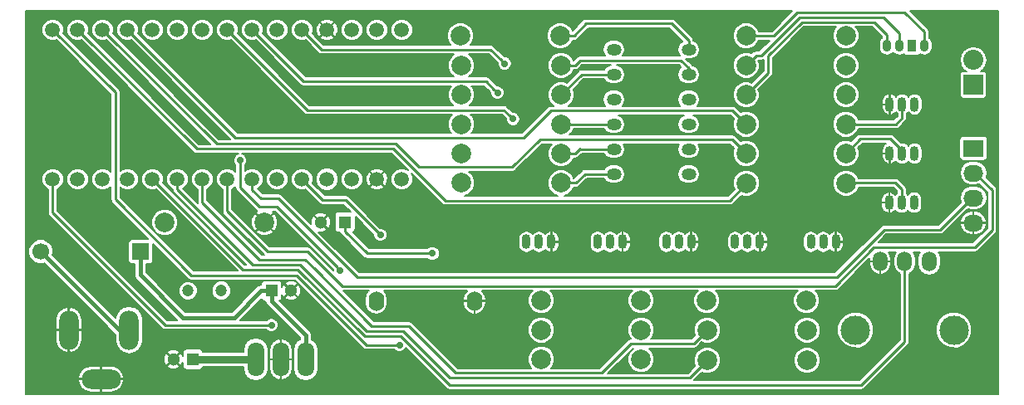
<source format=gtl>
G04 #@! TF.FileFunction,Copper,L1,Top,Signal*
%FSLAX46Y46*%
G04 Gerber Fmt 4.6, Leading zero omitted, Abs format (unit mm)*
G04 Created by KiCad (PCBNEW 4.0.2-4+6225~38~ubuntu14.04.1-stable) date dom 13 mar 2016 03:05:58 CET*
%MOMM*%
G01*
G04 APERTURE LIST*
%ADD10C,0.100000*%
%ADD11C,1.500000*%
%ADD12O,1.524000X1.200000*%
%ADD13C,1.699260*%
%ADD14R,1.699260X1.699260*%
%ADD15R,2.032000X1.727200*%
%ADD16O,2.032000X1.727200*%
%ADD17O,0.899160X1.501140*%
%ADD18C,1.998980*%
%ADD19O,0.900000X1.200000*%
%ADD20R,0.900000X1.200000*%
%ADD21O,1.500000X2.000000*%
%ADD22C,3.000000*%
%ADD23C,1.200000*%
%ADD24O,1.600000X2.000000*%
%ADD25R,2.032000X2.032000*%
%ADD26O,2.032000X2.032000*%
%ADD27O,1.699260X3.500120*%
%ADD28O,2.000000X4.000000*%
%ADD29O,4.000000X2.000000*%
%ADD30R,1.300000X1.300000*%
%ADD31C,1.300000*%
%ADD32C,0.700000*%
%ADD33C,0.254000*%
%ADD34C,0.762000*%
%ADD35C,0.406400*%
%ADD36C,0.203200*%
G04 APERTURE END LIST*
D10*
D11*
X148780000Y-42380000D03*
X146240000Y-42380000D03*
X143700000Y-42380000D03*
X141160000Y-42380000D03*
X138620000Y-42380000D03*
X136080000Y-42380000D03*
X133540000Y-42380000D03*
X131000000Y-42380000D03*
X128460000Y-42380000D03*
X125920000Y-42380000D03*
X123380000Y-42380000D03*
X120840000Y-42380000D03*
X118300000Y-42380000D03*
X115760000Y-42380000D03*
X113220000Y-42380000D03*
X113220000Y-57620000D03*
X115760000Y-57620000D03*
X118300000Y-57620000D03*
X120840000Y-57620000D03*
X123380000Y-57620000D03*
X125920000Y-57620000D03*
X128460000Y-57620000D03*
X131000000Y-57620000D03*
X133540000Y-57620000D03*
X136080000Y-57620000D03*
X138620000Y-57620000D03*
X141160000Y-57620000D03*
X143700000Y-57620000D03*
X146240000Y-57620000D03*
X148780000Y-57620000D03*
D12*
X170380000Y-44380000D03*
X170380000Y-46920000D03*
X170380000Y-49460000D03*
X170380000Y-52000000D03*
X170380000Y-54540000D03*
X170380000Y-57080000D03*
X178000000Y-44380000D03*
X178000000Y-46920000D03*
X178000000Y-49460000D03*
X178000000Y-52000000D03*
X178000000Y-54540000D03*
X178000000Y-57080000D03*
D13*
X112000000Y-65000000D03*
D14*
X122160000Y-65000000D03*
D15*
X207000000Y-54460000D03*
D16*
X207000000Y-57000000D03*
X207000000Y-59540000D03*
X207000000Y-62080000D03*
D17*
X199730000Y-50000000D03*
X198460000Y-50000000D03*
X201000000Y-50000000D03*
X199730000Y-55000000D03*
X198460000Y-55000000D03*
X201000000Y-55000000D03*
X199700000Y-60000000D03*
X198430000Y-60000000D03*
X200970000Y-60000000D03*
X162730000Y-64000000D03*
X161460000Y-64000000D03*
X164000000Y-64000000D03*
X170000000Y-64000000D03*
X168730000Y-64000000D03*
X171270000Y-64000000D03*
X191730000Y-64000000D03*
X190460000Y-64000000D03*
X193000000Y-64000000D03*
X177000000Y-64000000D03*
X175730000Y-64000000D03*
X178270000Y-64000000D03*
X184000000Y-64000000D03*
X182730000Y-64000000D03*
X185270000Y-64000000D03*
D18*
X194000000Y-52000000D03*
X183840000Y-52000000D03*
X194000000Y-55000000D03*
X183840000Y-55000000D03*
X194030600Y-58013600D03*
X183870600Y-58013600D03*
X183840000Y-43000000D03*
X194000000Y-43000000D03*
X183850000Y-49000000D03*
X194010000Y-49000000D03*
X183850000Y-46000000D03*
X194010000Y-46000000D03*
X173160000Y-76000000D03*
X163000000Y-76000000D03*
X165000000Y-46000000D03*
X154840000Y-46000000D03*
X173160000Y-70000000D03*
X163000000Y-70000000D03*
X165000000Y-55000000D03*
X154840000Y-55000000D03*
X173160000Y-73000000D03*
X163000000Y-73000000D03*
X164910000Y-43000000D03*
X154750000Y-43000000D03*
X165000000Y-49000000D03*
X154840000Y-49000000D03*
X165000000Y-52000000D03*
X154840000Y-52000000D03*
X165000000Y-58000000D03*
X154840000Y-58000000D03*
X190000000Y-70000000D03*
X179840000Y-70000000D03*
X190060000Y-76100000D03*
X179900000Y-76100000D03*
X190060000Y-73000000D03*
X179900000Y-73000000D03*
X134797800Y-62026800D03*
X124637800Y-62026800D03*
D19*
X199466200Y-44000000D03*
D20*
X200736200Y-44000000D03*
D19*
X198196200Y-44000000D03*
X202006200Y-44000000D03*
D21*
X200000000Y-66000000D03*
X202500000Y-66000000D03*
X197500000Y-66000000D03*
D22*
X205000000Y-73000000D03*
X195000000Y-73000000D03*
D23*
X130400000Y-69000000D03*
X127000000Y-69000000D03*
D24*
X146184600Y-70053200D03*
X156184600Y-70053200D03*
D25*
X207000000Y-48000000D03*
D26*
X207000000Y-45460000D03*
D27*
X136460000Y-76000000D03*
X139000000Y-76000000D03*
X133920000Y-76000000D03*
D28*
X121000000Y-73000000D03*
X114850000Y-73000000D03*
D29*
X118150000Y-78000000D03*
D30*
X135500000Y-69000000D03*
D31*
X137500000Y-69000000D03*
D30*
X127500000Y-76000000D03*
D31*
X125500000Y-76000000D03*
D30*
X143000000Y-62000000D03*
D31*
X140500000Y-62000000D03*
D32*
X151900000Y-65200000D03*
X146600000Y-63300000D03*
X159251868Y-45818301D03*
X158520798Y-48789721D03*
X160108196Y-51483239D03*
X148545822Y-74539031D03*
X135500000Y-72500000D03*
X142497241Y-66902759D03*
X132300000Y-55700000D03*
D33*
X143000000Y-62000000D02*
X143000000Y-62954000D01*
X143000000Y-62954000D02*
X145246000Y-65200000D01*
X145246000Y-65200000D02*
X151900000Y-65200000D01*
D34*
X127500000Y-76000000D02*
X133920000Y-76000000D01*
D33*
X140736872Y-59736872D02*
X139369999Y-58369999D01*
X139369999Y-58369999D02*
X138620000Y-57620000D01*
X146600000Y-63300000D02*
X143036872Y-59736872D01*
X143036872Y-59736872D02*
X140736872Y-59736872D01*
X207000000Y-59540000D02*
X206847600Y-59540000D01*
X206847600Y-59540000D02*
X203617600Y-62770000D01*
X203617600Y-62770000D02*
X197930000Y-62770000D01*
X136217672Y-59589373D02*
X134427987Y-59589373D01*
X197930000Y-62770000D02*
X193068199Y-67631801D01*
X193068199Y-67631801D02*
X144260100Y-67631801D01*
X144260100Y-67631801D02*
X136217672Y-59589373D01*
X134427987Y-59589373D02*
X133540000Y-58701386D01*
X133540000Y-58701386D02*
X133540000Y-57620000D01*
X131000000Y-57620000D02*
X131000000Y-60883128D01*
X131000000Y-60883128D02*
X135093516Y-64976644D01*
X135093516Y-64976644D02*
X139158208Y-64976644D01*
X196850246Y-64568190D02*
X207131810Y-64568190D01*
X139158208Y-64976644D02*
X142689574Y-68508010D01*
X207131810Y-64568190D02*
X208900000Y-62800000D01*
X142689574Y-68508010D02*
X192910426Y-68508010D01*
X192910426Y-68508010D02*
X196850246Y-64568190D01*
X208900000Y-62800000D02*
X208900000Y-58747600D01*
X208900000Y-58747600D02*
X207152400Y-57000000D01*
X207152400Y-57000000D02*
X207000000Y-57000000D01*
X127160000Y-69000000D02*
X127000000Y-69000000D01*
D35*
X135500000Y-69000000D02*
X134443600Y-69000000D01*
X134443600Y-69000000D02*
X131693600Y-71750000D01*
X131693600Y-71750000D02*
X126509220Y-71750000D01*
X126509220Y-71750000D02*
X122160000Y-67400780D01*
X122160000Y-67400780D02*
X122160000Y-65000000D01*
X135500000Y-69000000D02*
X135500000Y-70056400D01*
X135500000Y-70056400D02*
X139000000Y-73556400D01*
X139000000Y-73556400D02*
X139000000Y-73843540D01*
X139000000Y-73843540D02*
X139000000Y-76000000D01*
D33*
X158901869Y-45468302D02*
X159251868Y-45818301D01*
X157814058Y-44380491D02*
X158901869Y-45468302D01*
X138620000Y-42380000D02*
X140620491Y-44380491D01*
X140620491Y-44380491D02*
X157814058Y-44380491D01*
X138779509Y-47619509D02*
X157350586Y-47619509D01*
X157350586Y-47619509D02*
X158170799Y-48439722D01*
X158170799Y-48439722D02*
X158520798Y-48789721D01*
X133540000Y-42380000D02*
X138779509Y-47619509D01*
X139181040Y-50561040D02*
X159185997Y-50561040D01*
X131000000Y-42380000D02*
X139181040Y-50561040D01*
X159758197Y-51133240D02*
X160108196Y-51483239D01*
X159185997Y-50561040D02*
X159758197Y-51133240D01*
X163980491Y-50619509D02*
X161219509Y-53380491D01*
X161219509Y-53380491D02*
X131840491Y-53380491D01*
X131840491Y-53380491D02*
X121589999Y-43129999D01*
X121589999Y-43129999D02*
X120840000Y-42380000D01*
X183840000Y-52000000D02*
X182459509Y-50619509D01*
X182459509Y-50619509D02*
X163980491Y-50619509D01*
X182840511Y-54000511D02*
X183840000Y-55000000D01*
X160019509Y-56380491D02*
X162841010Y-53558990D01*
X150498927Y-56380491D02*
X160019509Y-56380491D01*
X182398990Y-53558990D02*
X182840511Y-54000511D01*
X148144465Y-54026029D02*
X150498927Y-56380491D01*
X129946028Y-54026028D02*
X148144465Y-54026029D01*
X118300000Y-42380000D02*
X129946028Y-54026028D01*
X162841010Y-53558990D02*
X182398990Y-53558990D01*
X147934039Y-54534039D02*
X153200000Y-59800000D01*
X127914039Y-54534039D02*
X147934039Y-54534039D01*
X115760000Y-42380000D02*
X127914039Y-54534039D01*
X153200000Y-59800000D02*
X182200000Y-59800000D01*
X182200000Y-59800000D02*
X184000000Y-58000000D01*
X145183723Y-74539031D02*
X148050848Y-74539031D01*
X138075969Y-67431277D02*
X145183723Y-74539031D01*
X127331277Y-67431277D02*
X138075969Y-67431277D01*
X119600000Y-59700000D02*
X127331277Y-67431277D01*
X113220000Y-42380000D02*
X119600000Y-48760000D01*
X119600000Y-48760000D02*
X119600000Y-59700000D01*
X148050848Y-74539031D02*
X148545822Y-74539031D01*
X113220000Y-61020000D02*
X124700000Y-72500000D01*
X124700000Y-72500000D02*
X135500000Y-72500000D01*
X113220000Y-57620000D02*
X113220000Y-61020000D01*
X194000000Y-52000000D02*
X199100000Y-52000000D01*
X199100000Y-52000000D02*
X199730000Y-51370000D01*
X199730000Y-51370000D02*
X199730000Y-50000000D01*
X194000000Y-55000000D02*
X195500000Y-53500000D01*
X195500000Y-53500000D02*
X198530990Y-53500000D01*
X198530990Y-53500000D02*
X199730000Y-54699010D01*
X199730000Y-54699010D02*
X199730000Y-55000000D01*
X194160000Y-58000000D02*
X199050000Y-58000000D01*
X199050000Y-58000000D02*
X199700000Y-58650000D01*
X199700000Y-58650000D02*
X199700000Y-60000000D01*
X165000000Y-49000000D02*
X167080000Y-46920000D01*
X167080000Y-46920000D02*
X170380000Y-46920000D01*
X183850000Y-46000000D02*
X184849489Y-45000511D01*
X197860790Y-41091990D02*
X199466200Y-42697400D01*
X184849489Y-45000511D02*
X185383645Y-45000511D01*
X185383645Y-45000511D02*
X189292166Y-41091990D01*
X189292166Y-41091990D02*
X197860790Y-41091990D01*
X199466200Y-42697400D02*
X199466200Y-44000000D01*
X183850000Y-49000000D02*
X186100000Y-46750000D01*
X186100000Y-46750000D02*
X186100000Y-45026068D01*
X189526068Y-41600000D02*
X196900000Y-41600000D01*
X186100000Y-45026068D02*
X189526068Y-41600000D01*
X196900000Y-41600000D02*
X198196200Y-42896200D01*
X198196200Y-42896200D02*
X198196200Y-44000000D01*
X183840000Y-43000000D02*
X186665720Y-43000000D01*
X186665720Y-43000000D02*
X189081741Y-40583979D01*
X189081741Y-40583979D02*
X199994379Y-40583979D01*
X199994379Y-40583979D02*
X202006200Y-42595800D01*
X202006200Y-42595800D02*
X202006200Y-44000000D01*
X200000000Y-67254000D02*
X200000000Y-66000000D01*
X132576022Y-66816022D02*
X138179150Y-66816022D01*
X200000000Y-74200000D02*
X200000000Y-67254000D01*
X195583978Y-78616022D02*
X200000000Y-74200000D01*
X148679150Y-73616022D02*
X153679150Y-78616022D01*
X153679150Y-78616022D02*
X195583978Y-78616022D01*
X144979150Y-73616022D02*
X148679150Y-73616022D01*
X123380000Y-57620000D02*
X132576022Y-66816022D01*
X138179150Y-66816022D02*
X144979150Y-73616022D01*
D35*
X121000000Y-73000000D02*
X120000000Y-73000000D01*
X118750000Y-71750000D02*
X112000000Y-65000000D01*
X120000000Y-73000000D02*
X118750000Y-71750000D01*
D33*
X134255184Y-60455184D02*
X136049666Y-60455184D01*
X132300000Y-55700000D02*
X132300000Y-58500000D01*
X142147242Y-66552760D02*
X142497241Y-66902759D01*
X132300000Y-58500000D02*
X134255184Y-60455184D01*
X136049666Y-60455184D02*
X142147242Y-66552760D01*
X178000000Y-46920000D02*
X178000000Y-46276960D01*
X178000000Y-46276960D02*
X177223040Y-45500000D01*
X177223040Y-45500000D02*
X166913492Y-45500000D01*
X166413492Y-46000000D02*
X165000000Y-46000000D01*
X166913492Y-45500000D02*
X166413492Y-46000000D01*
X166913492Y-54500000D02*
X166953492Y-54540000D01*
X166953492Y-54540000D02*
X170380000Y-54540000D01*
X165000000Y-55000000D02*
X166413492Y-55000000D01*
X166413492Y-55000000D02*
X166913492Y-54500000D01*
X178000000Y-44380000D02*
X178000000Y-43526000D01*
X178000000Y-43526000D02*
X176224000Y-41750000D01*
X176224000Y-41750000D02*
X167573492Y-41750000D01*
X167573492Y-41750000D02*
X166323492Y-43000000D01*
X166323492Y-43000000D02*
X164910000Y-43000000D01*
X165000000Y-52000000D02*
X166413492Y-52000000D01*
X166413492Y-52000000D02*
X170380000Y-52000000D01*
X165000000Y-58000000D02*
X166500000Y-58000000D01*
X166500000Y-58000000D02*
X167420000Y-57080000D01*
X167420000Y-57080000D02*
X170380000Y-57080000D01*
X178900511Y-77099489D02*
X179900000Y-76100000D01*
X178111498Y-77888502D02*
X178900511Y-77099489D01*
X153670066Y-77888502D02*
X178111498Y-77888502D01*
X133547351Y-66308011D02*
X138389575Y-66308011D01*
X145189575Y-73108011D02*
X148889575Y-73108011D01*
X138389575Y-66308011D02*
X145189575Y-73108011D01*
X125920000Y-58680660D02*
X133547351Y-66308011D01*
X125920000Y-57620000D02*
X125920000Y-58680660D01*
X148889575Y-73108011D02*
X153670066Y-77888502D01*
X134300000Y-65800000D02*
X128460000Y-59960000D01*
X128460000Y-59960000D02*
X128460000Y-57620000D01*
X138900000Y-65800000D02*
X134300000Y-65800000D01*
X139900000Y-66800000D02*
X138900000Y-65800000D01*
X139929800Y-66800000D02*
X139900000Y-66800000D01*
X145729800Y-72600000D02*
X139929800Y-66800000D01*
X149500000Y-72600000D02*
X145729800Y-72600000D01*
X154280491Y-77380491D02*
X149500000Y-72600000D01*
X172119509Y-74380491D02*
X169119509Y-77380491D01*
X169119509Y-77380491D02*
X154280491Y-77380491D01*
X179900000Y-73000000D02*
X178519509Y-74380491D01*
X178519509Y-74380491D02*
X172119509Y-74380491D01*
D36*
G36*
X186465820Y-42517400D02*
X185106803Y-42517400D01*
X184989459Y-42233406D01*
X184608599Y-41851880D01*
X184110727Y-41645146D01*
X183571638Y-41644675D01*
X183073406Y-41850541D01*
X182691880Y-42231401D01*
X182485146Y-42729273D01*
X182484675Y-43268362D01*
X182690541Y-43766594D01*
X183071401Y-44148120D01*
X183569273Y-44354854D01*
X184108362Y-44355325D01*
X184606594Y-44149459D01*
X184988120Y-43768599D01*
X185106877Y-43482600D01*
X186219056Y-43482600D01*
X185183745Y-44517911D01*
X184849489Y-44517911D01*
X184664806Y-44554647D01*
X184508239Y-44659261D01*
X184404515Y-44762985D01*
X184120727Y-44645146D01*
X183581638Y-44644675D01*
X183083406Y-44850541D01*
X182701880Y-45231401D01*
X182495146Y-45729273D01*
X182494675Y-46268362D01*
X182700541Y-46766594D01*
X183081401Y-47148120D01*
X183579273Y-47354854D01*
X184118362Y-47355325D01*
X184616594Y-47149459D01*
X184998120Y-46768599D01*
X185204854Y-46270727D01*
X185205325Y-45731638D01*
X185102635Y-45483111D01*
X185383645Y-45483111D01*
X185568328Y-45446375D01*
X185617400Y-45413586D01*
X185617400Y-46550101D01*
X184404515Y-47762985D01*
X184120727Y-47645146D01*
X183581638Y-47644675D01*
X183083406Y-47850541D01*
X182701880Y-48231401D01*
X182495146Y-48729273D01*
X182494675Y-49268362D01*
X182700541Y-49766594D01*
X183081401Y-50148120D01*
X183579273Y-50354854D01*
X184118362Y-50355325D01*
X184616594Y-50149459D01*
X184998120Y-49768599D01*
X185204854Y-49270727D01*
X185204856Y-49268362D01*
X192654675Y-49268362D01*
X192860541Y-49766594D01*
X193241401Y-50148120D01*
X193739273Y-50354854D01*
X194278362Y-50355325D01*
X194776594Y-50149459D01*
X194900869Y-50025400D01*
X197654820Y-50025400D01*
X197654820Y-50326390D01*
X197725831Y-50632586D01*
X197908613Y-50888299D01*
X198175338Y-51054599D01*
X198309018Y-51091887D01*
X198434600Y-51016820D01*
X198434600Y-50025400D01*
X197654820Y-50025400D01*
X194900869Y-50025400D01*
X195158120Y-49768599D01*
X195197562Y-49673610D01*
X197654820Y-49673610D01*
X197654820Y-49974600D01*
X198434600Y-49974600D01*
X198434600Y-48983180D01*
X198309018Y-48908113D01*
X198175338Y-48945401D01*
X197908613Y-49111701D01*
X197725831Y-49367414D01*
X197654820Y-49673610D01*
X195197562Y-49673610D01*
X195364854Y-49270727D01*
X195365325Y-48731638D01*
X195159459Y-48233406D01*
X194778599Y-47851880D01*
X194280727Y-47645146D01*
X193741638Y-47644675D01*
X193243406Y-47850541D01*
X192861880Y-48231401D01*
X192655146Y-48729273D01*
X192654675Y-49268362D01*
X185204856Y-49268362D01*
X185205325Y-48731638D01*
X185087067Y-48445433D01*
X186441247Y-47091252D01*
X186441250Y-47091250D01*
X186545864Y-46934683D01*
X186548785Y-46920000D01*
X186582601Y-46750000D01*
X186582600Y-46749995D01*
X186582600Y-46268362D01*
X192654675Y-46268362D01*
X192860541Y-46766594D01*
X193241401Y-47148120D01*
X193739273Y-47354854D01*
X194278362Y-47355325D01*
X194776594Y-47149459D01*
X195158120Y-46768599D01*
X195364854Y-46270727D01*
X195365325Y-45731638D01*
X195253087Y-45460000D01*
X205601529Y-45460000D01*
X205705936Y-45984889D01*
X206003261Y-46429868D01*
X206289960Y-46621434D01*
X205984000Y-46621434D01*
X205852223Y-46646230D01*
X205731193Y-46724110D01*
X205649999Y-46842942D01*
X205621434Y-46984000D01*
X205621434Y-49016000D01*
X205646230Y-49147777D01*
X205724110Y-49268807D01*
X205842942Y-49350001D01*
X205984000Y-49378566D01*
X208016000Y-49378566D01*
X208147777Y-49353770D01*
X208268807Y-49275890D01*
X208350001Y-49157058D01*
X208378566Y-49016000D01*
X208378566Y-46984000D01*
X208353770Y-46852223D01*
X208275890Y-46731193D01*
X208157058Y-46649999D01*
X208016000Y-46621434D01*
X207710040Y-46621434D01*
X207996739Y-46429868D01*
X208294064Y-45984889D01*
X208398471Y-45460000D01*
X208294064Y-44935111D01*
X207996739Y-44490132D01*
X207551760Y-44192807D01*
X207026871Y-44088400D01*
X206973129Y-44088400D01*
X206448240Y-44192807D01*
X206003261Y-44490132D01*
X205705936Y-44935111D01*
X205601529Y-45460000D01*
X195253087Y-45460000D01*
X195159459Y-45233406D01*
X194778599Y-44851880D01*
X194280727Y-44645146D01*
X193741638Y-44644675D01*
X193243406Y-44850541D01*
X192861880Y-45231401D01*
X192655146Y-45729273D01*
X192654675Y-46268362D01*
X186582600Y-46268362D01*
X186582600Y-45225968D01*
X189725968Y-42082600D01*
X193000941Y-42082600D01*
X192851880Y-42231401D01*
X192645146Y-42729273D01*
X192644675Y-43268362D01*
X192850541Y-43766594D01*
X193231401Y-44148120D01*
X193729273Y-44354854D01*
X194268362Y-44355325D01*
X194766594Y-44149459D01*
X195148120Y-43768599D01*
X195354854Y-43270727D01*
X195355325Y-42731638D01*
X195149459Y-42233406D01*
X194998916Y-42082600D01*
X196700100Y-42082600D01*
X197713600Y-43096099D01*
X197713600Y-43203472D01*
X197626555Y-43261634D01*
X197451923Y-43522989D01*
X197390600Y-43831279D01*
X197390600Y-44168721D01*
X197451923Y-44477011D01*
X197626555Y-44738366D01*
X197887910Y-44912998D01*
X198196200Y-44974321D01*
X198504490Y-44912998D01*
X198765845Y-44738366D01*
X198831200Y-44640555D01*
X198896555Y-44738366D01*
X199157910Y-44912998D01*
X199466200Y-44974321D01*
X199774490Y-44912998D01*
X199935463Y-44805439D01*
X199989183Y-44888922D01*
X200124990Y-44981715D01*
X200286200Y-45014361D01*
X201186200Y-45014361D01*
X201336803Y-44986023D01*
X201475122Y-44897017D01*
X201537457Y-44805787D01*
X201697910Y-44912998D01*
X202006200Y-44974321D01*
X202314490Y-44912998D01*
X202575845Y-44738366D01*
X202750477Y-44477011D01*
X202811800Y-44168721D01*
X202811800Y-43831279D01*
X202750477Y-43522989D01*
X202575845Y-43261634D01*
X202488800Y-43203472D01*
X202488800Y-42595805D01*
X202488801Y-42595800D01*
X202452064Y-42411117D01*
X202407271Y-42344079D01*
X202347450Y-42254550D01*
X202347447Y-42254548D01*
X200523500Y-40430600D01*
X209569400Y-40430600D01*
X209569400Y-79569400D01*
X110430600Y-79569400D01*
X110430600Y-78237113D01*
X115815298Y-78237113D01*
X115887869Y-78495300D01*
X116173486Y-78940594D01*
X116607768Y-79242691D01*
X117124600Y-79355600D01*
X118124600Y-79355600D01*
X118124600Y-78025400D01*
X118175400Y-78025400D01*
X118175400Y-79355600D01*
X119175400Y-79355600D01*
X119692232Y-79242691D01*
X120126514Y-78940594D01*
X120412131Y-78495300D01*
X120484702Y-78237113D01*
X120416445Y-78025400D01*
X118175400Y-78025400D01*
X118124600Y-78025400D01*
X115883555Y-78025400D01*
X115815298Y-78237113D01*
X110430600Y-78237113D01*
X110430600Y-77762887D01*
X115815298Y-77762887D01*
X115883555Y-77974600D01*
X118124600Y-77974600D01*
X118124600Y-76644400D01*
X118175400Y-76644400D01*
X118175400Y-77974600D01*
X120416445Y-77974600D01*
X120484702Y-77762887D01*
X120412131Y-77504700D01*
X120126514Y-77059406D01*
X119692232Y-76757309D01*
X119337679Y-76679852D01*
X124856069Y-76679852D01*
X124918077Y-76844160D01*
X125285419Y-77002595D01*
X125685430Y-77008393D01*
X126057209Y-76860673D01*
X126081923Y-76844160D01*
X126143931Y-76679852D01*
X125500000Y-76035921D01*
X124856069Y-76679852D01*
X119337679Y-76679852D01*
X119175400Y-76644400D01*
X118175400Y-76644400D01*
X118124600Y-76644400D01*
X117124600Y-76644400D01*
X116607768Y-76757309D01*
X116173486Y-77059406D01*
X115887869Y-77504700D01*
X115815298Y-77762887D01*
X110430600Y-77762887D01*
X110430600Y-76185430D01*
X124491607Y-76185430D01*
X124639327Y-76557209D01*
X124655840Y-76581923D01*
X124820148Y-76643931D01*
X125464079Y-76000000D01*
X125535921Y-76000000D01*
X126179852Y-76643931D01*
X126344160Y-76581923D01*
X126435639Y-76369823D01*
X126435639Y-76650000D01*
X126463977Y-76800603D01*
X126552983Y-76938922D01*
X126688790Y-77031715D01*
X126850000Y-77064361D01*
X128150000Y-77064361D01*
X128300603Y-77036023D01*
X128438922Y-76947017D01*
X128531715Y-76811210D01*
X128536537Y-76787400D01*
X132663970Y-76787400D01*
X132663970Y-76942678D01*
X132759580Y-77423340D01*
X133031853Y-77830825D01*
X133439338Y-78103098D01*
X133920000Y-78198708D01*
X134400662Y-78103098D01*
X134808147Y-77830825D01*
X135080420Y-77423340D01*
X135176030Y-76942678D01*
X135176030Y-76025400D01*
X135254770Y-76025400D01*
X135254770Y-76925830D01*
X135356233Y-77385118D01*
X135625734Y-77770617D01*
X136022245Y-78023638D01*
X136246415Y-78086583D01*
X136434600Y-78016471D01*
X136434600Y-76025400D01*
X136485400Y-76025400D01*
X136485400Y-78016471D01*
X136673585Y-78086583D01*
X136897755Y-78023638D01*
X137294266Y-77770617D01*
X137563767Y-77385118D01*
X137665230Y-76925830D01*
X137665230Y-76025400D01*
X136485400Y-76025400D01*
X136434600Y-76025400D01*
X135254770Y-76025400D01*
X135176030Y-76025400D01*
X135176030Y-75074170D01*
X135254770Y-75074170D01*
X135254770Y-75974600D01*
X136434600Y-75974600D01*
X136434600Y-73983529D01*
X136485400Y-73983529D01*
X136485400Y-75974600D01*
X137665230Y-75974600D01*
X137665230Y-75074170D01*
X137563767Y-74614882D01*
X137294266Y-74229383D01*
X136897755Y-73976362D01*
X136673585Y-73913417D01*
X136485400Y-73983529D01*
X136434600Y-73983529D01*
X136246415Y-73913417D01*
X136022245Y-73976362D01*
X135625734Y-74229383D01*
X135356233Y-74614882D01*
X135254770Y-75074170D01*
X135176030Y-75074170D01*
X135176030Y-75057322D01*
X135080420Y-74576660D01*
X134808147Y-74169175D01*
X134400662Y-73896902D01*
X133920000Y-73801292D01*
X133439338Y-73896902D01*
X133031853Y-74169175D01*
X132759580Y-74576660D01*
X132663970Y-75057322D01*
X132663970Y-75212600D01*
X128538507Y-75212600D01*
X128536023Y-75199397D01*
X128447017Y-75061078D01*
X128311210Y-74968285D01*
X128150000Y-74935639D01*
X126850000Y-74935639D01*
X126699397Y-74963977D01*
X126561078Y-75052983D01*
X126468285Y-75188790D01*
X126435639Y-75350000D01*
X126435639Y-75631464D01*
X126360673Y-75442791D01*
X126344160Y-75418077D01*
X126179852Y-75356069D01*
X125535921Y-76000000D01*
X125464079Y-76000000D01*
X124820148Y-75356069D01*
X124655840Y-75418077D01*
X124497405Y-75785419D01*
X124491607Y-76185430D01*
X110430600Y-76185430D01*
X110430600Y-73025400D01*
X113494400Y-73025400D01*
X113494400Y-74025400D01*
X113607309Y-74542232D01*
X113909406Y-74976514D01*
X114354700Y-75262131D01*
X114612887Y-75334702D01*
X114824600Y-75266445D01*
X114824600Y-73025400D01*
X114875400Y-73025400D01*
X114875400Y-75266445D01*
X115087113Y-75334702D01*
X115345300Y-75262131D01*
X115790594Y-74976514D01*
X116092691Y-74542232D01*
X116205600Y-74025400D01*
X116205600Y-73025400D01*
X114875400Y-73025400D01*
X114824600Y-73025400D01*
X113494400Y-73025400D01*
X110430600Y-73025400D01*
X110430600Y-71974600D01*
X113494400Y-71974600D01*
X113494400Y-72974600D01*
X114824600Y-72974600D01*
X114824600Y-70733555D01*
X114875400Y-70733555D01*
X114875400Y-72974600D01*
X116205600Y-72974600D01*
X116205600Y-71974600D01*
X116092691Y-71457768D01*
X115790594Y-71023486D01*
X115345300Y-70737869D01*
X115087113Y-70665298D01*
X114875400Y-70733555D01*
X114824600Y-70733555D01*
X114612887Y-70665298D01*
X114354700Y-70737869D01*
X113909406Y-71023486D01*
X113607309Y-71457768D01*
X113494400Y-71974600D01*
X110430600Y-71974600D01*
X110430600Y-65248744D01*
X110743753Y-65248744D01*
X110934569Y-65710554D01*
X111287587Y-66064189D01*
X111749064Y-66255811D01*
X112248744Y-66256247D01*
X112351631Y-66213735D01*
X118318948Y-72181053D01*
X118318951Y-72181055D01*
X119568948Y-73431052D01*
X119593600Y-73447524D01*
X119593600Y-74047144D01*
X119700656Y-74585350D01*
X120005525Y-75041619D01*
X120461794Y-75346488D01*
X121000000Y-75453544D01*
X121538206Y-75346488D01*
X121577626Y-75320148D01*
X124856069Y-75320148D01*
X125500000Y-75964079D01*
X126143931Y-75320148D01*
X126081923Y-75155840D01*
X125714581Y-74997405D01*
X125314570Y-74991607D01*
X124942791Y-75139327D01*
X124918077Y-75155840D01*
X124856069Y-75320148D01*
X121577626Y-75320148D01*
X121994475Y-75041619D01*
X122299344Y-74585350D01*
X122406400Y-74047144D01*
X122406400Y-71952856D01*
X122299344Y-71414650D01*
X121994475Y-70958381D01*
X121538206Y-70653512D01*
X121000000Y-70546456D01*
X120461794Y-70653512D01*
X120005525Y-70958381D01*
X119700656Y-71414650D01*
X119630326Y-71768222D01*
X119181055Y-71318951D01*
X119181053Y-71318948D01*
X113213921Y-65351817D01*
X113255811Y-65250936D01*
X113256247Y-64751256D01*
X113065431Y-64289446D01*
X112712413Y-63935811D01*
X112250936Y-63744189D01*
X111751256Y-63743753D01*
X111289446Y-63934569D01*
X110935811Y-64287587D01*
X110744189Y-64749064D01*
X110743753Y-65248744D01*
X110430600Y-65248744D01*
X110430600Y-42598953D01*
X112114208Y-42598953D01*
X112282171Y-43005454D01*
X112592910Y-43316736D01*
X112999118Y-43485408D01*
X113438953Y-43485792D01*
X113583547Y-43426047D01*
X119117400Y-48959899D01*
X119117400Y-56873907D01*
X118927090Y-56683264D01*
X118520882Y-56514592D01*
X118081047Y-56514208D01*
X117674546Y-56682171D01*
X117363264Y-56992910D01*
X117194592Y-57399118D01*
X117194208Y-57838953D01*
X117362171Y-58245454D01*
X117672910Y-58556736D01*
X118079118Y-58725408D01*
X118518953Y-58725792D01*
X118925454Y-58557829D01*
X119117400Y-58366218D01*
X119117400Y-59700000D01*
X119154136Y-59884683D01*
X119258750Y-60041250D01*
X122953509Y-63736009D01*
X121310370Y-63736009D01*
X121159767Y-63764347D01*
X121021448Y-63853353D01*
X120928655Y-63989160D01*
X120896009Y-64150370D01*
X120896009Y-65849630D01*
X120924347Y-66000233D01*
X121013353Y-66138552D01*
X121149160Y-66231345D01*
X121310370Y-66263991D01*
X121550400Y-66263991D01*
X121550400Y-67400780D01*
X121596803Y-67634064D01*
X121728948Y-67831832D01*
X125914516Y-72017400D01*
X124899900Y-72017400D01*
X113702600Y-60820100D01*
X113702600Y-58616855D01*
X113845454Y-58557829D01*
X114156736Y-58247090D01*
X114325408Y-57840882D01*
X114325409Y-57838953D01*
X114654208Y-57838953D01*
X114822171Y-58245454D01*
X115132910Y-58556736D01*
X115539118Y-58725408D01*
X115978953Y-58725792D01*
X116385454Y-58557829D01*
X116696736Y-58247090D01*
X116865408Y-57840882D01*
X116865792Y-57401047D01*
X116697829Y-56994546D01*
X116387090Y-56683264D01*
X115980882Y-56514592D01*
X115541047Y-56514208D01*
X115134546Y-56682171D01*
X114823264Y-56992910D01*
X114654592Y-57399118D01*
X114654208Y-57838953D01*
X114325409Y-57838953D01*
X114325792Y-57401047D01*
X114157829Y-56994546D01*
X113847090Y-56683264D01*
X113440882Y-56514592D01*
X113001047Y-56514208D01*
X112594546Y-56682171D01*
X112283264Y-56992910D01*
X112114592Y-57399118D01*
X112114208Y-57838953D01*
X112282171Y-58245454D01*
X112592910Y-58556736D01*
X112737400Y-58616733D01*
X112737400Y-61020000D01*
X112774136Y-61204683D01*
X112878750Y-61361250D01*
X124358750Y-72841250D01*
X124515317Y-72945864D01*
X124700000Y-72982601D01*
X124700005Y-72982600D01*
X134984759Y-72982600D01*
X135099788Y-73097830D01*
X135359032Y-73205478D01*
X135639737Y-73205723D01*
X135899168Y-73098528D01*
X136097830Y-72900212D01*
X136205478Y-72640968D01*
X136205723Y-72360263D01*
X136098528Y-72100832D01*
X135900212Y-71902170D01*
X135640968Y-71794522D01*
X135360263Y-71794277D01*
X135100832Y-71901472D01*
X134984702Y-72017400D01*
X132288304Y-72017400D01*
X134480079Y-69825626D01*
X134552983Y-69938922D01*
X134688790Y-70031715D01*
X134850000Y-70064361D01*
X134891984Y-70064361D01*
X134936803Y-70289684D01*
X135068948Y-70487452D01*
X138390400Y-73808905D01*
X138390400Y-73983056D01*
X138111853Y-74169175D01*
X137839580Y-74576660D01*
X137743970Y-75057322D01*
X137743970Y-76942678D01*
X137839580Y-77423340D01*
X138111853Y-77830825D01*
X138519338Y-78103098D01*
X139000000Y-78198708D01*
X139480662Y-78103098D01*
X139888147Y-77830825D01*
X140160420Y-77423340D01*
X140256030Y-76942678D01*
X140256030Y-75057322D01*
X140160420Y-74576660D01*
X139888147Y-74169175D01*
X139609600Y-73983056D01*
X139609600Y-73556400D01*
X139563197Y-73323116D01*
X139534617Y-73280343D01*
X139431052Y-73125347D01*
X136325626Y-70019921D01*
X136438922Y-69947017D01*
X136531715Y-69811210D01*
X136558315Y-69679852D01*
X136856069Y-69679852D01*
X136918077Y-69844160D01*
X137285419Y-70002595D01*
X137685430Y-70008393D01*
X138057209Y-69860673D01*
X138081923Y-69844160D01*
X138143931Y-69679852D01*
X137500000Y-69035921D01*
X136856069Y-69679852D01*
X136558315Y-69679852D01*
X136564361Y-69650000D01*
X136564361Y-69368536D01*
X136639327Y-69557209D01*
X136655840Y-69581923D01*
X136820148Y-69643931D01*
X137464079Y-69000000D01*
X137535921Y-69000000D01*
X138179852Y-69643931D01*
X138344160Y-69581923D01*
X138502595Y-69214581D01*
X138508393Y-68814570D01*
X138360673Y-68442791D01*
X138344160Y-68418077D01*
X138179852Y-68356069D01*
X137535921Y-69000000D01*
X137464079Y-69000000D01*
X136820148Y-68356069D01*
X136655840Y-68418077D01*
X136564361Y-68630177D01*
X136564361Y-68350000D01*
X136558744Y-68320148D01*
X136856069Y-68320148D01*
X137500000Y-68964079D01*
X138143931Y-68320148D01*
X138081923Y-68155840D01*
X137714581Y-67997405D01*
X137314570Y-67991607D01*
X136942791Y-68139327D01*
X136918077Y-68155840D01*
X136856069Y-68320148D01*
X136558744Y-68320148D01*
X136536023Y-68199397D01*
X136447017Y-68061078D01*
X136311210Y-67968285D01*
X136150000Y-67935639D01*
X134850000Y-67935639D01*
X134699397Y-67963977D01*
X134561078Y-68052983D01*
X134468285Y-68188790D01*
X134435639Y-68350000D01*
X134435639Y-68391984D01*
X134210316Y-68436803D01*
X134012547Y-68568948D01*
X131441096Y-71140400D01*
X126761724Y-71140400D01*
X124810571Y-69189247D01*
X126044235Y-69189247D01*
X126189410Y-69540597D01*
X126457989Y-69809646D01*
X126809086Y-69955433D01*
X127189247Y-69955765D01*
X127540597Y-69810590D01*
X127809646Y-69542011D01*
X127951947Y-69199307D01*
X129393425Y-69199307D01*
X129546318Y-69569335D01*
X129829176Y-69852687D01*
X130198936Y-70006225D01*
X130599307Y-70006575D01*
X130969335Y-69853682D01*
X131252687Y-69570824D01*
X131406225Y-69201064D01*
X131406575Y-68800693D01*
X131253682Y-68430665D01*
X130970824Y-68147313D01*
X130601064Y-67993775D01*
X130200693Y-67993425D01*
X129830665Y-68146318D01*
X129547313Y-68429176D01*
X129393775Y-68798936D01*
X129393425Y-69199307D01*
X127951947Y-69199307D01*
X127955433Y-69190914D01*
X127955765Y-68810753D01*
X127810590Y-68459403D01*
X127542011Y-68190354D01*
X127190914Y-68044567D01*
X126810753Y-68044235D01*
X126459403Y-68189410D01*
X126190354Y-68457989D01*
X126044567Y-68809086D01*
X126044235Y-69189247D01*
X124810571Y-69189247D01*
X122769600Y-67148276D01*
X122769600Y-66263991D01*
X123009630Y-66263991D01*
X123160233Y-66235653D01*
X123298552Y-66146647D01*
X123391345Y-66010840D01*
X123423991Y-65849630D01*
X123423991Y-64206491D01*
X126990027Y-67772527D01*
X127146594Y-67877141D01*
X127331277Y-67913878D01*
X127331282Y-67913877D01*
X137876069Y-67913877D01*
X144842473Y-74880281D01*
X144999040Y-74984895D01*
X145183723Y-75021631D01*
X148030581Y-75021631D01*
X148145610Y-75136861D01*
X148404854Y-75244509D01*
X148685559Y-75244754D01*
X148944990Y-75137559D01*
X149143652Y-74939243D01*
X149195356Y-74814728D01*
X153337900Y-78957272D01*
X153494467Y-79061886D01*
X153679150Y-79098623D01*
X153679155Y-79098622D01*
X195583978Y-79098622D01*
X195768661Y-79061886D01*
X195925228Y-78957272D01*
X200341250Y-74541250D01*
X200445864Y-74384683D01*
X200482600Y-74200000D01*
X200482600Y-73367482D01*
X203144079Y-73367482D01*
X203425982Y-74049740D01*
X203947515Y-74572184D01*
X204629279Y-74855277D01*
X205367482Y-74855921D01*
X206049740Y-74574018D01*
X206572184Y-74052485D01*
X206855277Y-73370721D01*
X206855921Y-72632518D01*
X206574018Y-71950260D01*
X206052485Y-71427816D01*
X205370721Y-71144723D01*
X204632518Y-71144079D01*
X203950260Y-71425982D01*
X203427816Y-71947515D01*
X203144723Y-72629279D01*
X203144079Y-73367482D01*
X200482600Y-73367482D01*
X200482600Y-67258239D01*
X200781777Y-67058335D01*
X201021441Y-66699653D01*
X201105600Y-66276558D01*
X201105600Y-65723442D01*
X201021441Y-65300347D01*
X200854692Y-65050790D01*
X201584720Y-65050790D01*
X201431626Y-65279912D01*
X201343600Y-65722447D01*
X201343600Y-66277553D01*
X201431626Y-66720088D01*
X201682302Y-67095251D01*
X202057465Y-67345927D01*
X202500000Y-67433953D01*
X202942535Y-67345927D01*
X203317698Y-67095251D01*
X203568374Y-66720088D01*
X203656400Y-66277553D01*
X203656400Y-65722447D01*
X203568374Y-65279912D01*
X203415280Y-65050790D01*
X207131810Y-65050790D01*
X207316493Y-65014054D01*
X207473060Y-64909440D01*
X209241250Y-63141250D01*
X209345864Y-62984683D01*
X209382600Y-62800000D01*
X209382600Y-58747605D01*
X209382601Y-58747600D01*
X209345864Y-58562917D01*
X209246098Y-58413606D01*
X209241250Y-58406350D01*
X209241247Y-58406348D01*
X208303984Y-57469084D01*
X208305665Y-57466568D01*
X208398471Y-57000000D01*
X208305665Y-56533432D01*
X208041376Y-56137895D01*
X207645839Y-55873606D01*
X207179271Y-55780800D01*
X206820729Y-55780800D01*
X206354161Y-55873606D01*
X205958624Y-56137895D01*
X205694335Y-56533432D01*
X205601529Y-57000000D01*
X205694335Y-57466568D01*
X205958624Y-57862105D01*
X206354161Y-58126394D01*
X206820729Y-58219200D01*
X207179271Y-58219200D01*
X207604514Y-58134614D01*
X208417400Y-58947499D01*
X208417400Y-62600100D01*
X206931910Y-64085590D01*
X197296910Y-64085590D01*
X198129900Y-63252600D01*
X203617600Y-63252600D01*
X203802283Y-63215864D01*
X203958850Y-63111250D01*
X204774329Y-62295771D01*
X205647646Y-62295771D01*
X205711486Y-62523101D01*
X205967535Y-62924144D01*
X206357566Y-63196674D01*
X206822200Y-63299200D01*
X206974600Y-63299200D01*
X206974600Y-62105400D01*
X207025400Y-62105400D01*
X207025400Y-63299200D01*
X207177800Y-63299200D01*
X207642434Y-63196674D01*
X208032465Y-62924144D01*
X208288514Y-62523101D01*
X208352354Y-62295771D01*
X208282415Y-62105400D01*
X207025400Y-62105400D01*
X206974600Y-62105400D01*
X205717585Y-62105400D01*
X205647646Y-62295771D01*
X204774329Y-62295771D01*
X205205871Y-61864229D01*
X205647646Y-61864229D01*
X205717585Y-62054600D01*
X206974600Y-62054600D01*
X206974600Y-60860800D01*
X207025400Y-60860800D01*
X207025400Y-62054600D01*
X208282415Y-62054600D01*
X208352354Y-61864229D01*
X208288514Y-61636899D01*
X208032465Y-61235856D01*
X207642434Y-60963326D01*
X207177800Y-60860800D01*
X207025400Y-60860800D01*
X206974600Y-60860800D01*
X206822200Y-60860800D01*
X206357566Y-60963326D01*
X205967535Y-61235856D01*
X205711486Y-61636899D01*
X205647646Y-61864229D01*
X205205871Y-61864229D01*
X206395486Y-60674614D01*
X206820729Y-60759200D01*
X207179271Y-60759200D01*
X207645839Y-60666394D01*
X208041376Y-60402105D01*
X208305665Y-60006568D01*
X208398471Y-59540000D01*
X208305665Y-59073432D01*
X208041376Y-58677895D01*
X207645839Y-58413606D01*
X207179271Y-58320800D01*
X206820729Y-58320800D01*
X206354161Y-58413606D01*
X205958624Y-58677895D01*
X205694335Y-59073432D01*
X205601529Y-59540000D01*
X205694335Y-60006568D01*
X205696016Y-60009084D01*
X203417700Y-62287400D01*
X197930000Y-62287400D01*
X197745317Y-62324136D01*
X197588750Y-62428750D01*
X192868299Y-67149201D01*
X144460000Y-67149201D01*
X140313805Y-63003006D01*
X140685430Y-63008393D01*
X141057209Y-62860673D01*
X141081923Y-62844160D01*
X141143931Y-62679852D01*
X140500000Y-62035921D01*
X140485858Y-62050064D01*
X140449937Y-62014143D01*
X140464079Y-62000000D01*
X140535921Y-62000000D01*
X141179852Y-62643931D01*
X141344160Y-62581923D01*
X141502595Y-62214581D01*
X141508393Y-61814570D01*
X141360673Y-61442791D01*
X141344160Y-61418077D01*
X141179852Y-61356069D01*
X140535921Y-62000000D01*
X140464079Y-62000000D01*
X139820148Y-61356069D01*
X139655840Y-61418077D01*
X139497405Y-61785419D01*
X139491673Y-62180874D01*
X138630947Y-61320148D01*
X139856069Y-61320148D01*
X140500000Y-61964079D01*
X141143931Y-61320148D01*
X141081923Y-61155840D01*
X140714581Y-60997405D01*
X140314570Y-60991607D01*
X139942791Y-61139327D01*
X139918077Y-61155840D01*
X139856069Y-61320148D01*
X138630947Y-61320148D01*
X136558922Y-59248123D01*
X136402355Y-59143509D01*
X136217672Y-59106773D01*
X134627887Y-59106773D01*
X134104237Y-58583123D01*
X134165454Y-58557829D01*
X134476736Y-58247090D01*
X134645408Y-57840882D01*
X134645409Y-57838953D01*
X134974208Y-57838953D01*
X135142171Y-58245454D01*
X135452910Y-58556736D01*
X135859118Y-58725408D01*
X136298953Y-58725792D01*
X136705454Y-58557829D01*
X137016736Y-58247090D01*
X137185408Y-57840882D01*
X137185409Y-57838953D01*
X137514208Y-57838953D01*
X137682171Y-58245454D01*
X137992910Y-58556736D01*
X138399118Y-58725408D01*
X138838953Y-58725792D01*
X138983547Y-58666047D01*
X139028749Y-58711249D01*
X140395620Y-60078119D01*
X140395622Y-60078122D01*
X140497006Y-60145864D01*
X140552189Y-60182736D01*
X140736872Y-60219472D01*
X142836972Y-60219472D01*
X143553139Y-60935639D01*
X142350000Y-60935639D01*
X142199397Y-60963977D01*
X142061078Y-61052983D01*
X141968285Y-61188790D01*
X141935639Y-61350000D01*
X141935639Y-62650000D01*
X141963977Y-62800603D01*
X142052983Y-62938922D01*
X142188790Y-63031715D01*
X142350000Y-63064361D01*
X142488552Y-63064361D01*
X142507203Y-63158123D01*
X142622829Y-63331171D01*
X144868829Y-65577171D01*
X145041877Y-65692797D01*
X145246000Y-65733401D01*
X145246005Y-65733400D01*
X151363690Y-65733400D01*
X151470974Y-65840871D01*
X151748883Y-65956269D01*
X152049797Y-65956531D01*
X152327907Y-65841619D01*
X152540871Y-65629026D01*
X152656269Y-65351117D01*
X152656531Y-65050203D01*
X152541619Y-64772093D01*
X152329026Y-64559129D01*
X152051117Y-64443731D01*
X151750203Y-64443469D01*
X151472093Y-64558381D01*
X151363685Y-64666600D01*
X145466942Y-64666600D01*
X143822363Y-63022021D01*
X143938922Y-62947017D01*
X144031715Y-62811210D01*
X144064361Y-62650000D01*
X144064361Y-61446861D01*
X145894419Y-63276919D01*
X145894277Y-63439737D01*
X146001472Y-63699168D01*
X146199788Y-63897830D01*
X146459032Y-64005478D01*
X146739737Y-64005723D01*
X146999168Y-63898528D01*
X147197830Y-63700212D01*
X147207327Y-63677339D01*
X160654820Y-63677339D01*
X160654820Y-64322661D01*
X160716111Y-64630790D01*
X160890652Y-64892009D01*
X161151871Y-65066550D01*
X161460000Y-65127841D01*
X161768129Y-65066550D01*
X162029348Y-64892009D01*
X162095000Y-64793754D01*
X162160652Y-64892009D01*
X162421871Y-65066550D01*
X162730000Y-65127841D01*
X163038129Y-65066550D01*
X163299348Y-64892009D01*
X163372746Y-64782161D01*
X163448613Y-64888299D01*
X163715338Y-65054599D01*
X163849018Y-65091887D01*
X163974600Y-65016820D01*
X163974600Y-64025400D01*
X164025400Y-64025400D01*
X164025400Y-65016820D01*
X164150982Y-65091887D01*
X164284662Y-65054599D01*
X164551387Y-64888299D01*
X164734169Y-64632586D01*
X164805180Y-64326390D01*
X164805180Y-64025400D01*
X164025400Y-64025400D01*
X163974600Y-64025400D01*
X163954600Y-64025400D01*
X163954600Y-63974600D01*
X163974600Y-63974600D01*
X163974600Y-62983180D01*
X164025400Y-62983180D01*
X164025400Y-63974600D01*
X164805180Y-63974600D01*
X164805180Y-63677339D01*
X167924820Y-63677339D01*
X167924820Y-64322661D01*
X167986111Y-64630790D01*
X168160652Y-64892009D01*
X168421871Y-65066550D01*
X168730000Y-65127841D01*
X169038129Y-65066550D01*
X169299348Y-64892009D01*
X169365000Y-64793754D01*
X169430652Y-64892009D01*
X169691871Y-65066550D01*
X170000000Y-65127841D01*
X170308129Y-65066550D01*
X170569348Y-64892009D01*
X170642746Y-64782161D01*
X170718613Y-64888299D01*
X170985338Y-65054599D01*
X171119018Y-65091887D01*
X171244600Y-65016820D01*
X171244600Y-64025400D01*
X171295400Y-64025400D01*
X171295400Y-65016820D01*
X171420982Y-65091887D01*
X171554662Y-65054599D01*
X171821387Y-64888299D01*
X172004169Y-64632586D01*
X172075180Y-64326390D01*
X172075180Y-64025400D01*
X171295400Y-64025400D01*
X171244600Y-64025400D01*
X171224600Y-64025400D01*
X171224600Y-63974600D01*
X171244600Y-63974600D01*
X171244600Y-62983180D01*
X171295400Y-62983180D01*
X171295400Y-63974600D01*
X172075180Y-63974600D01*
X172075180Y-63677339D01*
X174924820Y-63677339D01*
X174924820Y-64322661D01*
X174986111Y-64630790D01*
X175160652Y-64892009D01*
X175421871Y-65066550D01*
X175730000Y-65127841D01*
X176038129Y-65066550D01*
X176299348Y-64892009D01*
X176365000Y-64793754D01*
X176430652Y-64892009D01*
X176691871Y-65066550D01*
X177000000Y-65127841D01*
X177308129Y-65066550D01*
X177569348Y-64892009D01*
X177642746Y-64782161D01*
X177718613Y-64888299D01*
X177985338Y-65054599D01*
X178119018Y-65091887D01*
X178244600Y-65016820D01*
X178244600Y-64025400D01*
X178295400Y-64025400D01*
X178295400Y-65016820D01*
X178420982Y-65091887D01*
X178554662Y-65054599D01*
X178821387Y-64888299D01*
X179004169Y-64632586D01*
X179075180Y-64326390D01*
X179075180Y-64025400D01*
X178295400Y-64025400D01*
X178244600Y-64025400D01*
X178224600Y-64025400D01*
X178224600Y-63974600D01*
X178244600Y-63974600D01*
X178244600Y-62983180D01*
X178295400Y-62983180D01*
X178295400Y-63974600D01*
X179075180Y-63974600D01*
X179075180Y-63677339D01*
X181924820Y-63677339D01*
X181924820Y-64322661D01*
X181986111Y-64630790D01*
X182160652Y-64892009D01*
X182421871Y-65066550D01*
X182730000Y-65127841D01*
X183038129Y-65066550D01*
X183299348Y-64892009D01*
X183365000Y-64793754D01*
X183430652Y-64892009D01*
X183691871Y-65066550D01*
X184000000Y-65127841D01*
X184308129Y-65066550D01*
X184569348Y-64892009D01*
X184642746Y-64782161D01*
X184718613Y-64888299D01*
X184985338Y-65054599D01*
X185119018Y-65091887D01*
X185244600Y-65016820D01*
X185244600Y-64025400D01*
X185295400Y-64025400D01*
X185295400Y-65016820D01*
X185420982Y-65091887D01*
X185554662Y-65054599D01*
X185821387Y-64888299D01*
X186004169Y-64632586D01*
X186075180Y-64326390D01*
X186075180Y-64025400D01*
X185295400Y-64025400D01*
X185244600Y-64025400D01*
X185224600Y-64025400D01*
X185224600Y-63974600D01*
X185244600Y-63974600D01*
X185244600Y-62983180D01*
X185295400Y-62983180D01*
X185295400Y-63974600D01*
X186075180Y-63974600D01*
X186075180Y-63677339D01*
X189654820Y-63677339D01*
X189654820Y-64322661D01*
X189716111Y-64630790D01*
X189890652Y-64892009D01*
X190151871Y-65066550D01*
X190460000Y-65127841D01*
X190768129Y-65066550D01*
X191029348Y-64892009D01*
X191095000Y-64793754D01*
X191160652Y-64892009D01*
X191421871Y-65066550D01*
X191730000Y-65127841D01*
X192038129Y-65066550D01*
X192299348Y-64892009D01*
X192372746Y-64782161D01*
X192448613Y-64888299D01*
X192715338Y-65054599D01*
X192849018Y-65091887D01*
X192974600Y-65016820D01*
X192974600Y-64025400D01*
X193025400Y-64025400D01*
X193025400Y-65016820D01*
X193150982Y-65091887D01*
X193284662Y-65054599D01*
X193551387Y-64888299D01*
X193734169Y-64632586D01*
X193805180Y-64326390D01*
X193805180Y-64025400D01*
X193025400Y-64025400D01*
X192974600Y-64025400D01*
X192954600Y-64025400D01*
X192954600Y-63974600D01*
X192974600Y-63974600D01*
X192974600Y-62983180D01*
X193025400Y-62983180D01*
X193025400Y-63974600D01*
X193805180Y-63974600D01*
X193805180Y-63673610D01*
X193734169Y-63367414D01*
X193551387Y-63111701D01*
X193284662Y-62945401D01*
X193150982Y-62908113D01*
X193025400Y-62983180D01*
X192974600Y-62983180D01*
X192849018Y-62908113D01*
X192715338Y-62945401D01*
X192448613Y-63111701D01*
X192372746Y-63217839D01*
X192299348Y-63107991D01*
X192038129Y-62933450D01*
X191730000Y-62872159D01*
X191421871Y-62933450D01*
X191160652Y-63107991D01*
X191095000Y-63206246D01*
X191029348Y-63107991D01*
X190768129Y-62933450D01*
X190460000Y-62872159D01*
X190151871Y-62933450D01*
X189890652Y-63107991D01*
X189716111Y-63369210D01*
X189654820Y-63677339D01*
X186075180Y-63677339D01*
X186075180Y-63673610D01*
X186004169Y-63367414D01*
X185821387Y-63111701D01*
X185554662Y-62945401D01*
X185420982Y-62908113D01*
X185295400Y-62983180D01*
X185244600Y-62983180D01*
X185119018Y-62908113D01*
X184985338Y-62945401D01*
X184718613Y-63111701D01*
X184642746Y-63217839D01*
X184569348Y-63107991D01*
X184308129Y-62933450D01*
X184000000Y-62872159D01*
X183691871Y-62933450D01*
X183430652Y-63107991D01*
X183365000Y-63206246D01*
X183299348Y-63107991D01*
X183038129Y-62933450D01*
X182730000Y-62872159D01*
X182421871Y-62933450D01*
X182160652Y-63107991D01*
X181986111Y-63369210D01*
X181924820Y-63677339D01*
X179075180Y-63677339D01*
X179075180Y-63673610D01*
X179004169Y-63367414D01*
X178821387Y-63111701D01*
X178554662Y-62945401D01*
X178420982Y-62908113D01*
X178295400Y-62983180D01*
X178244600Y-62983180D01*
X178119018Y-62908113D01*
X177985338Y-62945401D01*
X177718613Y-63111701D01*
X177642746Y-63217839D01*
X177569348Y-63107991D01*
X177308129Y-62933450D01*
X177000000Y-62872159D01*
X176691871Y-62933450D01*
X176430652Y-63107991D01*
X176365000Y-63206246D01*
X176299348Y-63107991D01*
X176038129Y-62933450D01*
X175730000Y-62872159D01*
X175421871Y-62933450D01*
X175160652Y-63107991D01*
X174986111Y-63369210D01*
X174924820Y-63677339D01*
X172075180Y-63677339D01*
X172075180Y-63673610D01*
X172004169Y-63367414D01*
X171821387Y-63111701D01*
X171554662Y-62945401D01*
X171420982Y-62908113D01*
X171295400Y-62983180D01*
X171244600Y-62983180D01*
X171119018Y-62908113D01*
X170985338Y-62945401D01*
X170718613Y-63111701D01*
X170642746Y-63217839D01*
X170569348Y-63107991D01*
X170308129Y-62933450D01*
X170000000Y-62872159D01*
X169691871Y-62933450D01*
X169430652Y-63107991D01*
X169365000Y-63206246D01*
X169299348Y-63107991D01*
X169038129Y-62933450D01*
X168730000Y-62872159D01*
X168421871Y-62933450D01*
X168160652Y-63107991D01*
X167986111Y-63369210D01*
X167924820Y-63677339D01*
X164805180Y-63677339D01*
X164805180Y-63673610D01*
X164734169Y-63367414D01*
X164551387Y-63111701D01*
X164284662Y-62945401D01*
X164150982Y-62908113D01*
X164025400Y-62983180D01*
X163974600Y-62983180D01*
X163849018Y-62908113D01*
X163715338Y-62945401D01*
X163448613Y-63111701D01*
X163372746Y-63217839D01*
X163299348Y-63107991D01*
X163038129Y-62933450D01*
X162730000Y-62872159D01*
X162421871Y-62933450D01*
X162160652Y-63107991D01*
X162095000Y-63206246D01*
X162029348Y-63107991D01*
X161768129Y-62933450D01*
X161460000Y-62872159D01*
X161151871Y-62933450D01*
X160890652Y-63107991D01*
X160716111Y-63369210D01*
X160654820Y-63677339D01*
X147207327Y-63677339D01*
X147305478Y-63440968D01*
X147305723Y-63160263D01*
X147198528Y-62900832D01*
X147000212Y-62702170D01*
X146740968Y-62594522D01*
X146576879Y-62594379D01*
X143378122Y-59395622D01*
X143221555Y-59291008D01*
X143036872Y-59254272D01*
X140936771Y-59254272D01*
X139711249Y-58028749D01*
X139666133Y-57983633D01*
X139722031Y-57849013D01*
X140003400Y-57849013D01*
X140179080Y-58274192D01*
X140504097Y-58599776D01*
X140928969Y-58776199D01*
X141389013Y-58776600D01*
X141814192Y-58600920D01*
X142139776Y-58275903D01*
X142316199Y-57851031D01*
X142316209Y-57838953D01*
X142594208Y-57838953D01*
X142762171Y-58245454D01*
X143072910Y-58556736D01*
X143479118Y-58725408D01*
X143918953Y-58725792D01*
X144325454Y-58557829D01*
X144511635Y-58371972D01*
X145523949Y-58371972D01*
X145598130Y-58546671D01*
X146001612Y-58721766D01*
X146441385Y-58729127D01*
X146850500Y-58567633D01*
X146881870Y-58546671D01*
X146956051Y-58371972D01*
X146240000Y-57655921D01*
X145523949Y-58371972D01*
X144511635Y-58371972D01*
X144636736Y-58247090D01*
X144805408Y-57840882D01*
X144805425Y-57821385D01*
X145130873Y-57821385D01*
X145292367Y-58230500D01*
X145313329Y-58261870D01*
X145488028Y-58336051D01*
X146204079Y-57620000D01*
X146275921Y-57620000D01*
X146991972Y-58336051D01*
X147166671Y-58261870D01*
X147341766Y-57858388D01*
X147349127Y-57418615D01*
X147187633Y-57009500D01*
X147166671Y-56978130D01*
X146991972Y-56903949D01*
X146275921Y-57620000D01*
X146204079Y-57620000D01*
X145488028Y-56903949D01*
X145313329Y-56978130D01*
X145138234Y-57381612D01*
X145130873Y-57821385D01*
X144805425Y-57821385D01*
X144805792Y-57401047D01*
X144637829Y-56994546D01*
X144511532Y-56868028D01*
X145523949Y-56868028D01*
X146240000Y-57584079D01*
X146956051Y-56868028D01*
X146881870Y-56693329D01*
X146478388Y-56518234D01*
X146038615Y-56510873D01*
X145629500Y-56672367D01*
X145598130Y-56693329D01*
X145523949Y-56868028D01*
X144511532Y-56868028D01*
X144327090Y-56683264D01*
X143920882Y-56514592D01*
X143481047Y-56514208D01*
X143074546Y-56682171D01*
X142763264Y-56992910D01*
X142594592Y-57399118D01*
X142594208Y-57838953D01*
X142316209Y-57838953D01*
X142316600Y-57390987D01*
X142140920Y-56965808D01*
X141815903Y-56640224D01*
X141391031Y-56463801D01*
X140930987Y-56463400D01*
X140505808Y-56639080D01*
X140180224Y-56964097D01*
X140003801Y-57388969D01*
X140003400Y-57849013D01*
X139722031Y-57849013D01*
X139725408Y-57840882D01*
X139725792Y-57401047D01*
X139557829Y-56994546D01*
X139247090Y-56683264D01*
X138840882Y-56514592D01*
X138401047Y-56514208D01*
X137994546Y-56682171D01*
X137683264Y-56992910D01*
X137514592Y-57399118D01*
X137514208Y-57838953D01*
X137185409Y-57838953D01*
X137185792Y-57401047D01*
X137017829Y-56994546D01*
X136707090Y-56683264D01*
X136300882Y-56514592D01*
X135861047Y-56514208D01*
X135454546Y-56682171D01*
X135143264Y-56992910D01*
X134974592Y-57399118D01*
X134974208Y-57838953D01*
X134645409Y-57838953D01*
X134645792Y-57401047D01*
X134477829Y-56994546D01*
X134167090Y-56683264D01*
X133760882Y-56514592D01*
X133321047Y-56514208D01*
X132914546Y-56682171D01*
X132782600Y-56813887D01*
X132782600Y-56215241D01*
X132897830Y-56100212D01*
X133005478Y-55840968D01*
X133005723Y-55560263D01*
X132898528Y-55300832D01*
X132700212Y-55102170D01*
X132494231Y-55016639D01*
X147734139Y-55016639D01*
X149396273Y-56678772D01*
X149000882Y-56514592D01*
X148561047Y-56514208D01*
X148154546Y-56682171D01*
X147843264Y-56992910D01*
X147674592Y-57399118D01*
X147674208Y-57838953D01*
X147842171Y-58245454D01*
X148152910Y-58556736D01*
X148559118Y-58725408D01*
X148998953Y-58725792D01*
X149405454Y-58557829D01*
X149716736Y-58247090D01*
X149885408Y-57840882D01*
X149885792Y-57401047D01*
X149721901Y-57004400D01*
X152858748Y-60141247D01*
X152858750Y-60141250D01*
X153015317Y-60245864D01*
X153200000Y-60282600D01*
X182200000Y-60282600D01*
X182384683Y-60245864D01*
X182541250Y-60141250D01*
X182541251Y-60141249D01*
X182657099Y-60025400D01*
X197624820Y-60025400D01*
X197624820Y-60326390D01*
X197695831Y-60632586D01*
X197878613Y-60888299D01*
X198145338Y-61054599D01*
X198279018Y-61091887D01*
X198404600Y-61016820D01*
X198404600Y-60025400D01*
X197624820Y-60025400D01*
X182657099Y-60025400D01*
X183008889Y-59673610D01*
X197624820Y-59673610D01*
X197624820Y-59974600D01*
X198404600Y-59974600D01*
X198404600Y-58983180D01*
X198279018Y-58908113D01*
X198145338Y-58945401D01*
X197878613Y-59111701D01*
X197695831Y-59367414D01*
X197624820Y-59673610D01*
X183008889Y-59673610D01*
X183397908Y-59284591D01*
X183599873Y-59368454D01*
X184138962Y-59368925D01*
X184637194Y-59163059D01*
X185018720Y-58782199D01*
X185225454Y-58284327D01*
X185225456Y-58281962D01*
X192675275Y-58281962D01*
X192881141Y-58780194D01*
X193262001Y-59161720D01*
X193759873Y-59368454D01*
X194298962Y-59368925D01*
X194797194Y-59163059D01*
X195178720Y-58782199D01*
X195303124Y-58482600D01*
X198850100Y-58482600D01*
X199217400Y-58849900D01*
X199217400Y-59050028D01*
X199130652Y-59107991D01*
X199057254Y-59217839D01*
X198981387Y-59111701D01*
X198714662Y-58945401D01*
X198580982Y-58908113D01*
X198455400Y-58983180D01*
X198455400Y-59974600D01*
X198475400Y-59974600D01*
X198475400Y-60025400D01*
X198455400Y-60025400D01*
X198455400Y-61016820D01*
X198580982Y-61091887D01*
X198714662Y-61054599D01*
X198981387Y-60888299D01*
X199057254Y-60782161D01*
X199130652Y-60892009D01*
X199391871Y-61066550D01*
X199700000Y-61127841D01*
X200008129Y-61066550D01*
X200269348Y-60892009D01*
X200335000Y-60793754D01*
X200400652Y-60892009D01*
X200661871Y-61066550D01*
X200970000Y-61127841D01*
X201278129Y-61066550D01*
X201539348Y-60892009D01*
X201713889Y-60630790D01*
X201775180Y-60322661D01*
X201775180Y-59677339D01*
X201713889Y-59369210D01*
X201539348Y-59107991D01*
X201278129Y-58933450D01*
X200970000Y-58872159D01*
X200661871Y-58933450D01*
X200400652Y-59107991D01*
X200335000Y-59206246D01*
X200269348Y-59107991D01*
X200182600Y-59050028D01*
X200182600Y-58650005D01*
X200182601Y-58650000D01*
X200145864Y-58465317D01*
X200041250Y-58308750D01*
X199391250Y-57658750D01*
X199234683Y-57554136D01*
X199050000Y-57517400D01*
X195291784Y-57517400D01*
X195180059Y-57247006D01*
X194799199Y-56865480D01*
X194301327Y-56658746D01*
X193762238Y-56658275D01*
X193264006Y-56864141D01*
X192882480Y-57245001D01*
X192675746Y-57742873D01*
X192675275Y-58281962D01*
X185225456Y-58281962D01*
X185225925Y-57745238D01*
X185020059Y-57247006D01*
X184639199Y-56865480D01*
X184141327Y-56658746D01*
X183602238Y-56658275D01*
X183104006Y-56864141D01*
X182722480Y-57245001D01*
X182515746Y-57742873D01*
X182515275Y-58281962D01*
X182667391Y-58650109D01*
X182000100Y-59317400D01*
X165360147Y-59317400D01*
X165766594Y-59149459D01*
X166148120Y-58768599D01*
X166266877Y-58482600D01*
X166500000Y-58482600D01*
X166684683Y-58445864D01*
X166841250Y-58341250D01*
X167619899Y-57562600D01*
X169391361Y-57562600D01*
X169520394Y-57755711D01*
X169830413Y-57962859D01*
X170196105Y-58035600D01*
X170563895Y-58035600D01*
X170929587Y-57962859D01*
X171239606Y-57755711D01*
X171446754Y-57445692D01*
X171519495Y-57080000D01*
X176860505Y-57080000D01*
X176933246Y-57445692D01*
X177140394Y-57755711D01*
X177450413Y-57962859D01*
X177816105Y-58035600D01*
X178183895Y-58035600D01*
X178549587Y-57962859D01*
X178859606Y-57755711D01*
X179066754Y-57445692D01*
X179139495Y-57080000D01*
X179066754Y-56714308D01*
X178859606Y-56404289D01*
X178549587Y-56197141D01*
X178183895Y-56124400D01*
X177816105Y-56124400D01*
X177450413Y-56197141D01*
X177140394Y-56404289D01*
X176933246Y-56714308D01*
X176860505Y-57080000D01*
X171519495Y-57080000D01*
X171446754Y-56714308D01*
X171239606Y-56404289D01*
X170929587Y-56197141D01*
X170563895Y-56124400D01*
X170196105Y-56124400D01*
X169830413Y-56197141D01*
X169520394Y-56404289D01*
X169391361Y-56597400D01*
X167420000Y-56597400D01*
X167235317Y-56634136D01*
X167078750Y-56738750D01*
X167078748Y-56738753D01*
X166300100Y-57517400D01*
X166266803Y-57517400D01*
X166149459Y-57233406D01*
X165768599Y-56851880D01*
X165270727Y-56645146D01*
X164731638Y-56644675D01*
X164233406Y-56850541D01*
X163851880Y-57231401D01*
X163645146Y-57729273D01*
X163644675Y-58268362D01*
X163850541Y-58766594D01*
X164231401Y-59148120D01*
X164639074Y-59317400D01*
X155200147Y-59317400D01*
X155606594Y-59149459D01*
X155988120Y-58768599D01*
X156194854Y-58270727D01*
X156195325Y-57731638D01*
X155989459Y-57233406D01*
X155619790Y-56863091D01*
X160019509Y-56863091D01*
X160204192Y-56826355D01*
X160360759Y-56721741D01*
X163040910Y-54041590D01*
X164042023Y-54041590D01*
X163851880Y-54231401D01*
X163645146Y-54729273D01*
X163644675Y-55268362D01*
X163850541Y-55766594D01*
X164231401Y-56148120D01*
X164729273Y-56354854D01*
X165268362Y-56355325D01*
X165766594Y-56149459D01*
X166148120Y-55768599D01*
X166266877Y-55482600D01*
X166413492Y-55482600D01*
X166598175Y-55445864D01*
X166754742Y-55341250D01*
X167073392Y-55022600D01*
X169391361Y-55022600D01*
X169520394Y-55215711D01*
X169830413Y-55422859D01*
X170196105Y-55495600D01*
X170563895Y-55495600D01*
X170929587Y-55422859D01*
X171239606Y-55215711D01*
X171446754Y-54905692D01*
X171519495Y-54540000D01*
X171446754Y-54174308D01*
X171358075Y-54041590D01*
X177021925Y-54041590D01*
X176933246Y-54174308D01*
X176860505Y-54540000D01*
X176933246Y-54905692D01*
X177140394Y-55215711D01*
X177450413Y-55422859D01*
X177816105Y-55495600D01*
X178183895Y-55495600D01*
X178549587Y-55422859D01*
X178859606Y-55215711D01*
X179066754Y-54905692D01*
X179139495Y-54540000D01*
X179066754Y-54174308D01*
X178978075Y-54041590D01*
X182199090Y-54041590D01*
X182602985Y-54445485D01*
X182485146Y-54729273D01*
X182484675Y-55268362D01*
X182690541Y-55766594D01*
X183071401Y-56148120D01*
X183569273Y-56354854D01*
X184108362Y-56355325D01*
X184606594Y-56149459D01*
X184988120Y-55768599D01*
X185194854Y-55270727D01*
X185194856Y-55268362D01*
X192644675Y-55268362D01*
X192850541Y-55766594D01*
X193231401Y-56148120D01*
X193729273Y-56354854D01*
X194268362Y-56355325D01*
X194766594Y-56149459D01*
X195148120Y-55768599D01*
X195354854Y-55270727D01*
X195355068Y-55025400D01*
X197654820Y-55025400D01*
X197654820Y-55326390D01*
X197725831Y-55632586D01*
X197908613Y-55888299D01*
X198175338Y-56054599D01*
X198309018Y-56091887D01*
X198434600Y-56016820D01*
X198434600Y-55025400D01*
X197654820Y-55025400D01*
X195355068Y-55025400D01*
X195355325Y-54731638D01*
X195237067Y-54445433D01*
X195699899Y-53982600D01*
X198115675Y-53982600D01*
X197908613Y-54111701D01*
X197725831Y-54367414D01*
X197654820Y-54673610D01*
X197654820Y-54974600D01*
X198434600Y-54974600D01*
X198434600Y-54954600D01*
X198485400Y-54954600D01*
X198485400Y-54974600D01*
X198505400Y-54974600D01*
X198505400Y-55025400D01*
X198485400Y-55025400D01*
X198485400Y-56016820D01*
X198610982Y-56091887D01*
X198744662Y-56054599D01*
X199011387Y-55888299D01*
X199087254Y-55782161D01*
X199160652Y-55892009D01*
X199421871Y-56066550D01*
X199730000Y-56127841D01*
X200038129Y-56066550D01*
X200299348Y-55892009D01*
X200365000Y-55793754D01*
X200430652Y-55892009D01*
X200691871Y-56066550D01*
X201000000Y-56127841D01*
X201308129Y-56066550D01*
X201569348Y-55892009D01*
X201743889Y-55630790D01*
X201805180Y-55322661D01*
X201805180Y-54677339D01*
X201743889Y-54369210D01*
X201569348Y-54107991D01*
X201308129Y-53933450D01*
X201000000Y-53872159D01*
X200691871Y-53933450D01*
X200430652Y-54107991D01*
X200365000Y-54206246D01*
X200299348Y-54107991D01*
X200038129Y-53933450D01*
X199730000Y-53872159D01*
X199609598Y-53896108D01*
X199309890Y-53596400D01*
X205569639Y-53596400D01*
X205569639Y-55323600D01*
X205597977Y-55474203D01*
X205686983Y-55612522D01*
X205822790Y-55705315D01*
X205984000Y-55737961D01*
X208016000Y-55737961D01*
X208166603Y-55709623D01*
X208304922Y-55620617D01*
X208397715Y-55484810D01*
X208430361Y-55323600D01*
X208430361Y-53596400D01*
X208402023Y-53445797D01*
X208313017Y-53307478D01*
X208177210Y-53214685D01*
X208016000Y-53182039D01*
X205984000Y-53182039D01*
X205833397Y-53210377D01*
X205695078Y-53299383D01*
X205602285Y-53435190D01*
X205569639Y-53596400D01*
X199309890Y-53596400D01*
X198872240Y-53158750D01*
X198715673Y-53054136D01*
X198530990Y-53017400D01*
X195500000Y-53017400D01*
X195315317Y-53054136D01*
X195158750Y-53158750D01*
X195158748Y-53158753D01*
X194554516Y-53762985D01*
X194270727Y-53645146D01*
X193731638Y-53644675D01*
X193233406Y-53850541D01*
X192851880Y-54231401D01*
X192645146Y-54729273D01*
X192644675Y-55268362D01*
X185194856Y-55268362D01*
X185195325Y-54731638D01*
X184989459Y-54233406D01*
X184608599Y-53851880D01*
X184110727Y-53645146D01*
X183571638Y-53644675D01*
X183285433Y-53762933D01*
X182740240Y-53217740D01*
X182583673Y-53113126D01*
X182398990Y-53076390D01*
X165839791Y-53076390D01*
X166148120Y-52768599D01*
X166266877Y-52482600D01*
X169391361Y-52482600D01*
X169520394Y-52675711D01*
X169830413Y-52882859D01*
X170196105Y-52955600D01*
X170563895Y-52955600D01*
X170929587Y-52882859D01*
X171239606Y-52675711D01*
X171446754Y-52365692D01*
X171519495Y-52000000D01*
X171446754Y-51634308D01*
X171239606Y-51324289D01*
X170929587Y-51117141D01*
X170854016Y-51102109D01*
X177525984Y-51102109D01*
X177450413Y-51117141D01*
X177140394Y-51324289D01*
X176933246Y-51634308D01*
X176860505Y-52000000D01*
X176933246Y-52365692D01*
X177140394Y-52675711D01*
X177450413Y-52882859D01*
X177816105Y-52955600D01*
X178183895Y-52955600D01*
X178549587Y-52882859D01*
X178859606Y-52675711D01*
X179066754Y-52365692D01*
X179139495Y-52000000D01*
X179066754Y-51634308D01*
X178859606Y-51324289D01*
X178549587Y-51117141D01*
X178474016Y-51102109D01*
X182259609Y-51102109D01*
X182602985Y-51445485D01*
X182485146Y-51729273D01*
X182484675Y-52268362D01*
X182690541Y-52766594D01*
X183071401Y-53148120D01*
X183569273Y-53354854D01*
X184108362Y-53355325D01*
X184606594Y-53149459D01*
X184988120Y-52768599D01*
X185194854Y-52270727D01*
X185194856Y-52268362D01*
X192644675Y-52268362D01*
X192850541Y-52766594D01*
X193231401Y-53148120D01*
X193729273Y-53354854D01*
X194268362Y-53355325D01*
X194766594Y-53149459D01*
X195148120Y-52768599D01*
X195266877Y-52482600D01*
X199100000Y-52482600D01*
X199284683Y-52445864D01*
X199441250Y-52341250D01*
X200071247Y-51711252D01*
X200071250Y-51711250D01*
X200175864Y-51554683D01*
X200183280Y-51517400D01*
X200212601Y-51370000D01*
X200212600Y-51369995D01*
X200212600Y-50949972D01*
X200299348Y-50892009D01*
X200365000Y-50793754D01*
X200430652Y-50892009D01*
X200691871Y-51066550D01*
X201000000Y-51127841D01*
X201308129Y-51066550D01*
X201569348Y-50892009D01*
X201743889Y-50630790D01*
X201805180Y-50322661D01*
X201805180Y-49677339D01*
X201743889Y-49369210D01*
X201569348Y-49107991D01*
X201308129Y-48933450D01*
X201000000Y-48872159D01*
X200691871Y-48933450D01*
X200430652Y-49107991D01*
X200365000Y-49206246D01*
X200299348Y-49107991D01*
X200038129Y-48933450D01*
X199730000Y-48872159D01*
X199421871Y-48933450D01*
X199160652Y-49107991D01*
X199087254Y-49217839D01*
X199011387Y-49111701D01*
X198744662Y-48945401D01*
X198610982Y-48908113D01*
X198485400Y-48983180D01*
X198485400Y-49974600D01*
X198505400Y-49974600D01*
X198505400Y-50025400D01*
X198485400Y-50025400D01*
X198485400Y-51016820D01*
X198610982Y-51091887D01*
X198744662Y-51054599D01*
X199011387Y-50888299D01*
X199087254Y-50782161D01*
X199160652Y-50892009D01*
X199247400Y-50949972D01*
X199247400Y-51170101D01*
X198900100Y-51517400D01*
X195266803Y-51517400D01*
X195149459Y-51233406D01*
X194768599Y-50851880D01*
X194270727Y-50645146D01*
X193731638Y-50644675D01*
X193233406Y-50850541D01*
X192851880Y-51231401D01*
X192645146Y-51729273D01*
X192644675Y-52268362D01*
X185194856Y-52268362D01*
X185195325Y-51731638D01*
X184989459Y-51233406D01*
X184608599Y-50851880D01*
X184110727Y-50645146D01*
X183571638Y-50644675D01*
X183285433Y-50762933D01*
X182800759Y-50278259D01*
X182644192Y-50173645D01*
X182459509Y-50136909D01*
X178857813Y-50136909D01*
X178859606Y-50135711D01*
X179066754Y-49825692D01*
X179139495Y-49460000D01*
X179066754Y-49094308D01*
X178859606Y-48784289D01*
X178549587Y-48577141D01*
X178183895Y-48504400D01*
X177816105Y-48504400D01*
X177450413Y-48577141D01*
X177140394Y-48784289D01*
X176933246Y-49094308D01*
X176860505Y-49460000D01*
X176933246Y-49825692D01*
X177140394Y-50135711D01*
X177142187Y-50136909D01*
X171237813Y-50136909D01*
X171239606Y-50135711D01*
X171446754Y-49825692D01*
X171519495Y-49460000D01*
X171446754Y-49094308D01*
X171239606Y-48784289D01*
X170929587Y-48577141D01*
X170563895Y-48504400D01*
X170196105Y-48504400D01*
X169830413Y-48577141D01*
X169520394Y-48784289D01*
X169313246Y-49094308D01*
X169240505Y-49460000D01*
X169313246Y-49825692D01*
X169520394Y-50135711D01*
X169522187Y-50136909D01*
X165779166Y-50136909D01*
X166148120Y-49768599D01*
X166354854Y-49270727D01*
X166355325Y-48731638D01*
X166237067Y-48445433D01*
X167279900Y-47402600D01*
X169391361Y-47402600D01*
X169520394Y-47595711D01*
X169830413Y-47802859D01*
X170196105Y-47875600D01*
X170563895Y-47875600D01*
X170929587Y-47802859D01*
X171239606Y-47595711D01*
X171446754Y-47285692D01*
X171519495Y-46920000D01*
X171446754Y-46554308D01*
X171239606Y-46244289D01*
X170929587Y-46037141D01*
X170655392Y-45982600D01*
X177023140Y-45982600D01*
X177226977Y-46186436D01*
X177140394Y-46244289D01*
X176933246Y-46554308D01*
X176860505Y-46920000D01*
X176933246Y-47285692D01*
X177140394Y-47595711D01*
X177450413Y-47802859D01*
X177816105Y-47875600D01*
X178183895Y-47875600D01*
X178549587Y-47802859D01*
X178859606Y-47595711D01*
X179066754Y-47285692D01*
X179139495Y-46920000D01*
X179066754Y-46554308D01*
X178859606Y-46244289D01*
X178549587Y-46037141D01*
X178387478Y-46004895D01*
X178341250Y-45935710D01*
X178341247Y-45935708D01*
X177722526Y-45316986D01*
X177816105Y-45335600D01*
X178183895Y-45335600D01*
X178549587Y-45262859D01*
X178859606Y-45055711D01*
X179066754Y-44745692D01*
X179139495Y-44380000D01*
X179066754Y-44014308D01*
X178859606Y-43704289D01*
X178549587Y-43497141D01*
X178473863Y-43482079D01*
X178445864Y-43341317D01*
X178341250Y-43184750D01*
X176565250Y-41408750D01*
X176408683Y-41304136D01*
X176224000Y-41267400D01*
X167573492Y-41267400D01*
X167388809Y-41304136D01*
X167232242Y-41408750D01*
X166161245Y-42479747D01*
X166059459Y-42233406D01*
X165678599Y-41851880D01*
X165180727Y-41645146D01*
X164641638Y-41644675D01*
X164143406Y-41850541D01*
X163761880Y-42231401D01*
X163555146Y-42729273D01*
X163554675Y-43268362D01*
X163760541Y-43766594D01*
X164141401Y-44148120D01*
X164639273Y-44354854D01*
X165178362Y-44355325D01*
X165676594Y-44149459D01*
X166058120Y-43768599D01*
X166176877Y-43482600D01*
X166323492Y-43482600D01*
X166508175Y-43445864D01*
X166664742Y-43341250D01*
X167773392Y-42232600D01*
X176024100Y-42232600D01*
X177353438Y-43561938D01*
X177140394Y-43704289D01*
X176933246Y-44014308D01*
X176860505Y-44380000D01*
X176933246Y-44745692D01*
X177114795Y-45017400D01*
X171265205Y-45017400D01*
X171446754Y-44745692D01*
X171519495Y-44380000D01*
X171446754Y-44014308D01*
X171239606Y-43704289D01*
X170929587Y-43497141D01*
X170563895Y-43424400D01*
X170196105Y-43424400D01*
X169830413Y-43497141D01*
X169520394Y-43704289D01*
X169313246Y-44014308D01*
X169240505Y-44380000D01*
X169313246Y-44745692D01*
X169494795Y-45017400D01*
X166913497Y-45017400D01*
X166913492Y-45017399D01*
X166728809Y-45054136D01*
X166572242Y-45158750D01*
X166251245Y-45479747D01*
X166149459Y-45233406D01*
X165768599Y-44851880D01*
X165270727Y-44645146D01*
X164731638Y-44644675D01*
X164233406Y-44850541D01*
X163851880Y-45231401D01*
X163645146Y-45729273D01*
X163644675Y-46268362D01*
X163850541Y-46766594D01*
X164231401Y-47148120D01*
X164729273Y-47354854D01*
X165268362Y-47355325D01*
X165766594Y-47149459D01*
X166148120Y-46768599D01*
X166266877Y-46482600D01*
X166413492Y-46482600D01*
X166598175Y-46445864D01*
X166754742Y-46341250D01*
X167113392Y-45982600D01*
X170104608Y-45982600D01*
X169830413Y-46037141D01*
X169520394Y-46244289D01*
X169391361Y-46437400D01*
X167080000Y-46437400D01*
X166895317Y-46474136D01*
X166738750Y-46578750D01*
X165554515Y-47762985D01*
X165270727Y-47645146D01*
X164731638Y-47644675D01*
X164233406Y-47850541D01*
X163851880Y-48231401D01*
X163645146Y-48729273D01*
X163644675Y-49268362D01*
X163850541Y-49766594D01*
X164220210Y-50136909D01*
X163980491Y-50136909D01*
X163795808Y-50173645D01*
X163639241Y-50278259D01*
X161019609Y-52897891D01*
X155858602Y-52897891D01*
X155988120Y-52768599D01*
X156194854Y-52270727D01*
X156195325Y-51731638D01*
X155989459Y-51233406D01*
X155800024Y-51043640D01*
X158986097Y-51043640D01*
X159402615Y-51460158D01*
X159402473Y-51622976D01*
X159509668Y-51882407D01*
X159707984Y-52081069D01*
X159967228Y-52188717D01*
X160247933Y-52188962D01*
X160507364Y-52081767D01*
X160706026Y-51883451D01*
X160813674Y-51624207D01*
X160813919Y-51343502D01*
X160706724Y-51084071D01*
X160508408Y-50885409D01*
X160249164Y-50777761D01*
X160085075Y-50777618D01*
X159527247Y-50219790D01*
X159370680Y-50115176D01*
X159185997Y-50078440D01*
X155677737Y-50078440D01*
X155988120Y-49768599D01*
X156194854Y-49270727D01*
X156195325Y-48731638D01*
X155989459Y-48233406D01*
X155858391Y-48102109D01*
X157150686Y-48102109D01*
X157815217Y-48766639D01*
X157815075Y-48929458D01*
X157922270Y-49188889D01*
X158120586Y-49387551D01*
X158379830Y-49495199D01*
X158660535Y-49495444D01*
X158919966Y-49388249D01*
X159118628Y-49189933D01*
X159226276Y-48930689D01*
X159226521Y-48649984D01*
X159119326Y-48390553D01*
X158921010Y-48191891D01*
X158661766Y-48084243D01*
X158497676Y-48084100D01*
X157691836Y-47278259D01*
X157535269Y-47173645D01*
X157350586Y-47136909D01*
X155619166Y-47136909D01*
X155988120Y-46768599D01*
X156194854Y-46270727D01*
X156195325Y-45731638D01*
X155989459Y-45233406D01*
X155619790Y-44863091D01*
X157614158Y-44863091D01*
X158546287Y-45795220D01*
X158546145Y-45958038D01*
X158653340Y-46217469D01*
X158851656Y-46416131D01*
X159110900Y-46523779D01*
X159391605Y-46524024D01*
X159651036Y-46416829D01*
X159849698Y-46218513D01*
X159957346Y-45959269D01*
X159957591Y-45678564D01*
X159850396Y-45419133D01*
X159652080Y-45220471D01*
X159392836Y-45112823D01*
X159228747Y-45112680D01*
X158155308Y-44039241D01*
X157998741Y-43934627D01*
X157814058Y-43897891D01*
X155768602Y-43897891D01*
X155898120Y-43768599D01*
X156104854Y-43270727D01*
X156105325Y-42731638D01*
X155899459Y-42233406D01*
X155518599Y-41851880D01*
X155020727Y-41645146D01*
X154481638Y-41644675D01*
X153983406Y-41850541D01*
X153601880Y-42231401D01*
X153395146Y-42729273D01*
X153394675Y-43268362D01*
X153600541Y-43766594D01*
X153731609Y-43897891D01*
X140820390Y-43897891D01*
X140054472Y-43131972D01*
X140443949Y-43131972D01*
X140518130Y-43306671D01*
X140921612Y-43481766D01*
X141361385Y-43489127D01*
X141770500Y-43327633D01*
X141801870Y-43306671D01*
X141876051Y-43131972D01*
X141160000Y-42415921D01*
X140443949Y-43131972D01*
X140054472Y-43131972D01*
X139666133Y-42743633D01*
X139725408Y-42600882D01*
X139725425Y-42581385D01*
X140050873Y-42581385D01*
X140212367Y-42990500D01*
X140233329Y-43021870D01*
X140408028Y-43096051D01*
X141124079Y-42380000D01*
X141195921Y-42380000D01*
X141911972Y-43096051D01*
X142086671Y-43021870D01*
X142261766Y-42618388D01*
X142262091Y-42598953D01*
X142594208Y-42598953D01*
X142762171Y-43005454D01*
X143072910Y-43316736D01*
X143479118Y-43485408D01*
X143918953Y-43485792D01*
X144325454Y-43317829D01*
X144636736Y-43007090D01*
X144805408Y-42600882D01*
X144805409Y-42598953D01*
X145134208Y-42598953D01*
X145302171Y-43005454D01*
X145612910Y-43316736D01*
X146019118Y-43485408D01*
X146458953Y-43485792D01*
X146865454Y-43317829D01*
X147176736Y-43007090D01*
X147345408Y-42600882D01*
X147345409Y-42598953D01*
X147674208Y-42598953D01*
X147842171Y-43005454D01*
X148152910Y-43316736D01*
X148559118Y-43485408D01*
X148998953Y-43485792D01*
X149405454Y-43317829D01*
X149716736Y-43007090D01*
X149885408Y-42600882D01*
X149885792Y-42161047D01*
X149717829Y-41754546D01*
X149407090Y-41443264D01*
X149000882Y-41274592D01*
X148561047Y-41274208D01*
X148154546Y-41442171D01*
X147843264Y-41752910D01*
X147674592Y-42159118D01*
X147674208Y-42598953D01*
X147345409Y-42598953D01*
X147345792Y-42161047D01*
X147177829Y-41754546D01*
X146867090Y-41443264D01*
X146460882Y-41274592D01*
X146021047Y-41274208D01*
X145614546Y-41442171D01*
X145303264Y-41752910D01*
X145134592Y-42159118D01*
X145134208Y-42598953D01*
X144805409Y-42598953D01*
X144805792Y-42161047D01*
X144637829Y-41754546D01*
X144327090Y-41443264D01*
X143920882Y-41274592D01*
X143481047Y-41274208D01*
X143074546Y-41442171D01*
X142763264Y-41752910D01*
X142594592Y-42159118D01*
X142594208Y-42598953D01*
X142262091Y-42598953D01*
X142269127Y-42178615D01*
X142107633Y-41769500D01*
X142086671Y-41738130D01*
X141911972Y-41663949D01*
X141195921Y-42380000D01*
X141124079Y-42380000D01*
X140408028Y-41663949D01*
X140233329Y-41738130D01*
X140058234Y-42141612D01*
X140050873Y-42581385D01*
X139725425Y-42581385D01*
X139725792Y-42161047D01*
X139557829Y-41754546D01*
X139431532Y-41628028D01*
X140443949Y-41628028D01*
X141160000Y-42344079D01*
X141876051Y-41628028D01*
X141801870Y-41453329D01*
X141398388Y-41278234D01*
X140958615Y-41270873D01*
X140549500Y-41432367D01*
X140518130Y-41453329D01*
X140443949Y-41628028D01*
X139431532Y-41628028D01*
X139247090Y-41443264D01*
X138840882Y-41274592D01*
X138401047Y-41274208D01*
X137994546Y-41442171D01*
X137683264Y-41752910D01*
X137514592Y-42159118D01*
X137514208Y-42598953D01*
X137682171Y-43005454D01*
X137992910Y-43316736D01*
X138399118Y-43485408D01*
X138838953Y-43485792D01*
X138983547Y-43426047D01*
X140279239Y-44721738D01*
X140279241Y-44721741D01*
X140420053Y-44815828D01*
X140435808Y-44826355D01*
X140620491Y-44863092D01*
X140620496Y-44863091D01*
X154060834Y-44863091D01*
X153691880Y-45231401D01*
X153485146Y-45729273D01*
X153484675Y-46268362D01*
X153690541Y-46766594D01*
X154060210Y-47136909D01*
X138979409Y-47136909D01*
X134586133Y-42743633D01*
X134645408Y-42600882D01*
X134645409Y-42598953D01*
X134974208Y-42598953D01*
X135142171Y-43005454D01*
X135452910Y-43316736D01*
X135859118Y-43485408D01*
X136298953Y-43485792D01*
X136705454Y-43317829D01*
X137016736Y-43007090D01*
X137185408Y-42600882D01*
X137185792Y-42161047D01*
X137017829Y-41754546D01*
X136707090Y-41443264D01*
X136300882Y-41274592D01*
X135861047Y-41274208D01*
X135454546Y-41442171D01*
X135143264Y-41752910D01*
X134974592Y-42159118D01*
X134974208Y-42598953D01*
X134645409Y-42598953D01*
X134645792Y-42161047D01*
X134477829Y-41754546D01*
X134167090Y-41443264D01*
X133760882Y-41274592D01*
X133321047Y-41274208D01*
X132914546Y-41442171D01*
X132603264Y-41752910D01*
X132434592Y-42159118D01*
X132434208Y-42598953D01*
X132602171Y-43005454D01*
X132912910Y-43316736D01*
X133319118Y-43485408D01*
X133758953Y-43485792D01*
X133903547Y-43426047D01*
X138438259Y-47960759D01*
X138594826Y-48065373D01*
X138779509Y-48102110D01*
X138779514Y-48102109D01*
X153821398Y-48102109D01*
X153691880Y-48231401D01*
X153485146Y-48729273D01*
X153484675Y-49268362D01*
X153690541Y-49766594D01*
X154001843Y-50078440D01*
X139380940Y-50078440D01*
X132046133Y-42743633D01*
X132105408Y-42600882D01*
X132105792Y-42161047D01*
X131937829Y-41754546D01*
X131627090Y-41443264D01*
X131220882Y-41274592D01*
X130781047Y-41274208D01*
X130374546Y-41442171D01*
X130063264Y-41752910D01*
X129894592Y-42159118D01*
X129894208Y-42598953D01*
X130062171Y-43005454D01*
X130372910Y-43316736D01*
X130779118Y-43485408D01*
X131218953Y-43485792D01*
X131363547Y-43426047D01*
X138839790Y-50902290D01*
X138996357Y-51006904D01*
X139181040Y-51043641D01*
X139181045Y-51043640D01*
X153879969Y-51043640D01*
X153691880Y-51231401D01*
X153485146Y-51729273D01*
X153484675Y-52268362D01*
X153690541Y-52766594D01*
X153821609Y-52897891D01*
X132040391Y-52897891D01*
X121886133Y-42743633D01*
X121945408Y-42600882D01*
X121945409Y-42598953D01*
X122274208Y-42598953D01*
X122442171Y-43005454D01*
X122752910Y-43316736D01*
X123159118Y-43485408D01*
X123598953Y-43485792D01*
X124005454Y-43317829D01*
X124316736Y-43007090D01*
X124485408Y-42600882D01*
X124485409Y-42598953D01*
X124814208Y-42598953D01*
X124982171Y-43005454D01*
X125292910Y-43316736D01*
X125699118Y-43485408D01*
X126138953Y-43485792D01*
X126545454Y-43317829D01*
X126856736Y-43007090D01*
X127025408Y-42600882D01*
X127025409Y-42598953D01*
X127354208Y-42598953D01*
X127522171Y-43005454D01*
X127832910Y-43316736D01*
X128239118Y-43485408D01*
X128678953Y-43485792D01*
X129085454Y-43317829D01*
X129396736Y-43007090D01*
X129565408Y-42600882D01*
X129565792Y-42161047D01*
X129397829Y-41754546D01*
X129087090Y-41443264D01*
X128680882Y-41274592D01*
X128241047Y-41274208D01*
X127834546Y-41442171D01*
X127523264Y-41752910D01*
X127354592Y-42159118D01*
X127354208Y-42598953D01*
X127025409Y-42598953D01*
X127025792Y-42161047D01*
X126857829Y-41754546D01*
X126547090Y-41443264D01*
X126140882Y-41274592D01*
X125701047Y-41274208D01*
X125294546Y-41442171D01*
X124983264Y-41752910D01*
X124814592Y-42159118D01*
X124814208Y-42598953D01*
X124485409Y-42598953D01*
X124485792Y-42161047D01*
X124317829Y-41754546D01*
X124007090Y-41443264D01*
X123600882Y-41274592D01*
X123161047Y-41274208D01*
X122754546Y-41442171D01*
X122443264Y-41752910D01*
X122274592Y-42159118D01*
X122274208Y-42598953D01*
X121945409Y-42598953D01*
X121945792Y-42161047D01*
X121777829Y-41754546D01*
X121467090Y-41443264D01*
X121060882Y-41274592D01*
X120621047Y-41274208D01*
X120214546Y-41442171D01*
X119903264Y-41752910D01*
X119734592Y-42159118D01*
X119734208Y-42598953D01*
X119902171Y-43005454D01*
X120212910Y-43316736D01*
X120619118Y-43485408D01*
X121058953Y-43485792D01*
X121203547Y-43426047D01*
X131320928Y-53543428D01*
X130145928Y-53543428D01*
X119346133Y-42743633D01*
X119405408Y-42600882D01*
X119405792Y-42161047D01*
X119237829Y-41754546D01*
X118927090Y-41443264D01*
X118520882Y-41274592D01*
X118081047Y-41274208D01*
X117674546Y-41442171D01*
X117363264Y-41752910D01*
X117194592Y-42159118D01*
X117194208Y-42598953D01*
X117362171Y-43005454D01*
X117672910Y-43316736D01*
X118079118Y-43485408D01*
X118518953Y-43485792D01*
X118663547Y-43426047D01*
X129288939Y-54051439D01*
X128113939Y-54051439D01*
X116806133Y-42743633D01*
X116865408Y-42600882D01*
X116865792Y-42161047D01*
X116697829Y-41754546D01*
X116387090Y-41443264D01*
X115980882Y-41274592D01*
X115541047Y-41274208D01*
X115134546Y-41442171D01*
X114823264Y-41752910D01*
X114654592Y-42159118D01*
X114654208Y-42598953D01*
X114822171Y-43005454D01*
X115132910Y-43316736D01*
X115539118Y-43485408D01*
X115978953Y-43485792D01*
X116123547Y-43426047D01*
X127572789Y-54875289D01*
X127729356Y-54979903D01*
X127914039Y-55016640D01*
X127914044Y-55016639D01*
X132106143Y-55016639D01*
X131900832Y-55101472D01*
X131702170Y-55299788D01*
X131594522Y-55559032D01*
X131594277Y-55839737D01*
X131701472Y-56099168D01*
X131817400Y-56215298D01*
X131817400Y-56873907D01*
X131627090Y-56683264D01*
X131220882Y-56514592D01*
X130781047Y-56514208D01*
X130374546Y-56682171D01*
X130063264Y-56992910D01*
X129894592Y-57399118D01*
X129894208Y-57838953D01*
X130062171Y-58245454D01*
X130372910Y-58556736D01*
X130517400Y-58616733D01*
X130517400Y-60883128D01*
X130554136Y-61067811D01*
X130658750Y-61224378D01*
X134751772Y-65317400D01*
X134499900Y-65317400D01*
X128942600Y-59760100D01*
X128942600Y-58616855D01*
X129085454Y-58557829D01*
X129396736Y-58247090D01*
X129565408Y-57840882D01*
X129565792Y-57401047D01*
X129397829Y-56994546D01*
X129087090Y-56683264D01*
X128680882Y-56514592D01*
X128241047Y-56514208D01*
X127834546Y-56682171D01*
X127523264Y-56992910D01*
X127354592Y-57399118D01*
X127354208Y-57838953D01*
X127522171Y-58245454D01*
X127832910Y-58556736D01*
X127977400Y-58616733D01*
X127977400Y-59960000D01*
X128001128Y-60079288D01*
X126498903Y-58577063D01*
X126545454Y-58557829D01*
X126856736Y-58247090D01*
X127025408Y-57840882D01*
X127025792Y-57401047D01*
X126857829Y-56994546D01*
X126547090Y-56683264D01*
X126140882Y-56514592D01*
X125701047Y-56514208D01*
X125294546Y-56682171D01*
X124983264Y-56992910D01*
X124814592Y-57399118D01*
X124814208Y-57838953D01*
X124982171Y-58245454D01*
X125292910Y-58556736D01*
X125437400Y-58616733D01*
X125437400Y-58680660D01*
X125474136Y-58865343D01*
X125578750Y-59021910D01*
X132890262Y-66333422D01*
X132775922Y-66333422D01*
X124426133Y-57983633D01*
X124485408Y-57840882D01*
X124485792Y-57401047D01*
X124317829Y-56994546D01*
X124007090Y-56683264D01*
X123600882Y-56514592D01*
X123161047Y-56514208D01*
X122754546Y-56682171D01*
X122443264Y-56992910D01*
X122274592Y-57399118D01*
X122274208Y-57838953D01*
X122442171Y-58245454D01*
X122752910Y-58556736D01*
X123159118Y-58725408D01*
X123598953Y-58725792D01*
X123743547Y-58666047D01*
X132026177Y-66948677D01*
X127531177Y-66948677D01*
X122877662Y-62295162D01*
X123282475Y-62295162D01*
X123488341Y-62793394D01*
X123869201Y-63174920D01*
X124367073Y-63381654D01*
X124906162Y-63382125D01*
X125404394Y-63176259D01*
X125785920Y-62795399D01*
X125992654Y-62297527D01*
X125993125Y-61758438D01*
X125787259Y-61260206D01*
X125406399Y-60878680D01*
X124908527Y-60671946D01*
X124369438Y-60671475D01*
X123871206Y-60877341D01*
X123489680Y-61258201D01*
X123282946Y-61756073D01*
X123282475Y-62295162D01*
X122877662Y-62295162D01*
X120082600Y-59500100D01*
X120082600Y-58426198D01*
X120212910Y-58556736D01*
X120619118Y-58725408D01*
X121058953Y-58725792D01*
X121465454Y-58557829D01*
X121776736Y-58247090D01*
X121945408Y-57840882D01*
X121945792Y-57401047D01*
X121777829Y-56994546D01*
X121467090Y-56683264D01*
X121060882Y-56514592D01*
X120621047Y-56514208D01*
X120214546Y-56682171D01*
X120082600Y-56813887D01*
X120082600Y-48760005D01*
X120082601Y-48760000D01*
X120045864Y-48575317D01*
X119998479Y-48504400D01*
X119941250Y-48418750D01*
X119941247Y-48418748D01*
X114266133Y-42743633D01*
X114325408Y-42600882D01*
X114325792Y-42161047D01*
X114157829Y-41754546D01*
X113847090Y-41443264D01*
X113440882Y-41274592D01*
X113001047Y-41274208D01*
X112594546Y-41442171D01*
X112283264Y-41752910D01*
X112114592Y-42159118D01*
X112114208Y-42598953D01*
X110430600Y-42598953D01*
X110430600Y-40430600D01*
X188552621Y-40430600D01*
X186465820Y-42517400D01*
X186465820Y-42517400D01*
G37*
X186465820Y-42517400D02*
X185106803Y-42517400D01*
X184989459Y-42233406D01*
X184608599Y-41851880D01*
X184110727Y-41645146D01*
X183571638Y-41644675D01*
X183073406Y-41850541D01*
X182691880Y-42231401D01*
X182485146Y-42729273D01*
X182484675Y-43268362D01*
X182690541Y-43766594D01*
X183071401Y-44148120D01*
X183569273Y-44354854D01*
X184108362Y-44355325D01*
X184606594Y-44149459D01*
X184988120Y-43768599D01*
X185106877Y-43482600D01*
X186219056Y-43482600D01*
X185183745Y-44517911D01*
X184849489Y-44517911D01*
X184664806Y-44554647D01*
X184508239Y-44659261D01*
X184404515Y-44762985D01*
X184120727Y-44645146D01*
X183581638Y-44644675D01*
X183083406Y-44850541D01*
X182701880Y-45231401D01*
X182495146Y-45729273D01*
X182494675Y-46268362D01*
X182700541Y-46766594D01*
X183081401Y-47148120D01*
X183579273Y-47354854D01*
X184118362Y-47355325D01*
X184616594Y-47149459D01*
X184998120Y-46768599D01*
X185204854Y-46270727D01*
X185205325Y-45731638D01*
X185102635Y-45483111D01*
X185383645Y-45483111D01*
X185568328Y-45446375D01*
X185617400Y-45413586D01*
X185617400Y-46550101D01*
X184404515Y-47762985D01*
X184120727Y-47645146D01*
X183581638Y-47644675D01*
X183083406Y-47850541D01*
X182701880Y-48231401D01*
X182495146Y-48729273D01*
X182494675Y-49268362D01*
X182700541Y-49766594D01*
X183081401Y-50148120D01*
X183579273Y-50354854D01*
X184118362Y-50355325D01*
X184616594Y-50149459D01*
X184998120Y-49768599D01*
X185204854Y-49270727D01*
X185204856Y-49268362D01*
X192654675Y-49268362D01*
X192860541Y-49766594D01*
X193241401Y-50148120D01*
X193739273Y-50354854D01*
X194278362Y-50355325D01*
X194776594Y-50149459D01*
X194900869Y-50025400D01*
X197654820Y-50025400D01*
X197654820Y-50326390D01*
X197725831Y-50632586D01*
X197908613Y-50888299D01*
X198175338Y-51054599D01*
X198309018Y-51091887D01*
X198434600Y-51016820D01*
X198434600Y-50025400D01*
X197654820Y-50025400D01*
X194900869Y-50025400D01*
X195158120Y-49768599D01*
X195197562Y-49673610D01*
X197654820Y-49673610D01*
X197654820Y-49974600D01*
X198434600Y-49974600D01*
X198434600Y-48983180D01*
X198309018Y-48908113D01*
X198175338Y-48945401D01*
X197908613Y-49111701D01*
X197725831Y-49367414D01*
X197654820Y-49673610D01*
X195197562Y-49673610D01*
X195364854Y-49270727D01*
X195365325Y-48731638D01*
X195159459Y-48233406D01*
X194778599Y-47851880D01*
X194280727Y-47645146D01*
X193741638Y-47644675D01*
X193243406Y-47850541D01*
X192861880Y-48231401D01*
X192655146Y-48729273D01*
X192654675Y-49268362D01*
X185204856Y-49268362D01*
X185205325Y-48731638D01*
X185087067Y-48445433D01*
X186441247Y-47091252D01*
X186441250Y-47091250D01*
X186545864Y-46934683D01*
X186548785Y-46920000D01*
X186582601Y-46750000D01*
X186582600Y-46749995D01*
X186582600Y-46268362D01*
X192654675Y-46268362D01*
X192860541Y-46766594D01*
X193241401Y-47148120D01*
X193739273Y-47354854D01*
X194278362Y-47355325D01*
X194776594Y-47149459D01*
X195158120Y-46768599D01*
X195364854Y-46270727D01*
X195365325Y-45731638D01*
X195253087Y-45460000D01*
X205601529Y-45460000D01*
X205705936Y-45984889D01*
X206003261Y-46429868D01*
X206289960Y-46621434D01*
X205984000Y-46621434D01*
X205852223Y-46646230D01*
X205731193Y-46724110D01*
X205649999Y-46842942D01*
X205621434Y-46984000D01*
X205621434Y-49016000D01*
X205646230Y-49147777D01*
X205724110Y-49268807D01*
X205842942Y-49350001D01*
X205984000Y-49378566D01*
X208016000Y-49378566D01*
X208147777Y-49353770D01*
X208268807Y-49275890D01*
X208350001Y-49157058D01*
X208378566Y-49016000D01*
X208378566Y-46984000D01*
X208353770Y-46852223D01*
X208275890Y-46731193D01*
X208157058Y-46649999D01*
X208016000Y-46621434D01*
X207710040Y-46621434D01*
X207996739Y-46429868D01*
X208294064Y-45984889D01*
X208398471Y-45460000D01*
X208294064Y-44935111D01*
X207996739Y-44490132D01*
X207551760Y-44192807D01*
X207026871Y-44088400D01*
X206973129Y-44088400D01*
X206448240Y-44192807D01*
X206003261Y-44490132D01*
X205705936Y-44935111D01*
X205601529Y-45460000D01*
X195253087Y-45460000D01*
X195159459Y-45233406D01*
X194778599Y-44851880D01*
X194280727Y-44645146D01*
X193741638Y-44644675D01*
X193243406Y-44850541D01*
X192861880Y-45231401D01*
X192655146Y-45729273D01*
X192654675Y-46268362D01*
X186582600Y-46268362D01*
X186582600Y-45225968D01*
X189725968Y-42082600D01*
X193000941Y-42082600D01*
X192851880Y-42231401D01*
X192645146Y-42729273D01*
X192644675Y-43268362D01*
X192850541Y-43766594D01*
X193231401Y-44148120D01*
X193729273Y-44354854D01*
X194268362Y-44355325D01*
X194766594Y-44149459D01*
X195148120Y-43768599D01*
X195354854Y-43270727D01*
X195355325Y-42731638D01*
X195149459Y-42233406D01*
X194998916Y-42082600D01*
X196700100Y-42082600D01*
X197713600Y-43096099D01*
X197713600Y-43203472D01*
X197626555Y-43261634D01*
X197451923Y-43522989D01*
X197390600Y-43831279D01*
X197390600Y-44168721D01*
X197451923Y-44477011D01*
X197626555Y-44738366D01*
X197887910Y-44912998D01*
X198196200Y-44974321D01*
X198504490Y-44912998D01*
X198765845Y-44738366D01*
X198831200Y-44640555D01*
X198896555Y-44738366D01*
X199157910Y-44912998D01*
X199466200Y-44974321D01*
X199774490Y-44912998D01*
X199935463Y-44805439D01*
X199989183Y-44888922D01*
X200124990Y-44981715D01*
X200286200Y-45014361D01*
X201186200Y-45014361D01*
X201336803Y-44986023D01*
X201475122Y-44897017D01*
X201537457Y-44805787D01*
X201697910Y-44912998D01*
X202006200Y-44974321D01*
X202314490Y-44912998D01*
X202575845Y-44738366D01*
X202750477Y-44477011D01*
X202811800Y-44168721D01*
X202811800Y-43831279D01*
X202750477Y-43522989D01*
X202575845Y-43261634D01*
X202488800Y-43203472D01*
X202488800Y-42595805D01*
X202488801Y-42595800D01*
X202452064Y-42411117D01*
X202407271Y-42344079D01*
X202347450Y-42254550D01*
X202347447Y-42254548D01*
X200523500Y-40430600D01*
X209569400Y-40430600D01*
X209569400Y-79569400D01*
X110430600Y-79569400D01*
X110430600Y-78237113D01*
X115815298Y-78237113D01*
X115887869Y-78495300D01*
X116173486Y-78940594D01*
X116607768Y-79242691D01*
X117124600Y-79355600D01*
X118124600Y-79355600D01*
X118124600Y-78025400D01*
X118175400Y-78025400D01*
X118175400Y-79355600D01*
X119175400Y-79355600D01*
X119692232Y-79242691D01*
X120126514Y-78940594D01*
X120412131Y-78495300D01*
X120484702Y-78237113D01*
X120416445Y-78025400D01*
X118175400Y-78025400D01*
X118124600Y-78025400D01*
X115883555Y-78025400D01*
X115815298Y-78237113D01*
X110430600Y-78237113D01*
X110430600Y-77762887D01*
X115815298Y-77762887D01*
X115883555Y-77974600D01*
X118124600Y-77974600D01*
X118124600Y-76644400D01*
X118175400Y-76644400D01*
X118175400Y-77974600D01*
X120416445Y-77974600D01*
X120484702Y-77762887D01*
X120412131Y-77504700D01*
X120126514Y-77059406D01*
X119692232Y-76757309D01*
X119337679Y-76679852D01*
X124856069Y-76679852D01*
X124918077Y-76844160D01*
X125285419Y-77002595D01*
X125685430Y-77008393D01*
X126057209Y-76860673D01*
X126081923Y-76844160D01*
X126143931Y-76679852D01*
X125500000Y-76035921D01*
X124856069Y-76679852D01*
X119337679Y-76679852D01*
X119175400Y-76644400D01*
X118175400Y-76644400D01*
X118124600Y-76644400D01*
X117124600Y-76644400D01*
X116607768Y-76757309D01*
X116173486Y-77059406D01*
X115887869Y-77504700D01*
X115815298Y-77762887D01*
X110430600Y-77762887D01*
X110430600Y-76185430D01*
X124491607Y-76185430D01*
X124639327Y-76557209D01*
X124655840Y-76581923D01*
X124820148Y-76643931D01*
X125464079Y-76000000D01*
X125535921Y-76000000D01*
X126179852Y-76643931D01*
X126344160Y-76581923D01*
X126435639Y-76369823D01*
X126435639Y-76650000D01*
X126463977Y-76800603D01*
X126552983Y-76938922D01*
X126688790Y-77031715D01*
X126850000Y-77064361D01*
X128150000Y-77064361D01*
X128300603Y-77036023D01*
X128438922Y-76947017D01*
X128531715Y-76811210D01*
X128536537Y-76787400D01*
X132663970Y-76787400D01*
X132663970Y-76942678D01*
X132759580Y-77423340D01*
X133031853Y-77830825D01*
X133439338Y-78103098D01*
X133920000Y-78198708D01*
X134400662Y-78103098D01*
X134808147Y-77830825D01*
X135080420Y-77423340D01*
X135176030Y-76942678D01*
X135176030Y-76025400D01*
X135254770Y-76025400D01*
X135254770Y-76925830D01*
X135356233Y-77385118D01*
X135625734Y-77770617D01*
X136022245Y-78023638D01*
X136246415Y-78086583D01*
X136434600Y-78016471D01*
X136434600Y-76025400D01*
X136485400Y-76025400D01*
X136485400Y-78016471D01*
X136673585Y-78086583D01*
X136897755Y-78023638D01*
X137294266Y-77770617D01*
X137563767Y-77385118D01*
X137665230Y-76925830D01*
X137665230Y-76025400D01*
X136485400Y-76025400D01*
X136434600Y-76025400D01*
X135254770Y-76025400D01*
X135176030Y-76025400D01*
X135176030Y-75074170D01*
X135254770Y-75074170D01*
X135254770Y-75974600D01*
X136434600Y-75974600D01*
X136434600Y-73983529D01*
X136485400Y-73983529D01*
X136485400Y-75974600D01*
X137665230Y-75974600D01*
X137665230Y-75074170D01*
X137563767Y-74614882D01*
X137294266Y-74229383D01*
X136897755Y-73976362D01*
X136673585Y-73913417D01*
X136485400Y-73983529D01*
X136434600Y-73983529D01*
X136246415Y-73913417D01*
X136022245Y-73976362D01*
X135625734Y-74229383D01*
X135356233Y-74614882D01*
X135254770Y-75074170D01*
X135176030Y-75074170D01*
X135176030Y-75057322D01*
X135080420Y-74576660D01*
X134808147Y-74169175D01*
X134400662Y-73896902D01*
X133920000Y-73801292D01*
X133439338Y-73896902D01*
X133031853Y-74169175D01*
X132759580Y-74576660D01*
X132663970Y-75057322D01*
X132663970Y-75212600D01*
X128538507Y-75212600D01*
X128536023Y-75199397D01*
X128447017Y-75061078D01*
X128311210Y-74968285D01*
X128150000Y-74935639D01*
X126850000Y-74935639D01*
X126699397Y-74963977D01*
X126561078Y-75052983D01*
X126468285Y-75188790D01*
X126435639Y-75350000D01*
X126435639Y-75631464D01*
X126360673Y-75442791D01*
X126344160Y-75418077D01*
X126179852Y-75356069D01*
X125535921Y-76000000D01*
X125464079Y-76000000D01*
X124820148Y-75356069D01*
X124655840Y-75418077D01*
X124497405Y-75785419D01*
X124491607Y-76185430D01*
X110430600Y-76185430D01*
X110430600Y-73025400D01*
X113494400Y-73025400D01*
X113494400Y-74025400D01*
X113607309Y-74542232D01*
X113909406Y-74976514D01*
X114354700Y-75262131D01*
X114612887Y-75334702D01*
X114824600Y-75266445D01*
X114824600Y-73025400D01*
X114875400Y-73025400D01*
X114875400Y-75266445D01*
X115087113Y-75334702D01*
X115345300Y-75262131D01*
X115790594Y-74976514D01*
X116092691Y-74542232D01*
X116205600Y-74025400D01*
X116205600Y-73025400D01*
X114875400Y-73025400D01*
X114824600Y-73025400D01*
X113494400Y-73025400D01*
X110430600Y-73025400D01*
X110430600Y-71974600D01*
X113494400Y-71974600D01*
X113494400Y-72974600D01*
X114824600Y-72974600D01*
X114824600Y-70733555D01*
X114875400Y-70733555D01*
X114875400Y-72974600D01*
X116205600Y-72974600D01*
X116205600Y-71974600D01*
X116092691Y-71457768D01*
X115790594Y-71023486D01*
X115345300Y-70737869D01*
X115087113Y-70665298D01*
X114875400Y-70733555D01*
X114824600Y-70733555D01*
X114612887Y-70665298D01*
X114354700Y-70737869D01*
X113909406Y-71023486D01*
X113607309Y-71457768D01*
X113494400Y-71974600D01*
X110430600Y-71974600D01*
X110430600Y-65248744D01*
X110743753Y-65248744D01*
X110934569Y-65710554D01*
X111287587Y-66064189D01*
X111749064Y-66255811D01*
X112248744Y-66256247D01*
X112351631Y-66213735D01*
X118318948Y-72181053D01*
X118318951Y-72181055D01*
X119568948Y-73431052D01*
X119593600Y-73447524D01*
X119593600Y-74047144D01*
X119700656Y-74585350D01*
X120005525Y-75041619D01*
X120461794Y-75346488D01*
X121000000Y-75453544D01*
X121538206Y-75346488D01*
X121577626Y-75320148D01*
X124856069Y-75320148D01*
X125500000Y-75964079D01*
X126143931Y-75320148D01*
X126081923Y-75155840D01*
X125714581Y-74997405D01*
X125314570Y-74991607D01*
X124942791Y-75139327D01*
X124918077Y-75155840D01*
X124856069Y-75320148D01*
X121577626Y-75320148D01*
X121994475Y-75041619D01*
X122299344Y-74585350D01*
X122406400Y-74047144D01*
X122406400Y-71952856D01*
X122299344Y-71414650D01*
X121994475Y-70958381D01*
X121538206Y-70653512D01*
X121000000Y-70546456D01*
X120461794Y-70653512D01*
X120005525Y-70958381D01*
X119700656Y-71414650D01*
X119630326Y-71768222D01*
X119181055Y-71318951D01*
X119181053Y-71318948D01*
X113213921Y-65351817D01*
X113255811Y-65250936D01*
X113256247Y-64751256D01*
X113065431Y-64289446D01*
X112712413Y-63935811D01*
X112250936Y-63744189D01*
X111751256Y-63743753D01*
X111289446Y-63934569D01*
X110935811Y-64287587D01*
X110744189Y-64749064D01*
X110743753Y-65248744D01*
X110430600Y-65248744D01*
X110430600Y-42598953D01*
X112114208Y-42598953D01*
X112282171Y-43005454D01*
X112592910Y-43316736D01*
X112999118Y-43485408D01*
X113438953Y-43485792D01*
X113583547Y-43426047D01*
X119117400Y-48959899D01*
X119117400Y-56873907D01*
X118927090Y-56683264D01*
X118520882Y-56514592D01*
X118081047Y-56514208D01*
X117674546Y-56682171D01*
X117363264Y-56992910D01*
X117194592Y-57399118D01*
X117194208Y-57838953D01*
X117362171Y-58245454D01*
X117672910Y-58556736D01*
X118079118Y-58725408D01*
X118518953Y-58725792D01*
X118925454Y-58557829D01*
X119117400Y-58366218D01*
X119117400Y-59700000D01*
X119154136Y-59884683D01*
X119258750Y-60041250D01*
X122953509Y-63736009D01*
X121310370Y-63736009D01*
X121159767Y-63764347D01*
X121021448Y-63853353D01*
X120928655Y-63989160D01*
X120896009Y-64150370D01*
X120896009Y-65849630D01*
X120924347Y-66000233D01*
X121013353Y-66138552D01*
X121149160Y-66231345D01*
X121310370Y-66263991D01*
X121550400Y-66263991D01*
X121550400Y-67400780D01*
X121596803Y-67634064D01*
X121728948Y-67831832D01*
X125914516Y-72017400D01*
X124899900Y-72017400D01*
X113702600Y-60820100D01*
X113702600Y-58616855D01*
X113845454Y-58557829D01*
X114156736Y-58247090D01*
X114325408Y-57840882D01*
X114325409Y-57838953D01*
X114654208Y-57838953D01*
X114822171Y-58245454D01*
X115132910Y-58556736D01*
X115539118Y-58725408D01*
X115978953Y-58725792D01*
X116385454Y-58557829D01*
X116696736Y-58247090D01*
X116865408Y-57840882D01*
X116865792Y-57401047D01*
X116697829Y-56994546D01*
X116387090Y-56683264D01*
X115980882Y-56514592D01*
X115541047Y-56514208D01*
X115134546Y-56682171D01*
X114823264Y-56992910D01*
X114654592Y-57399118D01*
X114654208Y-57838953D01*
X114325409Y-57838953D01*
X114325792Y-57401047D01*
X114157829Y-56994546D01*
X113847090Y-56683264D01*
X113440882Y-56514592D01*
X113001047Y-56514208D01*
X112594546Y-56682171D01*
X112283264Y-56992910D01*
X112114592Y-57399118D01*
X112114208Y-57838953D01*
X112282171Y-58245454D01*
X112592910Y-58556736D01*
X112737400Y-58616733D01*
X112737400Y-61020000D01*
X112774136Y-61204683D01*
X112878750Y-61361250D01*
X124358750Y-72841250D01*
X124515317Y-72945864D01*
X124700000Y-72982601D01*
X124700005Y-72982600D01*
X134984759Y-72982600D01*
X135099788Y-73097830D01*
X135359032Y-73205478D01*
X135639737Y-73205723D01*
X135899168Y-73098528D01*
X136097830Y-72900212D01*
X136205478Y-72640968D01*
X136205723Y-72360263D01*
X136098528Y-72100832D01*
X135900212Y-71902170D01*
X135640968Y-71794522D01*
X135360263Y-71794277D01*
X135100832Y-71901472D01*
X134984702Y-72017400D01*
X132288304Y-72017400D01*
X134480079Y-69825626D01*
X134552983Y-69938922D01*
X134688790Y-70031715D01*
X134850000Y-70064361D01*
X134891984Y-70064361D01*
X134936803Y-70289684D01*
X135068948Y-70487452D01*
X138390400Y-73808905D01*
X138390400Y-73983056D01*
X138111853Y-74169175D01*
X137839580Y-74576660D01*
X137743970Y-75057322D01*
X137743970Y-76942678D01*
X137839580Y-77423340D01*
X138111853Y-77830825D01*
X138519338Y-78103098D01*
X139000000Y-78198708D01*
X139480662Y-78103098D01*
X139888147Y-77830825D01*
X140160420Y-77423340D01*
X140256030Y-76942678D01*
X140256030Y-75057322D01*
X140160420Y-74576660D01*
X139888147Y-74169175D01*
X139609600Y-73983056D01*
X139609600Y-73556400D01*
X139563197Y-73323116D01*
X139534617Y-73280343D01*
X139431052Y-73125347D01*
X136325626Y-70019921D01*
X136438922Y-69947017D01*
X136531715Y-69811210D01*
X136558315Y-69679852D01*
X136856069Y-69679852D01*
X136918077Y-69844160D01*
X137285419Y-70002595D01*
X137685430Y-70008393D01*
X138057209Y-69860673D01*
X138081923Y-69844160D01*
X138143931Y-69679852D01*
X137500000Y-69035921D01*
X136856069Y-69679852D01*
X136558315Y-69679852D01*
X136564361Y-69650000D01*
X136564361Y-69368536D01*
X136639327Y-69557209D01*
X136655840Y-69581923D01*
X136820148Y-69643931D01*
X137464079Y-69000000D01*
X137535921Y-69000000D01*
X138179852Y-69643931D01*
X138344160Y-69581923D01*
X138502595Y-69214581D01*
X138508393Y-68814570D01*
X138360673Y-68442791D01*
X138344160Y-68418077D01*
X138179852Y-68356069D01*
X137535921Y-69000000D01*
X137464079Y-69000000D01*
X136820148Y-68356069D01*
X136655840Y-68418077D01*
X136564361Y-68630177D01*
X136564361Y-68350000D01*
X136558744Y-68320148D01*
X136856069Y-68320148D01*
X137500000Y-68964079D01*
X138143931Y-68320148D01*
X138081923Y-68155840D01*
X137714581Y-67997405D01*
X137314570Y-67991607D01*
X136942791Y-68139327D01*
X136918077Y-68155840D01*
X136856069Y-68320148D01*
X136558744Y-68320148D01*
X136536023Y-68199397D01*
X136447017Y-68061078D01*
X136311210Y-67968285D01*
X136150000Y-67935639D01*
X134850000Y-67935639D01*
X134699397Y-67963977D01*
X134561078Y-68052983D01*
X134468285Y-68188790D01*
X134435639Y-68350000D01*
X134435639Y-68391984D01*
X134210316Y-68436803D01*
X134012547Y-68568948D01*
X131441096Y-71140400D01*
X126761724Y-71140400D01*
X124810571Y-69189247D01*
X126044235Y-69189247D01*
X126189410Y-69540597D01*
X126457989Y-69809646D01*
X126809086Y-69955433D01*
X127189247Y-69955765D01*
X127540597Y-69810590D01*
X127809646Y-69542011D01*
X127951947Y-69199307D01*
X129393425Y-69199307D01*
X129546318Y-69569335D01*
X129829176Y-69852687D01*
X130198936Y-70006225D01*
X130599307Y-70006575D01*
X130969335Y-69853682D01*
X131252687Y-69570824D01*
X131406225Y-69201064D01*
X131406575Y-68800693D01*
X131253682Y-68430665D01*
X130970824Y-68147313D01*
X130601064Y-67993775D01*
X130200693Y-67993425D01*
X129830665Y-68146318D01*
X129547313Y-68429176D01*
X129393775Y-68798936D01*
X129393425Y-69199307D01*
X127951947Y-69199307D01*
X127955433Y-69190914D01*
X127955765Y-68810753D01*
X127810590Y-68459403D01*
X127542011Y-68190354D01*
X127190914Y-68044567D01*
X126810753Y-68044235D01*
X126459403Y-68189410D01*
X126190354Y-68457989D01*
X126044567Y-68809086D01*
X126044235Y-69189247D01*
X124810571Y-69189247D01*
X122769600Y-67148276D01*
X122769600Y-66263991D01*
X123009630Y-66263991D01*
X123160233Y-66235653D01*
X123298552Y-66146647D01*
X123391345Y-66010840D01*
X123423991Y-65849630D01*
X123423991Y-64206491D01*
X126990027Y-67772527D01*
X127146594Y-67877141D01*
X127331277Y-67913878D01*
X127331282Y-67913877D01*
X137876069Y-67913877D01*
X144842473Y-74880281D01*
X144999040Y-74984895D01*
X145183723Y-75021631D01*
X148030581Y-75021631D01*
X148145610Y-75136861D01*
X148404854Y-75244509D01*
X148685559Y-75244754D01*
X148944990Y-75137559D01*
X149143652Y-74939243D01*
X149195356Y-74814728D01*
X153337900Y-78957272D01*
X153494467Y-79061886D01*
X153679150Y-79098623D01*
X153679155Y-79098622D01*
X195583978Y-79098622D01*
X195768661Y-79061886D01*
X195925228Y-78957272D01*
X200341250Y-74541250D01*
X200445864Y-74384683D01*
X200482600Y-74200000D01*
X200482600Y-73367482D01*
X203144079Y-73367482D01*
X203425982Y-74049740D01*
X203947515Y-74572184D01*
X204629279Y-74855277D01*
X205367482Y-74855921D01*
X206049740Y-74574018D01*
X206572184Y-74052485D01*
X206855277Y-73370721D01*
X206855921Y-72632518D01*
X206574018Y-71950260D01*
X206052485Y-71427816D01*
X205370721Y-71144723D01*
X204632518Y-71144079D01*
X203950260Y-71425982D01*
X203427816Y-71947515D01*
X203144723Y-72629279D01*
X203144079Y-73367482D01*
X200482600Y-73367482D01*
X200482600Y-67258239D01*
X200781777Y-67058335D01*
X201021441Y-66699653D01*
X201105600Y-66276558D01*
X201105600Y-65723442D01*
X201021441Y-65300347D01*
X200854692Y-65050790D01*
X201584720Y-65050790D01*
X201431626Y-65279912D01*
X201343600Y-65722447D01*
X201343600Y-66277553D01*
X201431626Y-66720088D01*
X201682302Y-67095251D01*
X202057465Y-67345927D01*
X202500000Y-67433953D01*
X202942535Y-67345927D01*
X203317698Y-67095251D01*
X203568374Y-66720088D01*
X203656400Y-66277553D01*
X203656400Y-65722447D01*
X203568374Y-65279912D01*
X203415280Y-65050790D01*
X207131810Y-65050790D01*
X207316493Y-65014054D01*
X207473060Y-64909440D01*
X209241250Y-63141250D01*
X209345864Y-62984683D01*
X209382600Y-62800000D01*
X209382600Y-58747605D01*
X209382601Y-58747600D01*
X209345864Y-58562917D01*
X209246098Y-58413606D01*
X209241250Y-58406350D01*
X209241247Y-58406348D01*
X208303984Y-57469084D01*
X208305665Y-57466568D01*
X208398471Y-57000000D01*
X208305665Y-56533432D01*
X208041376Y-56137895D01*
X207645839Y-55873606D01*
X207179271Y-55780800D01*
X206820729Y-55780800D01*
X206354161Y-55873606D01*
X205958624Y-56137895D01*
X205694335Y-56533432D01*
X205601529Y-57000000D01*
X205694335Y-57466568D01*
X205958624Y-57862105D01*
X206354161Y-58126394D01*
X206820729Y-58219200D01*
X207179271Y-58219200D01*
X207604514Y-58134614D01*
X208417400Y-58947499D01*
X208417400Y-62600100D01*
X206931910Y-64085590D01*
X197296910Y-64085590D01*
X198129900Y-63252600D01*
X203617600Y-63252600D01*
X203802283Y-63215864D01*
X203958850Y-63111250D01*
X204774329Y-62295771D01*
X205647646Y-62295771D01*
X205711486Y-62523101D01*
X205967535Y-62924144D01*
X206357566Y-63196674D01*
X206822200Y-63299200D01*
X206974600Y-63299200D01*
X206974600Y-62105400D01*
X207025400Y-62105400D01*
X207025400Y-63299200D01*
X207177800Y-63299200D01*
X207642434Y-63196674D01*
X208032465Y-62924144D01*
X208288514Y-62523101D01*
X208352354Y-62295771D01*
X208282415Y-62105400D01*
X207025400Y-62105400D01*
X206974600Y-62105400D01*
X205717585Y-62105400D01*
X205647646Y-62295771D01*
X204774329Y-62295771D01*
X205205871Y-61864229D01*
X205647646Y-61864229D01*
X205717585Y-62054600D01*
X206974600Y-62054600D01*
X206974600Y-60860800D01*
X207025400Y-60860800D01*
X207025400Y-62054600D01*
X208282415Y-62054600D01*
X208352354Y-61864229D01*
X208288514Y-61636899D01*
X208032465Y-61235856D01*
X207642434Y-60963326D01*
X207177800Y-60860800D01*
X207025400Y-60860800D01*
X206974600Y-60860800D01*
X206822200Y-60860800D01*
X206357566Y-60963326D01*
X205967535Y-61235856D01*
X205711486Y-61636899D01*
X205647646Y-61864229D01*
X205205871Y-61864229D01*
X206395486Y-60674614D01*
X206820729Y-60759200D01*
X207179271Y-60759200D01*
X207645839Y-60666394D01*
X208041376Y-60402105D01*
X208305665Y-60006568D01*
X208398471Y-59540000D01*
X208305665Y-59073432D01*
X208041376Y-58677895D01*
X207645839Y-58413606D01*
X207179271Y-58320800D01*
X206820729Y-58320800D01*
X206354161Y-58413606D01*
X205958624Y-58677895D01*
X205694335Y-59073432D01*
X205601529Y-59540000D01*
X205694335Y-60006568D01*
X205696016Y-60009084D01*
X203417700Y-62287400D01*
X197930000Y-62287400D01*
X197745317Y-62324136D01*
X197588750Y-62428750D01*
X192868299Y-67149201D01*
X144460000Y-67149201D01*
X140313805Y-63003006D01*
X140685430Y-63008393D01*
X141057209Y-62860673D01*
X141081923Y-62844160D01*
X141143931Y-62679852D01*
X140500000Y-62035921D01*
X140485858Y-62050064D01*
X140449937Y-62014143D01*
X140464079Y-62000000D01*
X140535921Y-62000000D01*
X141179852Y-62643931D01*
X141344160Y-62581923D01*
X141502595Y-62214581D01*
X141508393Y-61814570D01*
X141360673Y-61442791D01*
X141344160Y-61418077D01*
X141179852Y-61356069D01*
X140535921Y-62000000D01*
X140464079Y-62000000D01*
X139820148Y-61356069D01*
X139655840Y-61418077D01*
X139497405Y-61785419D01*
X139491673Y-62180874D01*
X138630947Y-61320148D01*
X139856069Y-61320148D01*
X140500000Y-61964079D01*
X141143931Y-61320148D01*
X141081923Y-61155840D01*
X140714581Y-60997405D01*
X140314570Y-60991607D01*
X139942791Y-61139327D01*
X139918077Y-61155840D01*
X139856069Y-61320148D01*
X138630947Y-61320148D01*
X136558922Y-59248123D01*
X136402355Y-59143509D01*
X136217672Y-59106773D01*
X134627887Y-59106773D01*
X134104237Y-58583123D01*
X134165454Y-58557829D01*
X134476736Y-58247090D01*
X134645408Y-57840882D01*
X134645409Y-57838953D01*
X134974208Y-57838953D01*
X135142171Y-58245454D01*
X135452910Y-58556736D01*
X135859118Y-58725408D01*
X136298953Y-58725792D01*
X136705454Y-58557829D01*
X137016736Y-58247090D01*
X137185408Y-57840882D01*
X137185409Y-57838953D01*
X137514208Y-57838953D01*
X137682171Y-58245454D01*
X137992910Y-58556736D01*
X138399118Y-58725408D01*
X138838953Y-58725792D01*
X138983547Y-58666047D01*
X139028749Y-58711249D01*
X140395620Y-60078119D01*
X140395622Y-60078122D01*
X140497006Y-60145864D01*
X140552189Y-60182736D01*
X140736872Y-60219472D01*
X142836972Y-60219472D01*
X143553139Y-60935639D01*
X142350000Y-60935639D01*
X142199397Y-60963977D01*
X142061078Y-61052983D01*
X141968285Y-61188790D01*
X141935639Y-61350000D01*
X141935639Y-62650000D01*
X141963977Y-62800603D01*
X142052983Y-62938922D01*
X142188790Y-63031715D01*
X142350000Y-63064361D01*
X142488552Y-63064361D01*
X142507203Y-63158123D01*
X142622829Y-63331171D01*
X144868829Y-65577171D01*
X145041877Y-65692797D01*
X145246000Y-65733401D01*
X145246005Y-65733400D01*
X151363690Y-65733400D01*
X151470974Y-65840871D01*
X151748883Y-65956269D01*
X152049797Y-65956531D01*
X152327907Y-65841619D01*
X152540871Y-65629026D01*
X152656269Y-65351117D01*
X152656531Y-65050203D01*
X152541619Y-64772093D01*
X152329026Y-64559129D01*
X152051117Y-64443731D01*
X151750203Y-64443469D01*
X151472093Y-64558381D01*
X151363685Y-64666600D01*
X145466942Y-64666600D01*
X143822363Y-63022021D01*
X143938922Y-62947017D01*
X144031715Y-62811210D01*
X144064361Y-62650000D01*
X144064361Y-61446861D01*
X145894419Y-63276919D01*
X145894277Y-63439737D01*
X146001472Y-63699168D01*
X146199788Y-63897830D01*
X146459032Y-64005478D01*
X146739737Y-64005723D01*
X146999168Y-63898528D01*
X147197830Y-63700212D01*
X147207327Y-63677339D01*
X160654820Y-63677339D01*
X160654820Y-64322661D01*
X160716111Y-64630790D01*
X160890652Y-64892009D01*
X161151871Y-65066550D01*
X161460000Y-65127841D01*
X161768129Y-65066550D01*
X162029348Y-64892009D01*
X162095000Y-64793754D01*
X162160652Y-64892009D01*
X162421871Y-65066550D01*
X162730000Y-65127841D01*
X163038129Y-65066550D01*
X163299348Y-64892009D01*
X163372746Y-64782161D01*
X163448613Y-64888299D01*
X163715338Y-65054599D01*
X163849018Y-65091887D01*
X163974600Y-65016820D01*
X163974600Y-64025400D01*
X164025400Y-64025400D01*
X164025400Y-65016820D01*
X164150982Y-65091887D01*
X164284662Y-65054599D01*
X164551387Y-64888299D01*
X164734169Y-64632586D01*
X164805180Y-64326390D01*
X164805180Y-64025400D01*
X164025400Y-64025400D01*
X163974600Y-64025400D01*
X163954600Y-64025400D01*
X163954600Y-63974600D01*
X163974600Y-63974600D01*
X163974600Y-62983180D01*
X164025400Y-62983180D01*
X164025400Y-63974600D01*
X164805180Y-63974600D01*
X164805180Y-63677339D01*
X167924820Y-63677339D01*
X167924820Y-64322661D01*
X167986111Y-64630790D01*
X168160652Y-64892009D01*
X168421871Y-65066550D01*
X168730000Y-65127841D01*
X169038129Y-65066550D01*
X169299348Y-64892009D01*
X169365000Y-64793754D01*
X169430652Y-64892009D01*
X169691871Y-65066550D01*
X170000000Y-65127841D01*
X170308129Y-65066550D01*
X170569348Y-64892009D01*
X170642746Y-64782161D01*
X170718613Y-64888299D01*
X170985338Y-65054599D01*
X171119018Y-65091887D01*
X171244600Y-65016820D01*
X171244600Y-64025400D01*
X171295400Y-64025400D01*
X171295400Y-65016820D01*
X171420982Y-65091887D01*
X171554662Y-65054599D01*
X171821387Y-64888299D01*
X172004169Y-64632586D01*
X172075180Y-64326390D01*
X172075180Y-64025400D01*
X171295400Y-64025400D01*
X171244600Y-64025400D01*
X171224600Y-64025400D01*
X171224600Y-63974600D01*
X171244600Y-63974600D01*
X171244600Y-62983180D01*
X171295400Y-62983180D01*
X171295400Y-63974600D01*
X172075180Y-63974600D01*
X172075180Y-63677339D01*
X174924820Y-63677339D01*
X174924820Y-64322661D01*
X174986111Y-64630790D01*
X175160652Y-64892009D01*
X175421871Y-65066550D01*
X175730000Y-65127841D01*
X176038129Y-65066550D01*
X176299348Y-64892009D01*
X176365000Y-64793754D01*
X176430652Y-64892009D01*
X176691871Y-65066550D01*
X177000000Y-65127841D01*
X177308129Y-65066550D01*
X177569348Y-64892009D01*
X177642746Y-64782161D01*
X177718613Y-64888299D01*
X177985338Y-65054599D01*
X178119018Y-65091887D01*
X178244600Y-65016820D01*
X178244600Y-64025400D01*
X178295400Y-64025400D01*
X178295400Y-65016820D01*
X178420982Y-65091887D01*
X178554662Y-65054599D01*
X178821387Y-64888299D01*
X179004169Y-64632586D01*
X179075180Y-64326390D01*
X179075180Y-64025400D01*
X178295400Y-64025400D01*
X178244600Y-64025400D01*
X178224600Y-64025400D01*
X178224600Y-63974600D01*
X178244600Y-63974600D01*
X178244600Y-62983180D01*
X178295400Y-62983180D01*
X178295400Y-63974600D01*
X179075180Y-63974600D01*
X179075180Y-63677339D01*
X181924820Y-63677339D01*
X181924820Y-64322661D01*
X181986111Y-64630790D01*
X182160652Y-64892009D01*
X182421871Y-65066550D01*
X182730000Y-65127841D01*
X183038129Y-65066550D01*
X183299348Y-64892009D01*
X183365000Y-64793754D01*
X183430652Y-64892009D01*
X183691871Y-65066550D01*
X184000000Y-65127841D01*
X184308129Y-65066550D01*
X184569348Y-64892009D01*
X184642746Y-64782161D01*
X184718613Y-64888299D01*
X184985338Y-65054599D01*
X185119018Y-65091887D01*
X185244600Y-65016820D01*
X185244600Y-64025400D01*
X185295400Y-64025400D01*
X185295400Y-65016820D01*
X185420982Y-65091887D01*
X185554662Y-65054599D01*
X185821387Y-64888299D01*
X186004169Y-64632586D01*
X186075180Y-64326390D01*
X186075180Y-64025400D01*
X185295400Y-64025400D01*
X185244600Y-64025400D01*
X185224600Y-64025400D01*
X185224600Y-63974600D01*
X185244600Y-63974600D01*
X185244600Y-62983180D01*
X185295400Y-62983180D01*
X185295400Y-63974600D01*
X186075180Y-63974600D01*
X186075180Y-63677339D01*
X189654820Y-63677339D01*
X189654820Y-64322661D01*
X189716111Y-64630790D01*
X189890652Y-64892009D01*
X190151871Y-65066550D01*
X190460000Y-65127841D01*
X190768129Y-65066550D01*
X191029348Y-64892009D01*
X191095000Y-64793754D01*
X191160652Y-64892009D01*
X191421871Y-65066550D01*
X191730000Y-65127841D01*
X192038129Y-65066550D01*
X192299348Y-64892009D01*
X192372746Y-64782161D01*
X192448613Y-64888299D01*
X192715338Y-65054599D01*
X192849018Y-65091887D01*
X192974600Y-65016820D01*
X192974600Y-64025400D01*
X193025400Y-64025400D01*
X193025400Y-65016820D01*
X193150982Y-65091887D01*
X193284662Y-65054599D01*
X193551387Y-64888299D01*
X193734169Y-64632586D01*
X193805180Y-64326390D01*
X193805180Y-64025400D01*
X193025400Y-64025400D01*
X192974600Y-64025400D01*
X192954600Y-64025400D01*
X192954600Y-63974600D01*
X192974600Y-63974600D01*
X192974600Y-62983180D01*
X193025400Y-62983180D01*
X193025400Y-63974600D01*
X193805180Y-63974600D01*
X193805180Y-63673610D01*
X193734169Y-63367414D01*
X193551387Y-63111701D01*
X193284662Y-62945401D01*
X193150982Y-62908113D01*
X193025400Y-62983180D01*
X192974600Y-62983180D01*
X192849018Y-62908113D01*
X192715338Y-62945401D01*
X192448613Y-63111701D01*
X192372746Y-63217839D01*
X192299348Y-63107991D01*
X192038129Y-62933450D01*
X191730000Y-62872159D01*
X191421871Y-62933450D01*
X191160652Y-63107991D01*
X191095000Y-63206246D01*
X191029348Y-63107991D01*
X190768129Y-62933450D01*
X190460000Y-62872159D01*
X190151871Y-62933450D01*
X189890652Y-63107991D01*
X189716111Y-63369210D01*
X189654820Y-63677339D01*
X186075180Y-63677339D01*
X186075180Y-63673610D01*
X186004169Y-63367414D01*
X185821387Y-63111701D01*
X185554662Y-62945401D01*
X185420982Y-62908113D01*
X185295400Y-62983180D01*
X185244600Y-62983180D01*
X185119018Y-62908113D01*
X184985338Y-62945401D01*
X184718613Y-63111701D01*
X184642746Y-63217839D01*
X184569348Y-63107991D01*
X184308129Y-62933450D01*
X184000000Y-62872159D01*
X183691871Y-62933450D01*
X183430652Y-63107991D01*
X183365000Y-63206246D01*
X183299348Y-63107991D01*
X183038129Y-62933450D01*
X182730000Y-62872159D01*
X182421871Y-62933450D01*
X182160652Y-63107991D01*
X181986111Y-63369210D01*
X181924820Y-63677339D01*
X179075180Y-63677339D01*
X179075180Y-63673610D01*
X179004169Y-63367414D01*
X178821387Y-63111701D01*
X178554662Y-62945401D01*
X178420982Y-62908113D01*
X178295400Y-62983180D01*
X178244600Y-62983180D01*
X178119018Y-62908113D01*
X177985338Y-62945401D01*
X177718613Y-63111701D01*
X177642746Y-63217839D01*
X177569348Y-63107991D01*
X177308129Y-62933450D01*
X177000000Y-62872159D01*
X176691871Y-62933450D01*
X176430652Y-63107991D01*
X176365000Y-63206246D01*
X176299348Y-63107991D01*
X176038129Y-62933450D01*
X175730000Y-62872159D01*
X175421871Y-62933450D01*
X175160652Y-63107991D01*
X174986111Y-63369210D01*
X174924820Y-63677339D01*
X172075180Y-63677339D01*
X172075180Y-63673610D01*
X172004169Y-63367414D01*
X171821387Y-63111701D01*
X171554662Y-62945401D01*
X171420982Y-62908113D01*
X171295400Y-62983180D01*
X171244600Y-62983180D01*
X171119018Y-62908113D01*
X170985338Y-62945401D01*
X170718613Y-63111701D01*
X170642746Y-63217839D01*
X170569348Y-63107991D01*
X170308129Y-62933450D01*
X170000000Y-62872159D01*
X169691871Y-62933450D01*
X169430652Y-63107991D01*
X169365000Y-63206246D01*
X169299348Y-63107991D01*
X169038129Y-62933450D01*
X168730000Y-62872159D01*
X168421871Y-62933450D01*
X168160652Y-63107991D01*
X167986111Y-63369210D01*
X167924820Y-63677339D01*
X164805180Y-63677339D01*
X164805180Y-63673610D01*
X164734169Y-63367414D01*
X164551387Y-63111701D01*
X164284662Y-62945401D01*
X164150982Y-62908113D01*
X164025400Y-62983180D01*
X163974600Y-62983180D01*
X163849018Y-62908113D01*
X163715338Y-62945401D01*
X163448613Y-63111701D01*
X163372746Y-63217839D01*
X163299348Y-63107991D01*
X163038129Y-62933450D01*
X162730000Y-62872159D01*
X162421871Y-62933450D01*
X162160652Y-63107991D01*
X162095000Y-63206246D01*
X162029348Y-63107991D01*
X161768129Y-62933450D01*
X161460000Y-62872159D01*
X161151871Y-62933450D01*
X160890652Y-63107991D01*
X160716111Y-63369210D01*
X160654820Y-63677339D01*
X147207327Y-63677339D01*
X147305478Y-63440968D01*
X147305723Y-63160263D01*
X147198528Y-62900832D01*
X147000212Y-62702170D01*
X146740968Y-62594522D01*
X146576879Y-62594379D01*
X143378122Y-59395622D01*
X143221555Y-59291008D01*
X143036872Y-59254272D01*
X140936771Y-59254272D01*
X139711249Y-58028749D01*
X139666133Y-57983633D01*
X139722031Y-57849013D01*
X140003400Y-57849013D01*
X140179080Y-58274192D01*
X140504097Y-58599776D01*
X140928969Y-58776199D01*
X141389013Y-58776600D01*
X141814192Y-58600920D01*
X142139776Y-58275903D01*
X142316199Y-57851031D01*
X142316209Y-57838953D01*
X142594208Y-57838953D01*
X142762171Y-58245454D01*
X143072910Y-58556736D01*
X143479118Y-58725408D01*
X143918953Y-58725792D01*
X144325454Y-58557829D01*
X144511635Y-58371972D01*
X145523949Y-58371972D01*
X145598130Y-58546671D01*
X146001612Y-58721766D01*
X146441385Y-58729127D01*
X146850500Y-58567633D01*
X146881870Y-58546671D01*
X146956051Y-58371972D01*
X146240000Y-57655921D01*
X145523949Y-58371972D01*
X144511635Y-58371972D01*
X144636736Y-58247090D01*
X144805408Y-57840882D01*
X144805425Y-57821385D01*
X145130873Y-57821385D01*
X145292367Y-58230500D01*
X145313329Y-58261870D01*
X145488028Y-58336051D01*
X146204079Y-57620000D01*
X146275921Y-57620000D01*
X146991972Y-58336051D01*
X147166671Y-58261870D01*
X147341766Y-57858388D01*
X147349127Y-57418615D01*
X147187633Y-57009500D01*
X147166671Y-56978130D01*
X146991972Y-56903949D01*
X146275921Y-57620000D01*
X146204079Y-57620000D01*
X145488028Y-56903949D01*
X145313329Y-56978130D01*
X145138234Y-57381612D01*
X145130873Y-57821385D01*
X144805425Y-57821385D01*
X144805792Y-57401047D01*
X144637829Y-56994546D01*
X144511532Y-56868028D01*
X145523949Y-56868028D01*
X146240000Y-57584079D01*
X146956051Y-56868028D01*
X146881870Y-56693329D01*
X146478388Y-56518234D01*
X146038615Y-56510873D01*
X145629500Y-56672367D01*
X145598130Y-56693329D01*
X145523949Y-56868028D01*
X144511532Y-56868028D01*
X144327090Y-56683264D01*
X143920882Y-56514592D01*
X143481047Y-56514208D01*
X143074546Y-56682171D01*
X142763264Y-56992910D01*
X142594592Y-57399118D01*
X142594208Y-57838953D01*
X142316209Y-57838953D01*
X142316600Y-57390987D01*
X142140920Y-56965808D01*
X141815903Y-56640224D01*
X141391031Y-56463801D01*
X140930987Y-56463400D01*
X140505808Y-56639080D01*
X140180224Y-56964097D01*
X140003801Y-57388969D01*
X140003400Y-57849013D01*
X139722031Y-57849013D01*
X139725408Y-57840882D01*
X139725792Y-57401047D01*
X139557829Y-56994546D01*
X139247090Y-56683264D01*
X138840882Y-56514592D01*
X138401047Y-56514208D01*
X137994546Y-56682171D01*
X137683264Y-56992910D01*
X137514592Y-57399118D01*
X137514208Y-57838953D01*
X137185409Y-57838953D01*
X137185792Y-57401047D01*
X137017829Y-56994546D01*
X136707090Y-56683264D01*
X136300882Y-56514592D01*
X135861047Y-56514208D01*
X135454546Y-56682171D01*
X135143264Y-56992910D01*
X134974592Y-57399118D01*
X134974208Y-57838953D01*
X134645409Y-57838953D01*
X134645792Y-57401047D01*
X134477829Y-56994546D01*
X134167090Y-56683264D01*
X133760882Y-56514592D01*
X133321047Y-56514208D01*
X132914546Y-56682171D01*
X132782600Y-56813887D01*
X132782600Y-56215241D01*
X132897830Y-56100212D01*
X133005478Y-55840968D01*
X133005723Y-55560263D01*
X132898528Y-55300832D01*
X132700212Y-55102170D01*
X132494231Y-55016639D01*
X147734139Y-55016639D01*
X149396273Y-56678772D01*
X149000882Y-56514592D01*
X148561047Y-56514208D01*
X148154546Y-56682171D01*
X147843264Y-56992910D01*
X147674592Y-57399118D01*
X147674208Y-57838953D01*
X147842171Y-58245454D01*
X148152910Y-58556736D01*
X148559118Y-58725408D01*
X148998953Y-58725792D01*
X149405454Y-58557829D01*
X149716736Y-58247090D01*
X149885408Y-57840882D01*
X149885792Y-57401047D01*
X149721901Y-57004400D01*
X152858748Y-60141247D01*
X152858750Y-60141250D01*
X153015317Y-60245864D01*
X153200000Y-60282600D01*
X182200000Y-60282600D01*
X182384683Y-60245864D01*
X182541250Y-60141250D01*
X182541251Y-60141249D01*
X182657099Y-60025400D01*
X197624820Y-60025400D01*
X197624820Y-60326390D01*
X197695831Y-60632586D01*
X197878613Y-60888299D01*
X198145338Y-61054599D01*
X198279018Y-61091887D01*
X198404600Y-61016820D01*
X198404600Y-60025400D01*
X197624820Y-60025400D01*
X182657099Y-60025400D01*
X183008889Y-59673610D01*
X197624820Y-59673610D01*
X197624820Y-59974600D01*
X198404600Y-59974600D01*
X198404600Y-58983180D01*
X198279018Y-58908113D01*
X198145338Y-58945401D01*
X197878613Y-59111701D01*
X197695831Y-59367414D01*
X197624820Y-59673610D01*
X183008889Y-59673610D01*
X183397908Y-59284591D01*
X183599873Y-59368454D01*
X184138962Y-59368925D01*
X184637194Y-59163059D01*
X185018720Y-58782199D01*
X185225454Y-58284327D01*
X185225456Y-58281962D01*
X192675275Y-58281962D01*
X192881141Y-58780194D01*
X193262001Y-59161720D01*
X193759873Y-59368454D01*
X194298962Y-59368925D01*
X194797194Y-59163059D01*
X195178720Y-58782199D01*
X195303124Y-58482600D01*
X198850100Y-58482600D01*
X199217400Y-58849900D01*
X199217400Y-59050028D01*
X199130652Y-59107991D01*
X199057254Y-59217839D01*
X198981387Y-59111701D01*
X198714662Y-58945401D01*
X198580982Y-58908113D01*
X198455400Y-58983180D01*
X198455400Y-59974600D01*
X198475400Y-59974600D01*
X198475400Y-60025400D01*
X198455400Y-60025400D01*
X198455400Y-61016820D01*
X198580982Y-61091887D01*
X198714662Y-61054599D01*
X198981387Y-60888299D01*
X199057254Y-60782161D01*
X199130652Y-60892009D01*
X199391871Y-61066550D01*
X199700000Y-61127841D01*
X200008129Y-61066550D01*
X200269348Y-60892009D01*
X200335000Y-60793754D01*
X200400652Y-60892009D01*
X200661871Y-61066550D01*
X200970000Y-61127841D01*
X201278129Y-61066550D01*
X201539348Y-60892009D01*
X201713889Y-60630790D01*
X201775180Y-60322661D01*
X201775180Y-59677339D01*
X201713889Y-59369210D01*
X201539348Y-59107991D01*
X201278129Y-58933450D01*
X200970000Y-58872159D01*
X200661871Y-58933450D01*
X200400652Y-59107991D01*
X200335000Y-59206246D01*
X200269348Y-59107991D01*
X200182600Y-59050028D01*
X200182600Y-58650005D01*
X200182601Y-58650000D01*
X200145864Y-58465317D01*
X200041250Y-58308750D01*
X199391250Y-57658750D01*
X199234683Y-57554136D01*
X199050000Y-57517400D01*
X195291784Y-57517400D01*
X195180059Y-57247006D01*
X194799199Y-56865480D01*
X194301327Y-56658746D01*
X193762238Y-56658275D01*
X193264006Y-56864141D01*
X192882480Y-57245001D01*
X192675746Y-57742873D01*
X192675275Y-58281962D01*
X185225456Y-58281962D01*
X185225925Y-57745238D01*
X185020059Y-57247006D01*
X184639199Y-56865480D01*
X184141327Y-56658746D01*
X183602238Y-56658275D01*
X183104006Y-56864141D01*
X182722480Y-57245001D01*
X182515746Y-57742873D01*
X182515275Y-58281962D01*
X182667391Y-58650109D01*
X182000100Y-59317400D01*
X165360147Y-59317400D01*
X165766594Y-59149459D01*
X166148120Y-58768599D01*
X166266877Y-58482600D01*
X166500000Y-58482600D01*
X166684683Y-58445864D01*
X166841250Y-58341250D01*
X167619899Y-57562600D01*
X169391361Y-57562600D01*
X169520394Y-57755711D01*
X169830413Y-57962859D01*
X170196105Y-58035600D01*
X170563895Y-58035600D01*
X170929587Y-57962859D01*
X171239606Y-57755711D01*
X171446754Y-57445692D01*
X171519495Y-57080000D01*
X176860505Y-57080000D01*
X176933246Y-57445692D01*
X177140394Y-57755711D01*
X177450413Y-57962859D01*
X177816105Y-58035600D01*
X178183895Y-58035600D01*
X178549587Y-57962859D01*
X178859606Y-57755711D01*
X179066754Y-57445692D01*
X179139495Y-57080000D01*
X179066754Y-56714308D01*
X178859606Y-56404289D01*
X178549587Y-56197141D01*
X178183895Y-56124400D01*
X177816105Y-56124400D01*
X177450413Y-56197141D01*
X177140394Y-56404289D01*
X176933246Y-56714308D01*
X176860505Y-57080000D01*
X171519495Y-57080000D01*
X171446754Y-56714308D01*
X171239606Y-56404289D01*
X170929587Y-56197141D01*
X170563895Y-56124400D01*
X170196105Y-56124400D01*
X169830413Y-56197141D01*
X169520394Y-56404289D01*
X169391361Y-56597400D01*
X167420000Y-56597400D01*
X167235317Y-56634136D01*
X167078750Y-56738750D01*
X167078748Y-56738753D01*
X166300100Y-57517400D01*
X166266803Y-57517400D01*
X166149459Y-57233406D01*
X165768599Y-56851880D01*
X165270727Y-56645146D01*
X164731638Y-56644675D01*
X164233406Y-56850541D01*
X163851880Y-57231401D01*
X163645146Y-57729273D01*
X163644675Y-58268362D01*
X163850541Y-58766594D01*
X164231401Y-59148120D01*
X164639074Y-59317400D01*
X155200147Y-59317400D01*
X155606594Y-59149459D01*
X155988120Y-58768599D01*
X156194854Y-58270727D01*
X156195325Y-57731638D01*
X155989459Y-57233406D01*
X155619790Y-56863091D01*
X160019509Y-56863091D01*
X160204192Y-56826355D01*
X160360759Y-56721741D01*
X163040910Y-54041590D01*
X164042023Y-54041590D01*
X163851880Y-54231401D01*
X163645146Y-54729273D01*
X163644675Y-55268362D01*
X163850541Y-55766594D01*
X164231401Y-56148120D01*
X164729273Y-56354854D01*
X165268362Y-56355325D01*
X165766594Y-56149459D01*
X166148120Y-55768599D01*
X166266877Y-55482600D01*
X166413492Y-55482600D01*
X166598175Y-55445864D01*
X166754742Y-55341250D01*
X167073392Y-55022600D01*
X169391361Y-55022600D01*
X169520394Y-55215711D01*
X169830413Y-55422859D01*
X170196105Y-55495600D01*
X170563895Y-55495600D01*
X170929587Y-55422859D01*
X171239606Y-55215711D01*
X171446754Y-54905692D01*
X171519495Y-54540000D01*
X171446754Y-54174308D01*
X171358075Y-54041590D01*
X177021925Y-54041590D01*
X176933246Y-54174308D01*
X176860505Y-54540000D01*
X176933246Y-54905692D01*
X177140394Y-55215711D01*
X177450413Y-55422859D01*
X177816105Y-55495600D01*
X178183895Y-55495600D01*
X178549587Y-55422859D01*
X178859606Y-55215711D01*
X179066754Y-54905692D01*
X179139495Y-54540000D01*
X179066754Y-54174308D01*
X178978075Y-54041590D01*
X182199090Y-54041590D01*
X182602985Y-54445485D01*
X182485146Y-54729273D01*
X182484675Y-55268362D01*
X182690541Y-55766594D01*
X183071401Y-56148120D01*
X183569273Y-56354854D01*
X184108362Y-56355325D01*
X184606594Y-56149459D01*
X184988120Y-55768599D01*
X185194854Y-55270727D01*
X185194856Y-55268362D01*
X192644675Y-55268362D01*
X192850541Y-55766594D01*
X193231401Y-56148120D01*
X193729273Y-56354854D01*
X194268362Y-56355325D01*
X194766594Y-56149459D01*
X195148120Y-55768599D01*
X195354854Y-55270727D01*
X195355068Y-55025400D01*
X197654820Y-55025400D01*
X197654820Y-55326390D01*
X197725831Y-55632586D01*
X197908613Y-55888299D01*
X198175338Y-56054599D01*
X198309018Y-56091887D01*
X198434600Y-56016820D01*
X198434600Y-55025400D01*
X197654820Y-55025400D01*
X195355068Y-55025400D01*
X195355325Y-54731638D01*
X195237067Y-54445433D01*
X195699899Y-53982600D01*
X198115675Y-53982600D01*
X197908613Y-54111701D01*
X197725831Y-54367414D01*
X197654820Y-54673610D01*
X197654820Y-54974600D01*
X198434600Y-54974600D01*
X198434600Y-54954600D01*
X198485400Y-54954600D01*
X198485400Y-54974600D01*
X198505400Y-54974600D01*
X198505400Y-55025400D01*
X198485400Y-55025400D01*
X198485400Y-56016820D01*
X198610982Y-56091887D01*
X198744662Y-56054599D01*
X199011387Y-55888299D01*
X199087254Y-55782161D01*
X199160652Y-55892009D01*
X199421871Y-56066550D01*
X199730000Y-56127841D01*
X200038129Y-56066550D01*
X200299348Y-55892009D01*
X200365000Y-55793754D01*
X200430652Y-55892009D01*
X200691871Y-56066550D01*
X201000000Y-56127841D01*
X201308129Y-56066550D01*
X201569348Y-55892009D01*
X201743889Y-55630790D01*
X201805180Y-55322661D01*
X201805180Y-54677339D01*
X201743889Y-54369210D01*
X201569348Y-54107991D01*
X201308129Y-53933450D01*
X201000000Y-53872159D01*
X200691871Y-53933450D01*
X200430652Y-54107991D01*
X200365000Y-54206246D01*
X200299348Y-54107991D01*
X200038129Y-53933450D01*
X199730000Y-53872159D01*
X199609598Y-53896108D01*
X199309890Y-53596400D01*
X205569639Y-53596400D01*
X205569639Y-55323600D01*
X205597977Y-55474203D01*
X205686983Y-55612522D01*
X205822790Y-55705315D01*
X205984000Y-55737961D01*
X208016000Y-55737961D01*
X208166603Y-55709623D01*
X208304922Y-55620617D01*
X208397715Y-55484810D01*
X208430361Y-55323600D01*
X208430361Y-53596400D01*
X208402023Y-53445797D01*
X208313017Y-53307478D01*
X208177210Y-53214685D01*
X208016000Y-53182039D01*
X205984000Y-53182039D01*
X205833397Y-53210377D01*
X205695078Y-53299383D01*
X205602285Y-53435190D01*
X205569639Y-53596400D01*
X199309890Y-53596400D01*
X198872240Y-53158750D01*
X198715673Y-53054136D01*
X198530990Y-53017400D01*
X195500000Y-53017400D01*
X195315317Y-53054136D01*
X195158750Y-53158750D01*
X195158748Y-53158753D01*
X194554516Y-53762985D01*
X194270727Y-53645146D01*
X193731638Y-53644675D01*
X193233406Y-53850541D01*
X192851880Y-54231401D01*
X192645146Y-54729273D01*
X192644675Y-55268362D01*
X185194856Y-55268362D01*
X185195325Y-54731638D01*
X184989459Y-54233406D01*
X184608599Y-53851880D01*
X184110727Y-53645146D01*
X183571638Y-53644675D01*
X183285433Y-53762933D01*
X182740240Y-53217740D01*
X182583673Y-53113126D01*
X182398990Y-53076390D01*
X165839791Y-53076390D01*
X166148120Y-52768599D01*
X166266877Y-52482600D01*
X169391361Y-52482600D01*
X169520394Y-52675711D01*
X169830413Y-52882859D01*
X170196105Y-52955600D01*
X170563895Y-52955600D01*
X170929587Y-52882859D01*
X171239606Y-52675711D01*
X171446754Y-52365692D01*
X171519495Y-52000000D01*
X171446754Y-51634308D01*
X171239606Y-51324289D01*
X170929587Y-51117141D01*
X170854016Y-51102109D01*
X177525984Y-51102109D01*
X177450413Y-51117141D01*
X177140394Y-51324289D01*
X176933246Y-51634308D01*
X176860505Y-52000000D01*
X176933246Y-52365692D01*
X177140394Y-52675711D01*
X177450413Y-52882859D01*
X177816105Y-52955600D01*
X178183895Y-52955600D01*
X178549587Y-52882859D01*
X178859606Y-52675711D01*
X179066754Y-52365692D01*
X179139495Y-52000000D01*
X179066754Y-51634308D01*
X178859606Y-51324289D01*
X178549587Y-51117141D01*
X178474016Y-51102109D01*
X182259609Y-51102109D01*
X182602985Y-51445485D01*
X182485146Y-51729273D01*
X182484675Y-52268362D01*
X182690541Y-52766594D01*
X183071401Y-53148120D01*
X183569273Y-53354854D01*
X184108362Y-53355325D01*
X184606594Y-53149459D01*
X184988120Y-52768599D01*
X185194854Y-52270727D01*
X185194856Y-52268362D01*
X192644675Y-52268362D01*
X192850541Y-52766594D01*
X193231401Y-53148120D01*
X193729273Y-53354854D01*
X194268362Y-53355325D01*
X194766594Y-53149459D01*
X195148120Y-52768599D01*
X195266877Y-52482600D01*
X199100000Y-52482600D01*
X199284683Y-52445864D01*
X199441250Y-52341250D01*
X200071247Y-51711252D01*
X200071250Y-51711250D01*
X200175864Y-51554683D01*
X200183280Y-51517400D01*
X200212601Y-51370000D01*
X200212600Y-51369995D01*
X200212600Y-50949972D01*
X200299348Y-50892009D01*
X200365000Y-50793754D01*
X200430652Y-50892009D01*
X200691871Y-51066550D01*
X201000000Y-51127841D01*
X201308129Y-51066550D01*
X201569348Y-50892009D01*
X201743889Y-50630790D01*
X201805180Y-50322661D01*
X201805180Y-49677339D01*
X201743889Y-49369210D01*
X201569348Y-49107991D01*
X201308129Y-48933450D01*
X201000000Y-48872159D01*
X200691871Y-48933450D01*
X200430652Y-49107991D01*
X200365000Y-49206246D01*
X200299348Y-49107991D01*
X200038129Y-48933450D01*
X199730000Y-48872159D01*
X199421871Y-48933450D01*
X199160652Y-49107991D01*
X199087254Y-49217839D01*
X199011387Y-49111701D01*
X198744662Y-48945401D01*
X198610982Y-48908113D01*
X198485400Y-48983180D01*
X198485400Y-49974600D01*
X198505400Y-49974600D01*
X198505400Y-50025400D01*
X198485400Y-50025400D01*
X198485400Y-51016820D01*
X198610982Y-51091887D01*
X198744662Y-51054599D01*
X199011387Y-50888299D01*
X199087254Y-50782161D01*
X199160652Y-50892009D01*
X199247400Y-50949972D01*
X199247400Y-51170101D01*
X198900100Y-51517400D01*
X195266803Y-51517400D01*
X195149459Y-51233406D01*
X194768599Y-50851880D01*
X194270727Y-50645146D01*
X193731638Y-50644675D01*
X193233406Y-50850541D01*
X192851880Y-51231401D01*
X192645146Y-51729273D01*
X192644675Y-52268362D01*
X185194856Y-52268362D01*
X185195325Y-51731638D01*
X184989459Y-51233406D01*
X184608599Y-50851880D01*
X184110727Y-50645146D01*
X183571638Y-50644675D01*
X183285433Y-50762933D01*
X182800759Y-50278259D01*
X182644192Y-50173645D01*
X182459509Y-50136909D01*
X178857813Y-50136909D01*
X178859606Y-50135711D01*
X179066754Y-49825692D01*
X179139495Y-49460000D01*
X179066754Y-49094308D01*
X178859606Y-48784289D01*
X178549587Y-48577141D01*
X178183895Y-48504400D01*
X177816105Y-48504400D01*
X177450413Y-48577141D01*
X177140394Y-48784289D01*
X176933246Y-49094308D01*
X176860505Y-49460000D01*
X176933246Y-49825692D01*
X177140394Y-50135711D01*
X177142187Y-50136909D01*
X171237813Y-50136909D01*
X171239606Y-50135711D01*
X171446754Y-49825692D01*
X171519495Y-49460000D01*
X171446754Y-49094308D01*
X171239606Y-48784289D01*
X170929587Y-48577141D01*
X170563895Y-48504400D01*
X170196105Y-48504400D01*
X169830413Y-48577141D01*
X169520394Y-48784289D01*
X169313246Y-49094308D01*
X169240505Y-49460000D01*
X169313246Y-49825692D01*
X169520394Y-50135711D01*
X169522187Y-50136909D01*
X165779166Y-50136909D01*
X166148120Y-49768599D01*
X166354854Y-49270727D01*
X166355325Y-48731638D01*
X166237067Y-48445433D01*
X167279900Y-47402600D01*
X169391361Y-47402600D01*
X169520394Y-47595711D01*
X169830413Y-47802859D01*
X170196105Y-47875600D01*
X170563895Y-47875600D01*
X170929587Y-47802859D01*
X171239606Y-47595711D01*
X171446754Y-47285692D01*
X171519495Y-46920000D01*
X171446754Y-46554308D01*
X171239606Y-46244289D01*
X170929587Y-46037141D01*
X170655392Y-45982600D01*
X177023140Y-45982600D01*
X177226977Y-46186436D01*
X177140394Y-46244289D01*
X176933246Y-46554308D01*
X176860505Y-46920000D01*
X176933246Y-47285692D01*
X177140394Y-47595711D01*
X177450413Y-47802859D01*
X177816105Y-47875600D01*
X178183895Y-47875600D01*
X178549587Y-47802859D01*
X178859606Y-47595711D01*
X179066754Y-47285692D01*
X179139495Y-46920000D01*
X179066754Y-46554308D01*
X178859606Y-46244289D01*
X178549587Y-46037141D01*
X178387478Y-46004895D01*
X178341250Y-45935710D01*
X178341247Y-45935708D01*
X177722526Y-45316986D01*
X177816105Y-45335600D01*
X178183895Y-45335600D01*
X178549587Y-45262859D01*
X178859606Y-45055711D01*
X179066754Y-44745692D01*
X179139495Y-44380000D01*
X179066754Y-44014308D01*
X178859606Y-43704289D01*
X178549587Y-43497141D01*
X178473863Y-43482079D01*
X178445864Y-43341317D01*
X178341250Y-43184750D01*
X176565250Y-41408750D01*
X176408683Y-41304136D01*
X176224000Y-41267400D01*
X167573492Y-41267400D01*
X167388809Y-41304136D01*
X167232242Y-41408750D01*
X166161245Y-42479747D01*
X166059459Y-42233406D01*
X165678599Y-41851880D01*
X165180727Y-41645146D01*
X164641638Y-41644675D01*
X164143406Y-41850541D01*
X163761880Y-42231401D01*
X163555146Y-42729273D01*
X163554675Y-43268362D01*
X163760541Y-43766594D01*
X164141401Y-44148120D01*
X164639273Y-44354854D01*
X165178362Y-44355325D01*
X165676594Y-44149459D01*
X166058120Y-43768599D01*
X166176877Y-43482600D01*
X166323492Y-43482600D01*
X166508175Y-43445864D01*
X166664742Y-43341250D01*
X167773392Y-42232600D01*
X176024100Y-42232600D01*
X177353438Y-43561938D01*
X177140394Y-43704289D01*
X176933246Y-44014308D01*
X176860505Y-44380000D01*
X176933246Y-44745692D01*
X177114795Y-45017400D01*
X171265205Y-45017400D01*
X171446754Y-44745692D01*
X171519495Y-44380000D01*
X171446754Y-44014308D01*
X171239606Y-43704289D01*
X170929587Y-43497141D01*
X170563895Y-43424400D01*
X170196105Y-43424400D01*
X169830413Y-43497141D01*
X169520394Y-43704289D01*
X169313246Y-44014308D01*
X169240505Y-44380000D01*
X169313246Y-44745692D01*
X169494795Y-45017400D01*
X166913497Y-45017400D01*
X166913492Y-45017399D01*
X166728809Y-45054136D01*
X166572242Y-45158750D01*
X166251245Y-45479747D01*
X166149459Y-45233406D01*
X165768599Y-44851880D01*
X165270727Y-44645146D01*
X164731638Y-44644675D01*
X164233406Y-44850541D01*
X163851880Y-45231401D01*
X163645146Y-45729273D01*
X163644675Y-46268362D01*
X163850541Y-46766594D01*
X164231401Y-47148120D01*
X164729273Y-47354854D01*
X165268362Y-47355325D01*
X165766594Y-47149459D01*
X166148120Y-46768599D01*
X166266877Y-46482600D01*
X166413492Y-46482600D01*
X166598175Y-46445864D01*
X166754742Y-46341250D01*
X167113392Y-45982600D01*
X170104608Y-45982600D01*
X169830413Y-46037141D01*
X169520394Y-46244289D01*
X169391361Y-46437400D01*
X167080000Y-46437400D01*
X166895317Y-46474136D01*
X166738750Y-46578750D01*
X165554515Y-47762985D01*
X165270727Y-47645146D01*
X164731638Y-47644675D01*
X164233406Y-47850541D01*
X163851880Y-48231401D01*
X163645146Y-48729273D01*
X163644675Y-49268362D01*
X163850541Y-49766594D01*
X164220210Y-50136909D01*
X163980491Y-50136909D01*
X163795808Y-50173645D01*
X163639241Y-50278259D01*
X161019609Y-52897891D01*
X155858602Y-52897891D01*
X155988120Y-52768599D01*
X156194854Y-52270727D01*
X156195325Y-51731638D01*
X155989459Y-51233406D01*
X155800024Y-51043640D01*
X158986097Y-51043640D01*
X159402615Y-51460158D01*
X159402473Y-51622976D01*
X159509668Y-51882407D01*
X159707984Y-52081069D01*
X159967228Y-52188717D01*
X160247933Y-52188962D01*
X160507364Y-52081767D01*
X160706026Y-51883451D01*
X160813674Y-51624207D01*
X160813919Y-51343502D01*
X160706724Y-51084071D01*
X160508408Y-50885409D01*
X160249164Y-50777761D01*
X160085075Y-50777618D01*
X159527247Y-50219790D01*
X159370680Y-50115176D01*
X159185997Y-50078440D01*
X155677737Y-50078440D01*
X155988120Y-49768599D01*
X156194854Y-49270727D01*
X156195325Y-48731638D01*
X155989459Y-48233406D01*
X155858391Y-48102109D01*
X157150686Y-48102109D01*
X157815217Y-48766639D01*
X157815075Y-48929458D01*
X157922270Y-49188889D01*
X158120586Y-49387551D01*
X158379830Y-49495199D01*
X158660535Y-49495444D01*
X158919966Y-49388249D01*
X159118628Y-49189933D01*
X159226276Y-48930689D01*
X159226521Y-48649984D01*
X159119326Y-48390553D01*
X158921010Y-48191891D01*
X158661766Y-48084243D01*
X158497676Y-48084100D01*
X157691836Y-47278259D01*
X157535269Y-47173645D01*
X157350586Y-47136909D01*
X155619166Y-47136909D01*
X155988120Y-46768599D01*
X156194854Y-46270727D01*
X156195325Y-45731638D01*
X155989459Y-45233406D01*
X155619790Y-44863091D01*
X157614158Y-44863091D01*
X158546287Y-45795220D01*
X158546145Y-45958038D01*
X158653340Y-46217469D01*
X158851656Y-46416131D01*
X159110900Y-46523779D01*
X159391605Y-46524024D01*
X159651036Y-46416829D01*
X159849698Y-46218513D01*
X159957346Y-45959269D01*
X159957591Y-45678564D01*
X159850396Y-45419133D01*
X159652080Y-45220471D01*
X159392836Y-45112823D01*
X159228747Y-45112680D01*
X158155308Y-44039241D01*
X157998741Y-43934627D01*
X157814058Y-43897891D01*
X155768602Y-43897891D01*
X155898120Y-43768599D01*
X156104854Y-43270727D01*
X156105325Y-42731638D01*
X155899459Y-42233406D01*
X155518599Y-41851880D01*
X155020727Y-41645146D01*
X154481638Y-41644675D01*
X153983406Y-41850541D01*
X153601880Y-42231401D01*
X153395146Y-42729273D01*
X153394675Y-43268362D01*
X153600541Y-43766594D01*
X153731609Y-43897891D01*
X140820390Y-43897891D01*
X140054472Y-43131972D01*
X140443949Y-43131972D01*
X140518130Y-43306671D01*
X140921612Y-43481766D01*
X141361385Y-43489127D01*
X141770500Y-43327633D01*
X141801870Y-43306671D01*
X141876051Y-43131972D01*
X141160000Y-42415921D01*
X140443949Y-43131972D01*
X140054472Y-43131972D01*
X139666133Y-42743633D01*
X139725408Y-42600882D01*
X139725425Y-42581385D01*
X140050873Y-42581385D01*
X140212367Y-42990500D01*
X140233329Y-43021870D01*
X140408028Y-43096051D01*
X141124079Y-42380000D01*
X141195921Y-42380000D01*
X141911972Y-43096051D01*
X142086671Y-43021870D01*
X142261766Y-42618388D01*
X142262091Y-42598953D01*
X142594208Y-42598953D01*
X142762171Y-43005454D01*
X143072910Y-43316736D01*
X143479118Y-43485408D01*
X143918953Y-43485792D01*
X144325454Y-43317829D01*
X144636736Y-43007090D01*
X144805408Y-42600882D01*
X144805409Y-42598953D01*
X145134208Y-42598953D01*
X145302171Y-43005454D01*
X145612910Y-43316736D01*
X146019118Y-43485408D01*
X146458953Y-43485792D01*
X146865454Y-43317829D01*
X147176736Y-43007090D01*
X147345408Y-42600882D01*
X147345409Y-42598953D01*
X147674208Y-42598953D01*
X147842171Y-43005454D01*
X148152910Y-43316736D01*
X148559118Y-43485408D01*
X148998953Y-43485792D01*
X149405454Y-43317829D01*
X149716736Y-43007090D01*
X149885408Y-42600882D01*
X149885792Y-42161047D01*
X149717829Y-41754546D01*
X149407090Y-41443264D01*
X149000882Y-41274592D01*
X148561047Y-41274208D01*
X148154546Y-41442171D01*
X147843264Y-41752910D01*
X147674592Y-42159118D01*
X147674208Y-42598953D01*
X147345409Y-42598953D01*
X147345792Y-42161047D01*
X147177829Y-41754546D01*
X146867090Y-41443264D01*
X146460882Y-41274592D01*
X146021047Y-41274208D01*
X145614546Y-41442171D01*
X145303264Y-41752910D01*
X145134592Y-42159118D01*
X145134208Y-42598953D01*
X144805409Y-42598953D01*
X144805792Y-42161047D01*
X144637829Y-41754546D01*
X144327090Y-41443264D01*
X143920882Y-41274592D01*
X143481047Y-41274208D01*
X143074546Y-41442171D01*
X142763264Y-41752910D01*
X142594592Y-42159118D01*
X142594208Y-42598953D01*
X142262091Y-42598953D01*
X142269127Y-42178615D01*
X142107633Y-41769500D01*
X142086671Y-41738130D01*
X141911972Y-41663949D01*
X141195921Y-42380000D01*
X141124079Y-42380000D01*
X140408028Y-41663949D01*
X140233329Y-41738130D01*
X140058234Y-42141612D01*
X140050873Y-42581385D01*
X139725425Y-42581385D01*
X139725792Y-42161047D01*
X139557829Y-41754546D01*
X139431532Y-41628028D01*
X140443949Y-41628028D01*
X141160000Y-42344079D01*
X141876051Y-41628028D01*
X141801870Y-41453329D01*
X141398388Y-41278234D01*
X140958615Y-41270873D01*
X140549500Y-41432367D01*
X140518130Y-41453329D01*
X140443949Y-41628028D01*
X139431532Y-41628028D01*
X139247090Y-41443264D01*
X138840882Y-41274592D01*
X138401047Y-41274208D01*
X137994546Y-41442171D01*
X137683264Y-41752910D01*
X137514592Y-42159118D01*
X137514208Y-42598953D01*
X137682171Y-43005454D01*
X137992910Y-43316736D01*
X138399118Y-43485408D01*
X138838953Y-43485792D01*
X138983547Y-43426047D01*
X140279239Y-44721738D01*
X140279241Y-44721741D01*
X140420053Y-44815828D01*
X140435808Y-44826355D01*
X140620491Y-44863092D01*
X140620496Y-44863091D01*
X154060834Y-44863091D01*
X153691880Y-45231401D01*
X153485146Y-45729273D01*
X153484675Y-46268362D01*
X153690541Y-46766594D01*
X154060210Y-47136909D01*
X138979409Y-47136909D01*
X134586133Y-42743633D01*
X134645408Y-42600882D01*
X134645409Y-42598953D01*
X134974208Y-42598953D01*
X135142171Y-43005454D01*
X135452910Y-43316736D01*
X135859118Y-43485408D01*
X136298953Y-43485792D01*
X136705454Y-43317829D01*
X137016736Y-43007090D01*
X137185408Y-42600882D01*
X137185792Y-42161047D01*
X137017829Y-41754546D01*
X136707090Y-41443264D01*
X136300882Y-41274592D01*
X135861047Y-41274208D01*
X135454546Y-41442171D01*
X135143264Y-41752910D01*
X134974592Y-42159118D01*
X134974208Y-42598953D01*
X134645409Y-42598953D01*
X134645792Y-42161047D01*
X134477829Y-41754546D01*
X134167090Y-41443264D01*
X133760882Y-41274592D01*
X133321047Y-41274208D01*
X132914546Y-41442171D01*
X132603264Y-41752910D01*
X132434592Y-42159118D01*
X132434208Y-42598953D01*
X132602171Y-43005454D01*
X132912910Y-43316736D01*
X133319118Y-43485408D01*
X133758953Y-43485792D01*
X133903547Y-43426047D01*
X138438259Y-47960759D01*
X138594826Y-48065373D01*
X138779509Y-48102110D01*
X138779514Y-48102109D01*
X153821398Y-48102109D01*
X153691880Y-48231401D01*
X153485146Y-48729273D01*
X153484675Y-49268362D01*
X153690541Y-49766594D01*
X154001843Y-50078440D01*
X139380940Y-50078440D01*
X132046133Y-42743633D01*
X132105408Y-42600882D01*
X132105792Y-42161047D01*
X131937829Y-41754546D01*
X131627090Y-41443264D01*
X131220882Y-41274592D01*
X130781047Y-41274208D01*
X130374546Y-41442171D01*
X130063264Y-41752910D01*
X129894592Y-42159118D01*
X129894208Y-42598953D01*
X130062171Y-43005454D01*
X130372910Y-43316736D01*
X130779118Y-43485408D01*
X131218953Y-43485792D01*
X131363547Y-43426047D01*
X138839790Y-50902290D01*
X138996357Y-51006904D01*
X139181040Y-51043641D01*
X139181045Y-51043640D01*
X153879969Y-51043640D01*
X153691880Y-51231401D01*
X153485146Y-51729273D01*
X153484675Y-52268362D01*
X153690541Y-52766594D01*
X153821609Y-52897891D01*
X132040391Y-52897891D01*
X121886133Y-42743633D01*
X121945408Y-42600882D01*
X121945409Y-42598953D01*
X122274208Y-42598953D01*
X122442171Y-43005454D01*
X122752910Y-43316736D01*
X123159118Y-43485408D01*
X123598953Y-43485792D01*
X124005454Y-43317829D01*
X124316736Y-43007090D01*
X124485408Y-42600882D01*
X124485409Y-42598953D01*
X124814208Y-42598953D01*
X124982171Y-43005454D01*
X125292910Y-43316736D01*
X125699118Y-43485408D01*
X126138953Y-43485792D01*
X126545454Y-43317829D01*
X126856736Y-43007090D01*
X127025408Y-42600882D01*
X127025409Y-42598953D01*
X127354208Y-42598953D01*
X127522171Y-43005454D01*
X127832910Y-43316736D01*
X128239118Y-43485408D01*
X128678953Y-43485792D01*
X129085454Y-43317829D01*
X129396736Y-43007090D01*
X129565408Y-42600882D01*
X129565792Y-42161047D01*
X129397829Y-41754546D01*
X129087090Y-41443264D01*
X128680882Y-41274592D01*
X128241047Y-41274208D01*
X127834546Y-41442171D01*
X127523264Y-41752910D01*
X127354592Y-42159118D01*
X127354208Y-42598953D01*
X127025409Y-42598953D01*
X127025792Y-42161047D01*
X126857829Y-41754546D01*
X126547090Y-41443264D01*
X126140882Y-41274592D01*
X125701047Y-41274208D01*
X125294546Y-41442171D01*
X124983264Y-41752910D01*
X124814592Y-42159118D01*
X124814208Y-42598953D01*
X124485409Y-42598953D01*
X124485792Y-42161047D01*
X124317829Y-41754546D01*
X124007090Y-41443264D01*
X123600882Y-41274592D01*
X123161047Y-41274208D01*
X122754546Y-41442171D01*
X122443264Y-41752910D01*
X122274592Y-42159118D01*
X122274208Y-42598953D01*
X121945409Y-42598953D01*
X121945792Y-42161047D01*
X121777829Y-41754546D01*
X121467090Y-41443264D01*
X121060882Y-41274592D01*
X120621047Y-41274208D01*
X120214546Y-41442171D01*
X119903264Y-41752910D01*
X119734592Y-42159118D01*
X119734208Y-42598953D01*
X119902171Y-43005454D01*
X120212910Y-43316736D01*
X120619118Y-43485408D01*
X121058953Y-43485792D01*
X121203547Y-43426047D01*
X131320928Y-53543428D01*
X130145928Y-53543428D01*
X119346133Y-42743633D01*
X119405408Y-42600882D01*
X119405792Y-42161047D01*
X119237829Y-41754546D01*
X118927090Y-41443264D01*
X118520882Y-41274592D01*
X118081047Y-41274208D01*
X117674546Y-41442171D01*
X117363264Y-41752910D01*
X117194592Y-42159118D01*
X117194208Y-42598953D01*
X117362171Y-43005454D01*
X117672910Y-43316736D01*
X118079118Y-43485408D01*
X118518953Y-43485792D01*
X118663547Y-43426047D01*
X129288939Y-54051439D01*
X128113939Y-54051439D01*
X116806133Y-42743633D01*
X116865408Y-42600882D01*
X116865792Y-42161047D01*
X116697829Y-41754546D01*
X116387090Y-41443264D01*
X115980882Y-41274592D01*
X115541047Y-41274208D01*
X115134546Y-41442171D01*
X114823264Y-41752910D01*
X114654592Y-42159118D01*
X114654208Y-42598953D01*
X114822171Y-43005454D01*
X115132910Y-43316736D01*
X115539118Y-43485408D01*
X115978953Y-43485792D01*
X116123547Y-43426047D01*
X127572789Y-54875289D01*
X127729356Y-54979903D01*
X127914039Y-55016640D01*
X127914044Y-55016639D01*
X132106143Y-55016639D01*
X131900832Y-55101472D01*
X131702170Y-55299788D01*
X131594522Y-55559032D01*
X131594277Y-55839737D01*
X131701472Y-56099168D01*
X131817400Y-56215298D01*
X131817400Y-56873907D01*
X131627090Y-56683264D01*
X131220882Y-56514592D01*
X130781047Y-56514208D01*
X130374546Y-56682171D01*
X130063264Y-56992910D01*
X129894592Y-57399118D01*
X129894208Y-57838953D01*
X130062171Y-58245454D01*
X130372910Y-58556736D01*
X130517400Y-58616733D01*
X130517400Y-60883128D01*
X130554136Y-61067811D01*
X130658750Y-61224378D01*
X134751772Y-65317400D01*
X134499900Y-65317400D01*
X128942600Y-59760100D01*
X128942600Y-58616855D01*
X129085454Y-58557829D01*
X129396736Y-58247090D01*
X129565408Y-57840882D01*
X129565792Y-57401047D01*
X129397829Y-56994546D01*
X129087090Y-56683264D01*
X128680882Y-56514592D01*
X128241047Y-56514208D01*
X127834546Y-56682171D01*
X127523264Y-56992910D01*
X127354592Y-57399118D01*
X127354208Y-57838953D01*
X127522171Y-58245454D01*
X127832910Y-58556736D01*
X127977400Y-58616733D01*
X127977400Y-59960000D01*
X128001128Y-60079288D01*
X126498903Y-58577063D01*
X126545454Y-58557829D01*
X126856736Y-58247090D01*
X127025408Y-57840882D01*
X127025792Y-57401047D01*
X126857829Y-56994546D01*
X126547090Y-56683264D01*
X126140882Y-56514592D01*
X125701047Y-56514208D01*
X125294546Y-56682171D01*
X124983264Y-56992910D01*
X124814592Y-57399118D01*
X124814208Y-57838953D01*
X124982171Y-58245454D01*
X125292910Y-58556736D01*
X125437400Y-58616733D01*
X125437400Y-58680660D01*
X125474136Y-58865343D01*
X125578750Y-59021910D01*
X132890262Y-66333422D01*
X132775922Y-66333422D01*
X124426133Y-57983633D01*
X124485408Y-57840882D01*
X124485792Y-57401047D01*
X124317829Y-56994546D01*
X124007090Y-56683264D01*
X123600882Y-56514592D01*
X123161047Y-56514208D01*
X122754546Y-56682171D01*
X122443264Y-56992910D01*
X122274592Y-57399118D01*
X122274208Y-57838953D01*
X122442171Y-58245454D01*
X122752910Y-58556736D01*
X123159118Y-58725408D01*
X123598953Y-58725792D01*
X123743547Y-58666047D01*
X132026177Y-66948677D01*
X127531177Y-66948677D01*
X122877662Y-62295162D01*
X123282475Y-62295162D01*
X123488341Y-62793394D01*
X123869201Y-63174920D01*
X124367073Y-63381654D01*
X124906162Y-63382125D01*
X125404394Y-63176259D01*
X125785920Y-62795399D01*
X125992654Y-62297527D01*
X125993125Y-61758438D01*
X125787259Y-61260206D01*
X125406399Y-60878680D01*
X124908527Y-60671946D01*
X124369438Y-60671475D01*
X123871206Y-60877341D01*
X123489680Y-61258201D01*
X123282946Y-61756073D01*
X123282475Y-62295162D01*
X122877662Y-62295162D01*
X120082600Y-59500100D01*
X120082600Y-58426198D01*
X120212910Y-58556736D01*
X120619118Y-58725408D01*
X121058953Y-58725792D01*
X121465454Y-58557829D01*
X121776736Y-58247090D01*
X121945408Y-57840882D01*
X121945792Y-57401047D01*
X121777829Y-56994546D01*
X121467090Y-56683264D01*
X121060882Y-56514592D01*
X120621047Y-56514208D01*
X120214546Y-56682171D01*
X120082600Y-56813887D01*
X120082600Y-48760005D01*
X120082601Y-48760000D01*
X120045864Y-48575317D01*
X119998479Y-48504400D01*
X119941250Y-48418750D01*
X119941247Y-48418748D01*
X114266133Y-42743633D01*
X114325408Y-42600882D01*
X114325792Y-42161047D01*
X114157829Y-41754546D01*
X113847090Y-41443264D01*
X113440882Y-41274592D01*
X113001047Y-41274208D01*
X112594546Y-41442171D01*
X112283264Y-41752910D01*
X112114592Y-42159118D01*
X112114208Y-42598953D01*
X110430600Y-42598953D01*
X110430600Y-40430600D01*
X188552621Y-40430600D01*
X186465820Y-42517400D01*
G36*
X198978559Y-65300347D02*
X198894400Y-65723442D01*
X198894400Y-66276558D01*
X198978559Y-66699653D01*
X199218223Y-67058335D01*
X199517400Y-67258239D01*
X199517400Y-74000100D01*
X195384078Y-78133422D01*
X178549078Y-78133422D01*
X179345485Y-77337015D01*
X179629273Y-77454854D01*
X180168362Y-77455325D01*
X180666594Y-77249459D01*
X181048120Y-76868599D01*
X181254854Y-76370727D01*
X181254856Y-76368362D01*
X188704675Y-76368362D01*
X188910541Y-76866594D01*
X189291401Y-77248120D01*
X189789273Y-77454854D01*
X190328362Y-77455325D01*
X190826594Y-77249459D01*
X191208120Y-76868599D01*
X191414854Y-76370727D01*
X191415325Y-75831638D01*
X191209459Y-75333406D01*
X190828599Y-74951880D01*
X190330727Y-74745146D01*
X189791638Y-74744675D01*
X189293406Y-74950541D01*
X188911880Y-75331401D01*
X188705146Y-75829273D01*
X188704675Y-76368362D01*
X181254856Y-76368362D01*
X181255325Y-75831638D01*
X181049459Y-75333406D01*
X180668599Y-74951880D01*
X180170727Y-74745146D01*
X179631638Y-74744675D01*
X179133406Y-74950541D01*
X178751880Y-75331401D01*
X178545146Y-75829273D01*
X178544675Y-76368362D01*
X178662933Y-76654567D01*
X177911598Y-77405902D01*
X169776598Y-77405902D01*
X172319409Y-74863091D01*
X172380834Y-74863091D01*
X172011880Y-75231401D01*
X171805146Y-75729273D01*
X171804675Y-76268362D01*
X172010541Y-76766594D01*
X172391401Y-77148120D01*
X172889273Y-77354854D01*
X173428362Y-77355325D01*
X173926594Y-77149459D01*
X174308120Y-76768599D01*
X174514854Y-76270727D01*
X174515325Y-75731638D01*
X174309459Y-75233406D01*
X173939790Y-74863091D01*
X178519509Y-74863091D01*
X178704192Y-74826355D01*
X178860759Y-74721741D01*
X179345485Y-74237015D01*
X179629273Y-74354854D01*
X180168362Y-74355325D01*
X180666594Y-74149459D01*
X181048120Y-73768599D01*
X181254854Y-73270727D01*
X181254856Y-73268362D01*
X188704675Y-73268362D01*
X188910541Y-73766594D01*
X189291401Y-74148120D01*
X189789273Y-74354854D01*
X190328362Y-74355325D01*
X190826594Y-74149459D01*
X191208120Y-73768599D01*
X191374677Y-73367482D01*
X193144079Y-73367482D01*
X193425982Y-74049740D01*
X193947515Y-74572184D01*
X194629279Y-74855277D01*
X195367482Y-74855921D01*
X196049740Y-74574018D01*
X196572184Y-74052485D01*
X196855277Y-73370721D01*
X196855921Y-72632518D01*
X196574018Y-71950260D01*
X196052485Y-71427816D01*
X195370721Y-71144723D01*
X194632518Y-71144079D01*
X193950260Y-71425982D01*
X193427816Y-71947515D01*
X193144723Y-72629279D01*
X193144079Y-73367482D01*
X191374677Y-73367482D01*
X191414854Y-73270727D01*
X191415325Y-72731638D01*
X191209459Y-72233406D01*
X190828599Y-71851880D01*
X190330727Y-71645146D01*
X189791638Y-71644675D01*
X189293406Y-71850541D01*
X188911880Y-72231401D01*
X188705146Y-72729273D01*
X188704675Y-73268362D01*
X181254856Y-73268362D01*
X181255325Y-72731638D01*
X181049459Y-72233406D01*
X180668599Y-71851880D01*
X180170727Y-71645146D01*
X179631638Y-71644675D01*
X179133406Y-71850541D01*
X178751880Y-72231401D01*
X178545146Y-72729273D01*
X178544675Y-73268362D01*
X178662933Y-73554567D01*
X178319609Y-73897891D01*
X174178602Y-73897891D01*
X174308120Y-73768599D01*
X174514854Y-73270727D01*
X174515325Y-72731638D01*
X174309459Y-72233406D01*
X173928599Y-71851880D01*
X173430727Y-71645146D01*
X172891638Y-71644675D01*
X172393406Y-71850541D01*
X172011880Y-72231401D01*
X171805146Y-72729273D01*
X171804675Y-73268362D01*
X172010541Y-73766594D01*
X172141609Y-73897891D01*
X172119514Y-73897891D01*
X172119509Y-73897890D01*
X171934826Y-73934627D01*
X171778259Y-74039241D01*
X168919609Y-76897891D01*
X164018602Y-76897891D01*
X164148120Y-76768599D01*
X164354854Y-76270727D01*
X164355325Y-75731638D01*
X164149459Y-75233406D01*
X163768599Y-74851880D01*
X163270727Y-74645146D01*
X162731638Y-74644675D01*
X162233406Y-74850541D01*
X161851880Y-75231401D01*
X161645146Y-75729273D01*
X161644675Y-76268362D01*
X161850541Y-76766594D01*
X161981609Y-76897891D01*
X154480391Y-76897891D01*
X150850862Y-73268362D01*
X161644675Y-73268362D01*
X161850541Y-73766594D01*
X162231401Y-74148120D01*
X162729273Y-74354854D01*
X163268362Y-74355325D01*
X163766594Y-74149459D01*
X164148120Y-73768599D01*
X164354854Y-73270727D01*
X164355325Y-72731638D01*
X164149459Y-72233406D01*
X163768599Y-71851880D01*
X163270727Y-71645146D01*
X162731638Y-71644675D01*
X162233406Y-71850541D01*
X161851880Y-72231401D01*
X161645146Y-72729273D01*
X161644675Y-73268362D01*
X150850862Y-73268362D01*
X149841250Y-72258750D01*
X149684683Y-72154136D01*
X149500000Y-72117400D01*
X145929699Y-72117400D01*
X142802910Y-68990610D01*
X145395751Y-68990610D01*
X145367467Y-69009509D01*
X145116965Y-69384413D01*
X145029000Y-69826642D01*
X145029000Y-70279758D01*
X145116965Y-70721987D01*
X145367467Y-71096891D01*
X145742371Y-71347393D01*
X146184600Y-71435358D01*
X146626829Y-71347393D01*
X147001733Y-71096891D01*
X147252235Y-70721987D01*
X147340200Y-70279758D01*
X147340200Y-70078600D01*
X155029000Y-70078600D01*
X155029000Y-70278600D01*
X155126685Y-70718896D01*
X155385428Y-71088294D01*
X155765838Y-71330556D01*
X155978781Y-71390324D01*
X156159200Y-71319598D01*
X156159200Y-70078600D01*
X156210000Y-70078600D01*
X156210000Y-71319598D01*
X156390419Y-71390324D01*
X156603362Y-71330556D01*
X156983772Y-71088294D01*
X157242515Y-70718896D01*
X157340200Y-70278600D01*
X157340200Y-70078600D01*
X156210000Y-70078600D01*
X156159200Y-70078600D01*
X155029000Y-70078600D01*
X147340200Y-70078600D01*
X147340200Y-69826642D01*
X147252235Y-69384413D01*
X147001733Y-69009509D01*
X146973449Y-68990610D01*
X155428603Y-68990610D01*
X155385428Y-69018106D01*
X155126685Y-69387504D01*
X155029000Y-69827800D01*
X155029000Y-70027800D01*
X156159200Y-70027800D01*
X156159200Y-70007800D01*
X156210000Y-70007800D01*
X156210000Y-70027800D01*
X157340200Y-70027800D01*
X157340200Y-69827800D01*
X157242515Y-69387504D01*
X156983772Y-69018106D01*
X156940597Y-68990610D01*
X162093092Y-68990610D01*
X161851880Y-69231401D01*
X161645146Y-69729273D01*
X161644675Y-70268362D01*
X161850541Y-70766594D01*
X162231401Y-71148120D01*
X162729273Y-71354854D01*
X163268362Y-71355325D01*
X163766594Y-71149459D01*
X164148120Y-70768599D01*
X164354854Y-70270727D01*
X164355325Y-69731638D01*
X164149459Y-69233406D01*
X163907087Y-68990610D01*
X172253092Y-68990610D01*
X172011880Y-69231401D01*
X171805146Y-69729273D01*
X171804675Y-70268362D01*
X172010541Y-70766594D01*
X172391401Y-71148120D01*
X172889273Y-71354854D01*
X173428362Y-71355325D01*
X173926594Y-71149459D01*
X174308120Y-70768599D01*
X174514854Y-70270727D01*
X174515325Y-69731638D01*
X174309459Y-69233406D01*
X174067087Y-68990610D01*
X178933092Y-68990610D01*
X178691880Y-69231401D01*
X178485146Y-69729273D01*
X178484675Y-70268362D01*
X178690541Y-70766594D01*
X179071401Y-71148120D01*
X179569273Y-71354854D01*
X180108362Y-71355325D01*
X180606594Y-71149459D01*
X180988120Y-70768599D01*
X181194854Y-70270727D01*
X181195325Y-69731638D01*
X180989459Y-69233406D01*
X180747087Y-68990610D01*
X189093092Y-68990610D01*
X188851880Y-69231401D01*
X188645146Y-69729273D01*
X188644675Y-70268362D01*
X188850541Y-70766594D01*
X189231401Y-71148120D01*
X189729273Y-71354854D01*
X190268362Y-71355325D01*
X190766594Y-71149459D01*
X191148120Y-70768599D01*
X191354854Y-70270727D01*
X191355325Y-69731638D01*
X191149459Y-69233406D01*
X190907087Y-68990610D01*
X192910426Y-68990610D01*
X193095109Y-68953874D01*
X193251676Y-68849260D01*
X196075536Y-66025400D01*
X196394400Y-66025400D01*
X196394400Y-66275400D01*
X196488279Y-66696561D01*
X196736183Y-67049737D01*
X197100371Y-67281161D01*
X197302004Y-67337726D01*
X197474600Y-67266383D01*
X197474600Y-66025400D01*
X197525400Y-66025400D01*
X197525400Y-67266383D01*
X197697996Y-67337726D01*
X197899629Y-67281161D01*
X198263817Y-67049737D01*
X198511721Y-66696561D01*
X198605600Y-66275400D01*
X198605600Y-66025400D01*
X197525400Y-66025400D01*
X197474600Y-66025400D01*
X196394400Y-66025400D01*
X196075536Y-66025400D01*
X196399582Y-65701354D01*
X196394400Y-65724600D01*
X196394400Y-65974600D01*
X197474600Y-65974600D01*
X197474600Y-65954600D01*
X197525400Y-65954600D01*
X197525400Y-65974600D01*
X198605600Y-65974600D01*
X198605600Y-65724600D01*
X198511721Y-65303439D01*
X198334380Y-65050790D01*
X199145308Y-65050790D01*
X198978559Y-65300347D01*
X198978559Y-65300347D01*
G37*
X198978559Y-65300347D02*
X198894400Y-65723442D01*
X198894400Y-66276558D01*
X198978559Y-66699653D01*
X199218223Y-67058335D01*
X199517400Y-67258239D01*
X199517400Y-74000100D01*
X195384078Y-78133422D01*
X178549078Y-78133422D01*
X179345485Y-77337015D01*
X179629273Y-77454854D01*
X180168362Y-77455325D01*
X180666594Y-77249459D01*
X181048120Y-76868599D01*
X181254854Y-76370727D01*
X181254856Y-76368362D01*
X188704675Y-76368362D01*
X188910541Y-76866594D01*
X189291401Y-77248120D01*
X189789273Y-77454854D01*
X190328362Y-77455325D01*
X190826594Y-77249459D01*
X191208120Y-76868599D01*
X191414854Y-76370727D01*
X191415325Y-75831638D01*
X191209459Y-75333406D01*
X190828599Y-74951880D01*
X190330727Y-74745146D01*
X189791638Y-74744675D01*
X189293406Y-74950541D01*
X188911880Y-75331401D01*
X188705146Y-75829273D01*
X188704675Y-76368362D01*
X181254856Y-76368362D01*
X181255325Y-75831638D01*
X181049459Y-75333406D01*
X180668599Y-74951880D01*
X180170727Y-74745146D01*
X179631638Y-74744675D01*
X179133406Y-74950541D01*
X178751880Y-75331401D01*
X178545146Y-75829273D01*
X178544675Y-76368362D01*
X178662933Y-76654567D01*
X177911598Y-77405902D01*
X169776598Y-77405902D01*
X172319409Y-74863091D01*
X172380834Y-74863091D01*
X172011880Y-75231401D01*
X171805146Y-75729273D01*
X171804675Y-76268362D01*
X172010541Y-76766594D01*
X172391401Y-77148120D01*
X172889273Y-77354854D01*
X173428362Y-77355325D01*
X173926594Y-77149459D01*
X174308120Y-76768599D01*
X174514854Y-76270727D01*
X174515325Y-75731638D01*
X174309459Y-75233406D01*
X173939790Y-74863091D01*
X178519509Y-74863091D01*
X178704192Y-74826355D01*
X178860759Y-74721741D01*
X179345485Y-74237015D01*
X179629273Y-74354854D01*
X180168362Y-74355325D01*
X180666594Y-74149459D01*
X181048120Y-73768599D01*
X181254854Y-73270727D01*
X181254856Y-73268362D01*
X188704675Y-73268362D01*
X188910541Y-73766594D01*
X189291401Y-74148120D01*
X189789273Y-74354854D01*
X190328362Y-74355325D01*
X190826594Y-74149459D01*
X191208120Y-73768599D01*
X191374677Y-73367482D01*
X193144079Y-73367482D01*
X193425982Y-74049740D01*
X193947515Y-74572184D01*
X194629279Y-74855277D01*
X195367482Y-74855921D01*
X196049740Y-74574018D01*
X196572184Y-74052485D01*
X196855277Y-73370721D01*
X196855921Y-72632518D01*
X196574018Y-71950260D01*
X196052485Y-71427816D01*
X195370721Y-71144723D01*
X194632518Y-71144079D01*
X193950260Y-71425982D01*
X193427816Y-71947515D01*
X193144723Y-72629279D01*
X193144079Y-73367482D01*
X191374677Y-73367482D01*
X191414854Y-73270727D01*
X191415325Y-72731638D01*
X191209459Y-72233406D01*
X190828599Y-71851880D01*
X190330727Y-71645146D01*
X189791638Y-71644675D01*
X189293406Y-71850541D01*
X188911880Y-72231401D01*
X188705146Y-72729273D01*
X188704675Y-73268362D01*
X181254856Y-73268362D01*
X181255325Y-72731638D01*
X181049459Y-72233406D01*
X180668599Y-71851880D01*
X180170727Y-71645146D01*
X179631638Y-71644675D01*
X179133406Y-71850541D01*
X178751880Y-72231401D01*
X178545146Y-72729273D01*
X178544675Y-73268362D01*
X178662933Y-73554567D01*
X178319609Y-73897891D01*
X174178602Y-73897891D01*
X174308120Y-73768599D01*
X174514854Y-73270727D01*
X174515325Y-72731638D01*
X174309459Y-72233406D01*
X173928599Y-71851880D01*
X173430727Y-71645146D01*
X172891638Y-71644675D01*
X172393406Y-71850541D01*
X172011880Y-72231401D01*
X171805146Y-72729273D01*
X171804675Y-73268362D01*
X172010541Y-73766594D01*
X172141609Y-73897891D01*
X172119514Y-73897891D01*
X172119509Y-73897890D01*
X171934826Y-73934627D01*
X171778259Y-74039241D01*
X168919609Y-76897891D01*
X164018602Y-76897891D01*
X164148120Y-76768599D01*
X164354854Y-76270727D01*
X164355325Y-75731638D01*
X164149459Y-75233406D01*
X163768599Y-74851880D01*
X163270727Y-74645146D01*
X162731638Y-74644675D01*
X162233406Y-74850541D01*
X161851880Y-75231401D01*
X161645146Y-75729273D01*
X161644675Y-76268362D01*
X161850541Y-76766594D01*
X161981609Y-76897891D01*
X154480391Y-76897891D01*
X150850862Y-73268362D01*
X161644675Y-73268362D01*
X161850541Y-73766594D01*
X162231401Y-74148120D01*
X162729273Y-74354854D01*
X163268362Y-74355325D01*
X163766594Y-74149459D01*
X164148120Y-73768599D01*
X164354854Y-73270727D01*
X164355325Y-72731638D01*
X164149459Y-72233406D01*
X163768599Y-71851880D01*
X163270727Y-71645146D01*
X162731638Y-71644675D01*
X162233406Y-71850541D01*
X161851880Y-72231401D01*
X161645146Y-72729273D01*
X161644675Y-73268362D01*
X150850862Y-73268362D01*
X149841250Y-72258750D01*
X149684683Y-72154136D01*
X149500000Y-72117400D01*
X145929699Y-72117400D01*
X142802910Y-68990610D01*
X145395751Y-68990610D01*
X145367467Y-69009509D01*
X145116965Y-69384413D01*
X145029000Y-69826642D01*
X145029000Y-70279758D01*
X145116965Y-70721987D01*
X145367467Y-71096891D01*
X145742371Y-71347393D01*
X146184600Y-71435358D01*
X146626829Y-71347393D01*
X147001733Y-71096891D01*
X147252235Y-70721987D01*
X147340200Y-70279758D01*
X147340200Y-70078600D01*
X155029000Y-70078600D01*
X155029000Y-70278600D01*
X155126685Y-70718896D01*
X155385428Y-71088294D01*
X155765838Y-71330556D01*
X155978781Y-71390324D01*
X156159200Y-71319598D01*
X156159200Y-70078600D01*
X156210000Y-70078600D01*
X156210000Y-71319598D01*
X156390419Y-71390324D01*
X156603362Y-71330556D01*
X156983772Y-71088294D01*
X157242515Y-70718896D01*
X157340200Y-70278600D01*
X157340200Y-70078600D01*
X156210000Y-70078600D01*
X156159200Y-70078600D01*
X155029000Y-70078600D01*
X147340200Y-70078600D01*
X147340200Y-69826642D01*
X147252235Y-69384413D01*
X147001733Y-69009509D01*
X146973449Y-68990610D01*
X155428603Y-68990610D01*
X155385428Y-69018106D01*
X155126685Y-69387504D01*
X155029000Y-69827800D01*
X155029000Y-70027800D01*
X156159200Y-70027800D01*
X156159200Y-70007800D01*
X156210000Y-70007800D01*
X156210000Y-70027800D01*
X157340200Y-70027800D01*
X157340200Y-69827800D01*
X157242515Y-69387504D01*
X156983772Y-69018106D01*
X156940597Y-68990610D01*
X162093092Y-68990610D01*
X161851880Y-69231401D01*
X161645146Y-69729273D01*
X161644675Y-70268362D01*
X161850541Y-70766594D01*
X162231401Y-71148120D01*
X162729273Y-71354854D01*
X163268362Y-71355325D01*
X163766594Y-71149459D01*
X164148120Y-70768599D01*
X164354854Y-70270727D01*
X164355325Y-69731638D01*
X164149459Y-69233406D01*
X163907087Y-68990610D01*
X172253092Y-68990610D01*
X172011880Y-69231401D01*
X171805146Y-69729273D01*
X171804675Y-70268362D01*
X172010541Y-70766594D01*
X172391401Y-71148120D01*
X172889273Y-71354854D01*
X173428362Y-71355325D01*
X173926594Y-71149459D01*
X174308120Y-70768599D01*
X174514854Y-70270727D01*
X174515325Y-69731638D01*
X174309459Y-69233406D01*
X174067087Y-68990610D01*
X178933092Y-68990610D01*
X178691880Y-69231401D01*
X178485146Y-69729273D01*
X178484675Y-70268362D01*
X178690541Y-70766594D01*
X179071401Y-71148120D01*
X179569273Y-71354854D01*
X180108362Y-71355325D01*
X180606594Y-71149459D01*
X180988120Y-70768599D01*
X181194854Y-70270727D01*
X181195325Y-69731638D01*
X180989459Y-69233406D01*
X180747087Y-68990610D01*
X189093092Y-68990610D01*
X188851880Y-69231401D01*
X188645146Y-69729273D01*
X188644675Y-70268362D01*
X188850541Y-70766594D01*
X189231401Y-71148120D01*
X189729273Y-71354854D01*
X190268362Y-71355325D01*
X190766594Y-71149459D01*
X191148120Y-70768599D01*
X191354854Y-70270727D01*
X191355325Y-69731638D01*
X191149459Y-69233406D01*
X190907087Y-68990610D01*
X192910426Y-68990610D01*
X193095109Y-68953874D01*
X193251676Y-68849260D01*
X196075536Y-66025400D01*
X196394400Y-66025400D01*
X196394400Y-66275400D01*
X196488279Y-66696561D01*
X196736183Y-67049737D01*
X197100371Y-67281161D01*
X197302004Y-67337726D01*
X197474600Y-67266383D01*
X197474600Y-66025400D01*
X197525400Y-66025400D01*
X197525400Y-67266383D01*
X197697996Y-67337726D01*
X197899629Y-67281161D01*
X198263817Y-67049737D01*
X198511721Y-66696561D01*
X198605600Y-66275400D01*
X198605600Y-66025400D01*
X197525400Y-66025400D01*
X197474600Y-66025400D01*
X196394400Y-66025400D01*
X196075536Y-66025400D01*
X196399582Y-65701354D01*
X196394400Y-65724600D01*
X196394400Y-65974600D01*
X197474600Y-65974600D01*
X197474600Y-65954600D01*
X197525400Y-65954600D01*
X197525400Y-65974600D01*
X198605600Y-65974600D01*
X198605600Y-65724600D01*
X198511721Y-65303439D01*
X198334380Y-65050790D01*
X199145308Y-65050790D01*
X198978559Y-65300347D01*
G36*
X131817400Y-58500000D02*
X131854136Y-58684683D01*
X131958750Y-58841250D01*
X133913934Y-60796434D01*
X134033383Y-60876247D01*
X134006380Y-60894290D01*
X133901833Y-61094912D01*
X134797800Y-61990879D01*
X135693767Y-61094912D01*
X135611885Y-60937784D01*
X135849766Y-60937784D01*
X141791660Y-66879678D01*
X141791618Y-66927554D01*
X139499458Y-64635394D01*
X139342891Y-64530780D01*
X139158208Y-64494044D01*
X135293416Y-64494044D01*
X133758060Y-62958688D01*
X133901833Y-62958688D01*
X134006380Y-63159310D01*
X134500015Y-63375966D01*
X135038986Y-63387225D01*
X135541239Y-63191371D01*
X135589220Y-63159310D01*
X135693767Y-62958688D01*
X134797800Y-62062721D01*
X133901833Y-62958688D01*
X133758060Y-62958688D01*
X133067358Y-62267986D01*
X133437375Y-62267986D01*
X133633229Y-62770239D01*
X133665290Y-62818220D01*
X133865912Y-62922767D01*
X134761879Y-62026800D01*
X134833721Y-62026800D01*
X135729688Y-62922767D01*
X135930310Y-62818220D01*
X136146966Y-62324585D01*
X136158225Y-61785614D01*
X135962371Y-61283361D01*
X135930310Y-61235380D01*
X135729688Y-61130833D01*
X134833721Y-62026800D01*
X134761879Y-62026800D01*
X133865912Y-61130833D01*
X133665290Y-61235380D01*
X133448634Y-61729015D01*
X133437375Y-62267986D01*
X133067358Y-62267986D01*
X131482600Y-60683228D01*
X131482600Y-58616855D01*
X131625454Y-58557829D01*
X131817400Y-58366218D01*
X131817400Y-58500000D01*
X131817400Y-58500000D01*
G37*
X131817400Y-58500000D02*
X131854136Y-58684683D01*
X131958750Y-58841250D01*
X133913934Y-60796434D01*
X134033383Y-60876247D01*
X134006380Y-60894290D01*
X133901833Y-61094912D01*
X134797800Y-61990879D01*
X135693767Y-61094912D01*
X135611885Y-60937784D01*
X135849766Y-60937784D01*
X141791660Y-66879678D01*
X141791618Y-66927554D01*
X139499458Y-64635394D01*
X139342891Y-64530780D01*
X139158208Y-64494044D01*
X135293416Y-64494044D01*
X133758060Y-62958688D01*
X133901833Y-62958688D01*
X134006380Y-63159310D01*
X134500015Y-63375966D01*
X135038986Y-63387225D01*
X135541239Y-63191371D01*
X135589220Y-63159310D01*
X135693767Y-62958688D01*
X134797800Y-62062721D01*
X133901833Y-62958688D01*
X133758060Y-62958688D01*
X133067358Y-62267986D01*
X133437375Y-62267986D01*
X133633229Y-62770239D01*
X133665290Y-62818220D01*
X133865912Y-62922767D01*
X134761879Y-62026800D01*
X134833721Y-62026800D01*
X135729688Y-62922767D01*
X135930310Y-62818220D01*
X136146966Y-62324585D01*
X136158225Y-61785614D01*
X135962371Y-61283361D01*
X135930310Y-61235380D01*
X135729688Y-61130833D01*
X134833721Y-62026800D01*
X134761879Y-62026800D01*
X133865912Y-61130833D01*
X133665290Y-61235380D01*
X133448634Y-61729015D01*
X133437375Y-62267986D01*
X133067358Y-62267986D01*
X131482600Y-60683228D01*
X131482600Y-58616855D01*
X131625454Y-58557829D01*
X131817400Y-58366218D01*
X131817400Y-58500000D01*
M02*

</source>
